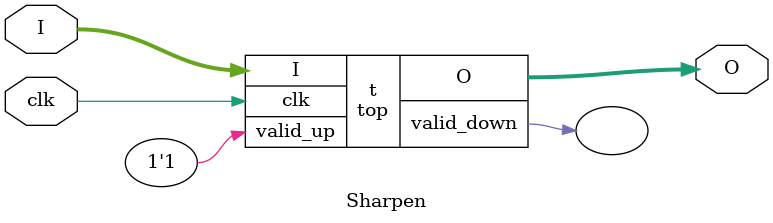
<source format=v>
module sseqTupleCreator_tTSeq_3_0_Int_ (
    input [7:0] I0,
    input [7:0] I1,
    output [7:0] O_0,
    output [7:0] O_1,
    output valid_down,
    input valid_up
);
  assign O_0 = I0;
  assign O_1 = I1;
  assign valid_down = valid_up;
endmodule

module sseqTupleCreator_tInt (
    input [7:0] I0,
    input [7:0] I1,
    output [7:0] O_0,
    output [7:0] O_1,
    output valid_down,
    input valid_up
);
  assign O_0 = I0;
  assign O_1 = I1;
  assign valid_down = valid_up;
endmodule

module sseqTupleAppender_tTSeq_3_0_Int__n2 (
    input [7:0] I0_0,
    input [7:0] I0_1,
    input [7:0] I1,
    output [7:0] O_0,
    output [7:0] O_1,
    output [7:0] O_2,
    output valid_down,
    input valid_up
);
  assign O_0 = I0_0;
  assign O_1 = I0_1;
  assign O_2 = I1;
  assign valid_down = valid_up;
endmodule

module sseqTupleAppender_tInt_n2 (
    input [7:0] I0_0,
    input [7:0] I0_1,
    input [7:0] I1,
    output [7:0] O_0,
    output [7:0] O_1,
    output [7:0] O_2,
    output valid_down,
    input valid_up
);
  assign O_0 = I0_0;
  assign O_1 = I0_1;
  assign O_2 = I1;
  assign valid_down = valid_up;
endmodule

module corebit_xor (
    input  in0,
    input  in1,
    output out
);
  assign out = in0 ^ in1;
endmodule

module corebit_term (
    input in
);

endmodule

module corebit_not (
    input  in,
    output out
);
  assign out = ~in;
endmodule

module corebit_eq (
    input  I0,
    input  I1,
    output O
);
  wire not_inst0_out;
  wire xor_inst0_out;
  corebit_not not_inst0 (
      .in (xor_inst0_out),
      .out(not_inst0_out)
  );
  corebit_xor xor_inst0 (
      .in0(I0),
      .in1(I1),
      .out(xor_inst0_out)
  );
  assign O = not_inst0_out;
endmodule

module corebit_const #(
    parameter value = 1
) (
    output out
);
  assign out = value;
endmodule

module corebit_and (
    input  in0,
    input  in1,
    output out
);
  assign out = in0 & in1;
endmodule

module atomTupleCreator_t0Int_t1Int (
    input [7:0] I0,
    input [7:0] I1,
    output [7:0] O__0,
    output [7:0] O__1,
    output valid_down,
    input valid_up
);
  assign O__0 = I0;
  assign O__1 = I1;
  assign valid_down = valid_up;
endmodule

module atomTupleCreator_t0Bit_t1ATuple_Int_Int_ (
    input [0:0] I0,
    input [7:0] I1__0,
    input [7:0] I1__1,
    output [0:0] O__0,
    output [7:0] O__1__0,
    output [7:0] O__1__1,
    output valid_down,
    input valid_up
);
  assign O__0 = I0;
  assign O__1__0 = I1__0;
  assign O__1__1 = I1__1;
  assign valid_down = valid_up;
endmodule

module coreir_ult #(
    parameter width = 1
) (
    input [width-1:0] in0,
    input [width-1:0] in1,
    output out
);
  assign out = in0 < in1;
endmodule

module coreir_ugt #(
    parameter width = 1
) (
    input [width-1:0] in0,
    input [width-1:0] in1,
    output out
);
  assign out = in0 > in1;
endmodule

module coreir_term #(
    parameter width = 1
) (
    input [width-1:0] in
);

endmodule

module coreir_slice #(
    parameter hi = 1,
    parameter lo = 0,
    parameter width = 1
) (
    input  [width-1:0] in,
    output [hi-lo-1:0] out
);
  assign out = in[hi-1:lo];
endmodule

module coreir_shl #(
    parameter width = 1
) (
    input  [width-1:0] in0,
    input  [width-1:0] in1,
    output [width-1:0] out
);
  assign out = in0 << in1;
endmodule

module coreir_reg #(
    parameter width = 1,
    parameter clk_posedge = 1,
    parameter init = 1
) (
    input clk,
    input [width-1:0] in,
    output [width-1:0] out
);
  reg [width-1:0] outReg = init;
  wire real_clk;
  assign real_clk = clk_posedge ? clk : ~clk;
  always @(posedge real_clk) begin
    outReg <= in;
  end
  assign out = outReg;
endmodule

module coreir_not #(
    parameter width = 1
) (
    input  [width-1:0] in,
    output [width-1:0] out
);
  assign out = ~in;
endmodule

module coreir_neg #(
    parameter width = 1
) (
    input  [width-1:0] in,
    output [width-1:0] out
);
  assign out = -in;
endmodule

module coreir_mux #(
    parameter width = 1
) (
    input [width-1:0] in0,
    input [width-1:0] in1,
    input sel,
    output [width-1:0] out
);
  assign out = sel ? in1 : in0;
endmodule

module coreir_mem #(
    parameter has_init = 0,
    parameter depth = 1,
    parameter width = 1
) (
    input clk,
    input [width-1:0] wdata,
    input [$clog2(depth)-1:0] waddr,
    input wen,
    output [width-1:0] rdata,
    input [$clog2(depth)-1:0] raddr
);
  reg [width-1:0] data[depth-1:0];
  always @(posedge clk) begin
    if (wen) begin
      data[waddr] <= wdata;
    end
  end
  assign rdata = data[raddr];
endmodule

module coreir_lshr #(
    parameter width = 1
) (
    input  [width-1:0] in0,
    input  [width-1:0] in1,
    output [width-1:0] out
);
  assign out = in0 >> in1;
endmodule

module coreir_eq #(
    parameter width = 1
) (
    input [width-1:0] in0,
    input [width-1:0] in1,
    output out
);
  assign out = in0 == in1;
endmodule

module coreir_const #(
    parameter width = 1,
    parameter value = 1
) (
    output [width-1:0] out
);
  assign out = value;
endmodule

module coreir_add #(
    parameter width = 1
) (
    input  [width-1:0] in0,
    input  [width-1:0] in1,
    output [width-1:0] out
);
  assign out = in0 + in1;
endmodule

module \commonlib_muxn__N2__width8 (
    input  [7:0] in_data_0,
    input  [7:0] in_data_1,
    input  [0:0] in_sel,
    output [7:0] out
);
  wire [7:0] _join_out;
  coreir_mux #(
      .width(8)
  ) _join (
      .in0(in_data_0),
      .in1(in_data_1),
      .out(_join_out),
      .sel(in_sel[0])
  );
  assign out = _join_out;
endmodule

module \commonlib_muxn__N4__width8 (
    input  [7:0] in_data_0,
    input  [7:0] in_data_1,
    input  [7:0] in_data_2,
    input  [7:0] in_data_3,
    input  [1:0] in_sel,
    output [7:0] out
);
  wire [7:0] _join_out;
  wire [7:0] muxN_0_out;
  wire [7:0] muxN_1_out;
  wire [0:0] sel_slice0_out;
  wire [0:0] sel_slice1_out;
  coreir_mux #(
      .width(8)
  ) _join (
      .in0(muxN_0_out),
      .in1(muxN_1_out),
      .out(_join_out),
      .sel(in_sel[1])
  );
  \commonlib_muxn__N2__width8 muxN_0 (
      .in_data_0(in_data_0),
      .in_data_1(in_data_1),
      .in_sel(sel_slice0_out),
      .out(muxN_0_out)
  );
  \commonlib_muxn__N2__width8 muxN_1 (
      .in_data_0(in_data_2),
      .in_data_1(in_data_3),
      .in_sel(sel_slice1_out),
      .out(muxN_1_out)
  );
  coreir_slice #(
      .hi(1),
      .lo(0),
      .width(2)
  ) sel_slice0 (
      .in (in_sel),
      .out(sel_slice0_out)
  );
  coreir_slice #(
      .hi(1),
      .lo(0),
      .width(2)
  ) sel_slice1 (
      .in (in_sel),
      .out(sel_slice1_out)
  );
  assign out = _join_out;
endmodule

module \commonlib_muxn__N2__width4 (
    input  [3:0] in_data_0,
    input  [3:0] in_data_1,
    input  [0:0] in_sel,
    output [3:0] out
);
  wire [3:0] _join_out;
  coreir_mux #(
      .width(4)
  ) _join (
      .in0(in_data_0),
      .in1(in_data_1),
      .out(_join_out),
      .sel(in_sel[0])
  );
  assign out = _join_out;
endmodule

module \commonlib_muxn__N2__width3 (
    input  [2:0] in_data_0,
    input  [2:0] in_data_1,
    input  [0:0] in_sel,
    output [2:0] out
);
  wire [2:0] _join_out;
  coreir_mux #(
      .width(3)
  ) _join (
      .in0(in_data_0),
      .in1(in_data_1),
      .out(_join_out),
      .sel(in_sel[0])
  );
  assign out = _join_out;
endmodule

module \commonlib_muxn__N2__width2 (
    input  [1:0] in_data_0,
    input  [1:0] in_data_1,
    input  [0:0] in_sel,
    output [1:0] out
);
  wire [1:0] _join_out;
  coreir_mux #(
      .width(2)
  ) _join (
      .in0(in_data_0),
      .in1(in_data_1),
      .out(_join_out),
      .sel(in_sel[0])
  );
  assign out = _join_out;
endmodule

module \commonlib_muxn__N2__width1 (
    input  [0:0] in_data_0,
    input  [0:0] in_data_1,
    input  [0:0] in_sel,
    output [0:0] out
);
  wire [0:0] _join_out;
  coreir_mux #(
      .width(1)
  ) _join (
      .in0(in_data_0),
      .in1(in_data_1),
      .out(_join_out),
      .sel(in_sel[0])
  );
  assign out = _join_out;
endmodule

module \commonlib_muxn__N1__width8 (
    input  [7:0] in_data_0,
    input  [0:0] in_sel,
    output [7:0] out
);
  corebit_term term_sel (.in(in_sel[0]));
  assign out = in_data_0;
endmodule

module \commonlib_muxn__N3__width8 (
    input  [7:0] in_data_0,
    input  [7:0] in_data_1,
    input  [7:0] in_data_2,
    input  [1:0] in_sel,
    output [7:0] out
);
  wire [7:0] _join_out;
  wire [7:0] muxN_0_out;
  wire [7:0] muxN_1_out;
  wire [0:0] sel_slice0_out;
  wire [0:0] sel_slice1_out;
  coreir_mux #(
      .width(8)
  ) _join (
      .in0(muxN_0_out),
      .in1(muxN_1_out),
      .out(_join_out),
      .sel(in_sel[1])
  );
  \commonlib_muxn__N2__width8 muxN_0 (
      .in_data_0(in_data_0),
      .in_data_1(in_data_1),
      .in_sel(sel_slice0_out),
      .out(muxN_0_out)
  );
  \commonlib_muxn__N1__width8 muxN_1 (
      .in_data_0(in_data_2),
      .in_sel(sel_slice1_out),
      .out(muxN_1_out)
  );
  coreir_slice #(
      .hi(1),
      .lo(0),
      .width(2)
  ) sel_slice0 (
      .in (in_sel),
      .out(sel_slice0_out)
  );
  coreir_slice #(
      .hi(1),
      .lo(0),
      .width(2)
  ) sel_slice1 (
      .in (in_sel),
      .out(sel_slice1_out)
  );
  assign out = _join_out;
endmodule

module lutN #(
    parameter N = 1,
    parameter init = 1
) (
    input [N-1:0] in,
    output out
);
  assign out = init[in];
endmodule

module \aetherlinglib_hydrate__hydratedTypeBit8 (
    input  [7:0] in,
    output [7:0] out
);
  assign out = {in[7], in[6], in[5], in[4], in[3], in[2], in[1], in[0]};
endmodule

module \aetherlinglib_dehydrate__hydratedTypeBit8 (
    input  [7:0] in,
    output [7:0] out
);
  assign out = {in[7], in[6], in[5], in[4], in[3], in[2], in[1], in[0]};
endmodule

module \aetherlinglib_dehydrate__hydratedTypeBit1 (
    input  [0:0] in,
    output [0:0] out
);
  assign out = in[0];
endmodule

module \aetherlinglib_dehydrate__hydratedTypeBit (
    input in,
    output [0:0] out
);
  assign out = in;
endmodule

module Term_Bitt (
    input I
);
  wire [0:0] dehydrate_tBit_inst0_out;
  \aetherlinglib_dehydrate__hydratedTypeBit dehydrate_tBit_inst0 (
      .in (I),
      .out(dehydrate_tBit_inst0_out)
  );
  coreir_term #(.width(1)) term_w1_inst0 (.in(dehydrate_tBit_inst0_out));
endmodule

module Term_Bits_1_t (
    input [0:0] I
);
  wire [0:0] dehydrate_tBits_1__inst0_out;
  \aetherlinglib_dehydrate__hydratedTypeBit1 dehydrate_tBits_1__inst0 (
      .in (I),
      .out(dehydrate_tBits_1__inst0_out)
  );
  coreir_term #(.width(1)) term_w1_inst0 (.in(dehydrate_tBits_1__inst0_out));
endmodule

module SizedCounter_1_cinFalse_coutFalse_incr1_hasCETrue_hasResetFalse (
    input CE,
    input clk,
    output [0:0] O
);
  wire [0:0] const_0_1_out;
  Term_Bitt Term_Bitt_inst0 (.I(CE));
  coreir_const #(
      .value(1'h0),
      .width(1)
  ) const_0_1 (
      .out(const_0_1_out)
  );
  assign O = const_0_1_out;
endmodule

module RShift_Atom (
    input [7:0] I__0,
    input [7:0] I__1,
    output [7:0] O,
    output valid_down,
    input valid_up
);
  wire [7:0] lshr8_inst0_out;
  coreir_lshr #(
      .width(8)
  ) lshr8_inst0 (
      .in0(I__0),
      .in1(I__1),
      .out(lshr8_inst0_out)
  );
  assign O = lshr8_inst0_out;
  assign valid_down = valid_up;
endmodule

module RAM3x8 (
    input clk,
    input [1:0] RADDR,
    output [7:0] RDATA,
    input [1:0] WADDR,
    input [7:0] WDATA,
    input WE
);
  wire [7:0] coreir_mem3x8_inst0_rdata;
  coreir_mem #(
      .depth(3),
      .has_init(0),
      .width(8)
  ) coreir_mem3x8_inst0 (
      .clk  (clk),
      .raddr(RADDR),
      .rdata(coreir_mem3x8_inst0_rdata),
      .waddr(WADDR),
      .wdata(WDATA),
      .wen  (WE)
  );
  assign RDATA = coreir_mem3x8_inst0_rdata;
endmodule

module RAM_Array_8_Bit_t_3n (
    input clk,
    input [1:0] RADDR,
    output [7:0] RDATA,
    input [1:0] WADDR,
    input [7:0] WDATA,
    input WE
);
  wire [7:0] RAM3x8_inst0_RDATA;
  wire [7:0] dehydrate_tArray_8_Bit__inst0_out;
  wire [7:0] hydrate_tArray_8_Bit__inst0_out;
  RAM3x8 RAM3x8_inst0 (
      .clk(clk),
      .RADDR(RADDR),
      .RDATA(RAM3x8_inst0_RDATA),
      .WADDR(WADDR),
      .WDATA(dehydrate_tArray_8_Bit__inst0_out),
      .WE(WE)
  );
  \aetherlinglib_dehydrate__hydratedTypeBit8 dehydrate_tArray_8_Bit__inst0 (
      .in (WDATA),
      .out(dehydrate_tArray_8_Bit__inst0_out)
  );
  \aetherlinglib_hydrate__hydratedTypeBit8 hydrate_tArray_8_Bit__inst0 (
      .in (RAM3x8_inst0_RDATA),
      .out(hydrate_tArray_8_Bit__inst0_out)
  );
  assign RDATA = hydrate_tArray_8_Bit__inst0_out;
endmodule

module RAM1x8 (
    input clk,
    input [0:0] RADDR,
    output [7:0] RDATA,
    input [0:0] WADDR,
    input [7:0] WDATA,
    input WE
);
  wire [7:0] coreir_mem1x8_inst0_rdata;
  coreir_mem #(
      .depth(1),
      .has_init(0),
      .width(8)
  ) coreir_mem1x8_inst0 (
      .clk  (clk),
      .raddr(RADDR),
      .rdata(coreir_mem1x8_inst0_rdata),
      .waddr(WADDR),
      .wdata(WDATA),
      .wen  (WE)
  );
  assign RDATA = coreir_mem1x8_inst0_rdata;
endmodule

module RAM_Array_8_Bit_t_1n (
    input clk,
    input [0:0] RADDR,
    output [7:0] RDATA,
    input [0:0] WADDR,
    input [7:0] WDATA,
    input WE
);
  wire [7:0] RAM1x8_inst0_RDATA;
  wire [7:0] dehydrate_tArray_8_Bit__inst0_out;
  wire [7:0] hydrate_tArray_8_Bit__inst0_out;
  RAM1x8 RAM1x8_inst0 (
      .clk(clk),
      .RADDR(RADDR),
      .RDATA(RAM1x8_inst0_RDATA),
      .WADDR(WADDR),
      .WDATA(dehydrate_tArray_8_Bit__inst0_out),
      .WE(WE)
  );
  \aetherlinglib_dehydrate__hydratedTypeBit8 dehydrate_tArray_8_Bit__inst0 (
      .in (WDATA),
      .out(dehydrate_tArray_8_Bit__inst0_out)
  );
  \aetherlinglib_hydrate__hydratedTypeBit8 hydrate_tArray_8_Bit__inst0 (
      .in (RAM1x8_inst0_RDATA),
      .out(hydrate_tArray_8_Bit__inst0_out)
  );
  assign RDATA = hydrate_tArray_8_Bit__inst0_out;
endmodule

module RAM11x8 (
    input clk,
    input [3:0] RADDR,
    output [7:0] RDATA,
    input [3:0] WADDR,
    input [7:0] WDATA,
    input WE
);
  wire [7:0] coreir_mem11x8_inst0_rdata;
  coreir_mem #(
      .depth(11),
      .has_init(0),
      .width(8)
  ) coreir_mem11x8_inst0 (
      .clk  (clk),
      .raddr(RADDR),
      .rdata(coreir_mem11x8_inst0_rdata),
      .waddr(WADDR),
      .wdata(WDATA),
      .wen  (WE)
  );
  assign RDATA = coreir_mem11x8_inst0_rdata;
endmodule

module RAM_Array_8_Bit_t_11n (
    input clk,
    input [3:0] RADDR,
    output [7:0] RDATA,
    input [3:0] WADDR,
    input [7:0] WDATA,
    input WE
);
  wire [7:0] RAM11x8_inst0_RDATA;
  wire [7:0] dehydrate_tArray_8_Bit__inst0_out;
  wire [7:0] hydrate_tArray_8_Bit__inst0_out;
  RAM11x8 RAM11x8_inst0 (
      .clk(clk),
      .RADDR(RADDR),
      .RDATA(RAM11x8_inst0_RDATA),
      .WADDR(WADDR),
      .WDATA(dehydrate_tArray_8_Bit__inst0_out),
      .WE(WE)
  );
  \aetherlinglib_dehydrate__hydratedTypeBit8 dehydrate_tArray_8_Bit__inst0 (
      .in (WDATA),
      .out(dehydrate_tArray_8_Bit__inst0_out)
  );
  \aetherlinglib_hydrate__hydratedTypeBit8 hydrate_tArray_8_Bit__inst0 (
      .in (RAM11x8_inst0_RDATA),
      .out(hydrate_tArray_8_Bit__inst0_out)
  );
  assign RDATA = hydrate_tArray_8_Bit__inst0_out;
endmodule

module Passthrough_tInTSeq_16_0_TSeq_1_2_TSeq_1_2_Int____tOutTSeq_16_0_TSeq_1_2_TSeq_1_2_Int___ (
    input [7:0] I,
    output [7:0] O,
    output valid_down,
    input valid_up
);
  assign O = I;
  assign valid_down = valid_up;
endmodule

module NestedCounters_Int_hasCETrue_hasResetFalse_unq2 (
    input  CE,
    input  clk,
    output last,
    output valid
);
  wire [0:0] coreir_const11_inst0_out;
  Term_Bitt Term_Bitt_inst0 (.I(CE));
  coreir_const #(
      .value(1'h1),
      .width(1)
  ) coreir_const11_inst0 (
      .out(coreir_const11_inst0_out)
  );
  assign last  = coreir_const11_inst0_out[0];
  assign valid = coreir_const11_inst0_out[0];
endmodule

module NestedCounters_Int_hasCETrue_hasResetFalse_unq1 (
    input  CE,
    input  clk,
    output last,
    output valid
);
  wire [0:0] coreir_const11_inst0_out;
  coreir_const #(
      .value(1'h1),
      .width(1)
  ) coreir_const11_inst0 (
      .out(coreir_const11_inst0_out)
  );
  assign last  = coreir_const11_inst0_out[0];
  assign valid = CE;
endmodule

module NestedCounters_Int_hasCETrue_hasResetFalse (
    input CE,
    input clk,
    output [0:0] cur_valid,
    output last,
    output valid
);
  wire [0:0] coreir_const10_inst0_out;
  wire [0:0] coreir_const11_inst0_out;
  coreir_const #(
      .value(1'h0),
      .width(1)
  ) coreir_const10_inst0 (
      .out(coreir_const10_inst0_out)
  );
  coreir_const #(
      .value(1'h1),
      .width(1)
  ) coreir_const11_inst0 (
      .out(coreir_const11_inst0_out)
  );
  assign cur_valid = coreir_const10_inst0_out;
  assign last = coreir_const11_inst0_out[0];
  assign valid = CE;
endmodule

module Negate8 (
    input  [7:0] I,
    output [7:0] O
);
  wire [7:0] coreir_neg_inst0_out;
  coreir_neg #(
      .width(8)
  ) coreir_neg_inst0 (
      .in (I),
      .out(coreir_neg_inst0_out)
  );
  assign O = coreir_neg_inst0_out;
endmodule

module NativeMapParallel_n4 (
    input  [7:0] I_0,
    input  [7:0] I_1,
    input  [7:0] I_2,
    input  [7:0] I_3,
    output [7:0] out_0,
    output [7:0] out_1,
    output [7:0] out_2,
    output [7:0] out_3
);
  wire [7:0] dehydrate_tArray_8_Bit__inst0_out;
  wire [7:0] dehydrate_tArray_8_Bit__inst1_out;
  wire [7:0] dehydrate_tArray_8_Bit__inst2_out;
  wire [7:0] dehydrate_tArray_8_Bit__inst3_out;
  \aetherlinglib_dehydrate__hydratedTypeBit8 dehydrate_tArray_8_Bit__inst0 (
      .in (I_0),
      .out(dehydrate_tArray_8_Bit__inst0_out)
  );
  \aetherlinglib_dehydrate__hydratedTypeBit8 dehydrate_tArray_8_Bit__inst1 (
      .in (I_1),
      .out(dehydrate_tArray_8_Bit__inst1_out)
  );
  \aetherlinglib_dehydrate__hydratedTypeBit8 dehydrate_tArray_8_Bit__inst2 (
      .in (I_2),
      .out(dehydrate_tArray_8_Bit__inst2_out)
  );
  \aetherlinglib_dehydrate__hydratedTypeBit8 dehydrate_tArray_8_Bit__inst3 (
      .in (I_3),
      .out(dehydrate_tArray_8_Bit__inst3_out)
  );
  assign out_0 = dehydrate_tArray_8_Bit__inst0_out;
  assign out_1 = dehydrate_tArray_8_Bit__inst1_out;
  assign out_2 = dehydrate_tArray_8_Bit__inst2_out;
  assign out_3 = dehydrate_tArray_8_Bit__inst3_out;
endmodule

module NativeMapParallel_n3 (
    input  [7:0] I_0,
    input  [7:0] I_1,
    input  [7:0] I_2,
    output [7:0] out_0,
    output [7:0] out_1,
    output [7:0] out_2
);
  wire [7:0] dehydrate_tArray_8_Bit__inst0_out;
  wire [7:0] dehydrate_tArray_8_Bit__inst1_out;
  wire [7:0] dehydrate_tArray_8_Bit__inst2_out;
  \aetherlinglib_dehydrate__hydratedTypeBit8 dehydrate_tArray_8_Bit__inst0 (
      .in (I_0),
      .out(dehydrate_tArray_8_Bit__inst0_out)
  );
  \aetherlinglib_dehydrate__hydratedTypeBit8 dehydrate_tArray_8_Bit__inst1 (
      .in (I_1),
      .out(dehydrate_tArray_8_Bit__inst1_out)
  );
  \aetherlinglib_dehydrate__hydratedTypeBit8 dehydrate_tArray_8_Bit__inst2 (
      .in (I_2),
      .out(dehydrate_tArray_8_Bit__inst2_out)
  );
  assign out_0 = dehydrate_tArray_8_Bit__inst0_out;
  assign out_1 = dehydrate_tArray_8_Bit__inst1_out;
  assign out_2 = dehydrate_tArray_8_Bit__inst2_out;
endmodule

module NativeMapParallel_n2_unq1 (
    input  [7:0] I_0,
    input  [7:0] I_1,
    output [7:0] out_0,
    output [7:0] out_1
);
  wire [7:0] dehydrate_tArray_8_Out_Bit___inst0_out;
  wire [7:0] dehydrate_tArray_8_Out_Bit___inst1_out;
  \aetherlinglib_dehydrate__hydratedTypeBit8 dehydrate_tArray_8_Out_Bit___inst0 (
      .in (I_0),
      .out(dehydrate_tArray_8_Out_Bit___inst0_out)
  );
  \aetherlinglib_dehydrate__hydratedTypeBit8 dehydrate_tArray_8_Out_Bit___inst1 (
      .in (I_1),
      .out(dehydrate_tArray_8_Out_Bit___inst1_out)
  );
  assign out_0 = dehydrate_tArray_8_Out_Bit___inst0_out;
  assign out_1 = dehydrate_tArray_8_Out_Bit___inst1_out;
endmodule

module NativeMapParallel_n2 (
    input  [7:0] I_0,
    input  [7:0] I_1,
    output [7:0] out_0,
    output [7:0] out_1
);
  wire [7:0] dehydrate_tArray_8_Bit__inst0_out;
  wire [7:0] dehydrate_tArray_8_Bit__inst1_out;
  \aetherlinglib_dehydrate__hydratedTypeBit8 dehydrate_tArray_8_Bit__inst0 (
      .in (I_0),
      .out(dehydrate_tArray_8_Bit__inst0_out)
  );
  \aetherlinglib_dehydrate__hydratedTypeBit8 dehydrate_tArray_8_Bit__inst1 (
      .in (I_1),
      .out(dehydrate_tArray_8_Bit__inst1_out)
  );
  assign out_0 = dehydrate_tArray_8_Bit__inst0_out;
  assign out_1 = dehydrate_tArray_8_Bit__inst1_out;
endmodule

module Mux_Array_8_Out_Bit__t_2n (
    input  [7:0] data_0,
    input  [7:0] data_1,
    output [7:0] out,
    input  [0:0] sel
);
  wire [7:0] CommonlibMuxN_n2_w8_inst0_out;
  wire [7:0] NativeMapParallel_n2_inst0_out_0;
  wire [7:0] NativeMapParallel_n2_inst0_out_1;
  wire [7:0] hydrate_tArray_8_Out_Bit___inst0_out;
  \commonlib_muxn__N2__width8 CommonlibMuxN_n2_w8_inst0 (
      .in_data_0(NativeMapParallel_n2_inst0_out_0),
      .in_data_1(NativeMapParallel_n2_inst0_out_1),
      .in_sel(sel),
      .out(CommonlibMuxN_n2_w8_inst0_out)
  );
  NativeMapParallel_n2_unq1 NativeMapParallel_n2_inst0 (
      .I_0  (data_0),
      .I_1  (data_1),
      .out_0(NativeMapParallel_n2_inst0_out_0),
      .out_1(NativeMapParallel_n2_inst0_out_1)
  );
  \aetherlinglib_hydrate__hydratedTypeBit8 hydrate_tArray_8_Out_Bit___inst0 (
      .in (CommonlibMuxN_n2_w8_inst0_out),
      .out(hydrate_tArray_8_Out_Bit___inst0_out)
  );
  assign out = hydrate_tArray_8_Out_Bit___inst0_out;
endmodule

module Mux_Array_8_Bit_t_4n (
    input  [7:0] data_0,
    input  [7:0] data_1,
    input  [7:0] data_2,
    input  [7:0] data_3,
    output [7:0] out,
    input  [1:0] sel
);
  wire [7:0] CommonlibMuxN_n4_w8_inst0_out;
  wire [7:0] NativeMapParallel_n4_inst0_out_0;
  wire [7:0] NativeMapParallel_n4_inst0_out_1;
  wire [7:0] NativeMapParallel_n4_inst0_out_2;
  wire [7:0] NativeMapParallel_n4_inst0_out_3;
  wire [7:0] hydrate_tArray_8_Bit__inst0_out;
  \commonlib_muxn__N4__width8 CommonlibMuxN_n4_w8_inst0 (
      .in_data_0(NativeMapParallel_n4_inst0_out_0),
      .in_data_1(NativeMapParallel_n4_inst0_out_1),
      .in_data_2(NativeMapParallel_n4_inst0_out_2),
      .in_data_3(NativeMapParallel_n4_inst0_out_3),
      .in_sel(sel),
      .out(CommonlibMuxN_n4_w8_inst0_out)
  );
  NativeMapParallel_n4 NativeMapParallel_n4_inst0 (
      .I_0  (data_0),
      .I_1  (data_1),
      .I_2  (data_2),
      .I_3  (data_3),
      .out_0(NativeMapParallel_n4_inst0_out_0),
      .out_1(NativeMapParallel_n4_inst0_out_1),
      .out_2(NativeMapParallel_n4_inst0_out_2),
      .out_3(NativeMapParallel_n4_inst0_out_3)
  );
  \aetherlinglib_hydrate__hydratedTypeBit8 hydrate_tArray_8_Bit__inst0 (
      .in (CommonlibMuxN_n4_w8_inst0_out),
      .out(hydrate_tArray_8_Bit__inst0_out)
  );
  assign out = hydrate_tArray_8_Bit__inst0_out;
endmodule

module Mux_Array_8_Bit_t_3n (
    input  [7:0] data_0,
    input  [7:0] data_1,
    input  [7:0] data_2,
    output [7:0] out,
    input  [1:0] sel
);
  wire [7:0] CommonlibMuxN_n3_w8_inst0_out;
  wire [7:0] NativeMapParallel_n3_inst0_out_0;
  wire [7:0] NativeMapParallel_n3_inst0_out_1;
  wire [7:0] NativeMapParallel_n3_inst0_out_2;
  wire [7:0] hydrate_tArray_8_Bit__inst0_out;
  \commonlib_muxn__N3__width8 CommonlibMuxN_n3_w8_inst0 (
      .in_data_0(NativeMapParallel_n3_inst0_out_0),
      .in_data_1(NativeMapParallel_n3_inst0_out_1),
      .in_data_2(NativeMapParallel_n3_inst0_out_2),
      .in_sel(sel),
      .out(CommonlibMuxN_n3_w8_inst0_out)
  );
  NativeMapParallel_n3 NativeMapParallel_n3_inst0 (
      .I_0  (data_0),
      .I_1  (data_1),
      .I_2  (data_2),
      .out_0(NativeMapParallel_n3_inst0_out_0),
      .out_1(NativeMapParallel_n3_inst0_out_1),
      .out_2(NativeMapParallel_n3_inst0_out_2)
  );
  \aetherlinglib_hydrate__hydratedTypeBit8 hydrate_tArray_8_Bit__inst0 (
      .in (CommonlibMuxN_n3_w8_inst0_out),
      .out(hydrate_tArray_8_Bit__inst0_out)
  );
  assign out = hydrate_tArray_8_Bit__inst0_out;
endmodule

module Mux_Array_8_Bit_t_2n (
    input  [7:0] data_0,
    input  [7:0] data_1,
    output [7:0] out,
    input  [0:0] sel
);
  wire [7:0] CommonlibMuxN_n2_w8_inst0_out;
  wire [7:0] NativeMapParallel_n2_inst0_out_0;
  wire [7:0] NativeMapParallel_n2_inst0_out_1;
  wire [7:0] hydrate_tArray_8_Bit__inst0_out;
  \commonlib_muxn__N2__width8 CommonlibMuxN_n2_w8_inst0 (
      .in_data_0(NativeMapParallel_n2_inst0_out_0),
      .in_data_1(NativeMapParallel_n2_inst0_out_1),
      .in_sel(sel),
      .out(CommonlibMuxN_n2_w8_inst0_out)
  );
  NativeMapParallel_n2 NativeMapParallel_n2_inst0 (
      .I_0  (data_0),
      .I_1  (data_1),
      .out_0(NativeMapParallel_n2_inst0_out_0),
      .out_1(NativeMapParallel_n2_inst0_out_1)
  );
  \aetherlinglib_hydrate__hydratedTypeBit8 hydrate_tArray_8_Bit__inst0 (
      .in (CommonlibMuxN_n2_w8_inst0_out),
      .out(hydrate_tArray_8_Bit__inst0_out)
  );
  assign out = hydrate_tArray_8_Bit__inst0_out;
endmodule

module Mux_Array_8_Bit_t_1n (
    input  [7:0] data_0,
    output [7:0] out,
    input  [0:0] sel
);
  Term_Bits_1_t Term_Bits_1_t_inst0 (.I(sel));
  assign out = data_0;
endmodule

module Mux2xOutBits4 (
    input [3:0] I0,
    input [3:0] I1,
    output [3:0] O,
    input S
);
  wire [3:0] coreir_commonlib_mux2x4_inst0_out;
  \commonlib_muxn__N2__width4 coreir_commonlib_mux2x4_inst0 (
      .in_data_0(I0),
      .in_data_1(I1),
      .in_sel(S),
      .out(coreir_commonlib_mux2x4_inst0_out)
  );
  assign O = coreir_commonlib_mux2x4_inst0_out;
endmodule

module Register_has_ce_True_has_reset_True_has_async_reset_False_type_Bits_n_4 (
    input CE,
    input clk,
    input [3:0] I,
    output [3:0] O,
    input RESET
);
  wire [3:0] Mux2xOutBits4_inst0_O;
  wire [3:0] const_0_4_out;
  wire [3:0] enable_mux_O;
  wire [3:0] value_out;
  Mux2xOutBits4 Mux2xOutBits4_inst0 (
      .I0(enable_mux_O),
      .I1(const_0_4_out),
      .O (Mux2xOutBits4_inst0_O),
      .S (RESET)
  );
  coreir_const #(
      .value(4'h0),
      .width(4)
  ) const_0_4 (
      .out(const_0_4_out)
  );
  Mux2xOutBits4 enable_mux (
      .I0(value_out),
      .I1(I),
      .O (enable_mux_O),
      .S (CE)
  );
  coreir_reg #(
      .clk_posedge(1),
      .init(4'h0),
      .width(4)
  ) value (
      .clk(clk),
      .in (Mux2xOutBits4_inst0_O),
      .out(value_out)
  );
  assign O = value_out;
endmodule

module Mux2xOutBits3 (
    input [2:0] I0,
    input [2:0] I1,
    output [2:0] O,
    input S
);
  wire [2:0] coreir_commonlib_mux2x3_inst0_out;
  \commonlib_muxn__N2__width3 coreir_commonlib_mux2x3_inst0 (
      .in_data_0(I0),
      .in_data_1(I1),
      .in_sel(S),
      .out(coreir_commonlib_mux2x3_inst0_out)
  );
  assign O = coreir_commonlib_mux2x3_inst0_out;
endmodule

module Register_has_ce_True_has_reset_True_has_async_reset_False_type_Bits_n_3 (
    input CE,
    input clk,
    input [2:0] I,
    output [2:0] O,
    input RESET
);
  wire [2:0] Mux2xOutBits3_inst0_O;
  wire [2:0] const_0_3_out;
  wire [2:0] enable_mux_O;
  wire [2:0] value_out;
  Mux2xOutBits3 Mux2xOutBits3_inst0 (
      .I0(enable_mux_O),
      .I1(const_0_3_out),
      .O (Mux2xOutBits3_inst0_O),
      .S (RESET)
  );
  coreir_const #(
      .value(3'h0),
      .width(3)
  ) const_0_3 (
      .out(const_0_3_out)
  );
  Mux2xOutBits3 enable_mux (
      .I0(value_out),
      .I1(I),
      .O (enable_mux_O),
      .S (CE)
  );
  coreir_reg #(
      .clk_posedge(1),
      .init(3'h0),
      .width(3)
  ) value (
      .clk(clk),
      .in (Mux2xOutBits3_inst0_O),
      .out(value_out)
  );
  assign O = value_out;
endmodule

module Mux2xOutBits2 (
    input [1:0] I0,
    input [1:0] I1,
    output [1:0] O,
    input S
);
  wire [1:0] coreir_commonlib_mux2x2_inst0_out;
  \commonlib_muxn__N2__width2 coreir_commonlib_mux2x2_inst0 (
      .in_data_0(I0),
      .in_data_1(I1),
      .in_sel(S),
      .out(coreir_commonlib_mux2x2_inst0_out)
  );
  assign O = coreir_commonlib_mux2x2_inst0_out;
endmodule

module Register_has_ce_True_has_reset_True_has_async_reset_False_type_Bits_n_2 (
    input CE,
    input clk,
    input [1:0] I,
    output [1:0] O,
    input RESET
);
  wire [1:0] Mux2xOutBits2_inst0_O;
  wire [1:0] const_0_2_out;
  wire [1:0] enable_mux_O;
  wire [1:0] value_out;
  Mux2xOutBits2 Mux2xOutBits2_inst0 (
      .I0(enable_mux_O),
      .I1(const_0_2_out),
      .O (Mux2xOutBits2_inst0_O),
      .S (RESET)
  );
  coreir_const #(
      .value(2'h0),
      .width(2)
  ) const_0_2 (
      .out(const_0_2_out)
  );
  Mux2xOutBits2 enable_mux (
      .I0(value_out),
      .I1(I),
      .O (enable_mux_O),
      .S (CE)
  );
  coreir_reg #(
      .clk_posedge(1),
      .init(2'h0),
      .width(2)
  ) value (
      .clk(clk),
      .in (Mux2xOutBits2_inst0_O),
      .out(value_out)
  );
  assign O = value_out;
endmodule

module Mux2xNone (
    input  I0,
    input  I1,
    output O,
    input  S
);
  wire [0:0] coreir_commonlib_mux2x1_inst0_out;
  \commonlib_muxn__N2__width1 coreir_commonlib_mux2x1_inst0 (
      .in_data_0(I0),
      .in_data_1(I1),
      .in_sel(S),
      .out(coreir_commonlib_mux2x1_inst0_out)
  );
  assign O = coreir_commonlib_mux2x1_inst0_out[0];
endmodule

module Map_T_n3_i0 (
    input clk,
    input [7:0] I0,
    input [7:0] I1,
    output [7:0] O__0,
    output [7:0] O__1,
    output valid_down,
    input valid_up
);
  wire [7:0] atomTupleCreator_t0Int_t1Int_inst0_O__0;
  wire [7:0] atomTupleCreator_t0Int_t1Int_inst0_O__1;
  wire atomTupleCreator_t0Int_t1Int_inst0_valid_down;
  atomTupleCreator_t0Int_t1Int atomTupleCreator_t0Int_t1Int_inst0 (
      .I0(I0),
      .I1(I1),
      .O__0(atomTupleCreator_t0Int_t1Int_inst0_O__0),
      .O__1(atomTupleCreator_t0Int_t1Int_inst0_O__1),
      .valid_down(atomTupleCreator_t0Int_t1Int_inst0_valid_down),
      .valid_up(valid_up)
  );
  assign O__0 = atomTupleCreator_t0Int_t1Int_inst0_O__0;
  assign O__1 = atomTupleCreator_t0Int_t1Int_inst0_O__1;
  assign valid_down = atomTupleCreator_t0Int_t1Int_inst0_valid_down;
endmodule

module Map_T_n3_i0_unq1 (
    input clk,
    input [7:0] I0,
    input [7:0] I1,
    output [7:0] O__0,
    output [7:0] O__1,
    output valid_down,
    input valid_up
);
  wire [7:0] Map_T_n3_i0_inst0_O__0;
  wire [7:0] Map_T_n3_i0_inst0_O__1;
  wire Map_T_n3_i0_inst0_valid_down;
  Map_T_n3_i0 Map_T_n3_i0_inst0 (
      .clk(clk),
      .I0(I0),
      .I1(I1),
      .O__0(Map_T_n3_i0_inst0_O__0),
      .O__1(Map_T_n3_i0_inst0_O__1),
      .valid_down(Map_T_n3_i0_inst0_valid_down),
      .valid_up(valid_up)
  );
  assign O__0 = Map_T_n3_i0_inst0_O__0;
  assign O__1 = Map_T_n3_i0_inst0_O__1;
  assign valid_down = Map_T_n3_i0_inst0_valid_down;
endmodule

module Map_T_n1_i2_unq8 (
    input clk,
    input [7:0] I0,
    input [7:0] I1,
    output [7:0] O__0,
    output [7:0] O__1,
    output valid_down,
    input valid_up
);
  wire [7:0] atomTupleCreator_t0Int_t1Int_inst0_O__0;
  wire [7:0] atomTupleCreator_t0Int_t1Int_inst0_O__1;
  wire atomTupleCreator_t0Int_t1Int_inst0_valid_down;
  atomTupleCreator_t0Int_t1Int atomTupleCreator_t0Int_t1Int_inst0 (
      .I0(I0),
      .I1(I1),
      .O__0(atomTupleCreator_t0Int_t1Int_inst0_O__0),
      .O__1(atomTupleCreator_t0Int_t1Int_inst0_O__1),
      .valid_down(atomTupleCreator_t0Int_t1Int_inst0_valid_down),
      .valid_up(valid_up)
  );
  assign O__0 = atomTupleCreator_t0Int_t1Int_inst0_O__0;
  assign O__1 = atomTupleCreator_t0Int_t1Int_inst0_O__1;
  assign valid_down = atomTupleCreator_t0Int_t1Int_inst0_valid_down;
endmodule

module Map_T_n1_i2_unq9 (
    input clk,
    input [7:0] I0,
    input [7:0] I1,
    output [7:0] O__0,
    output [7:0] O__1,
    output valid_down,
    input valid_up
);
  wire [7:0] Map_T_n1_i2_inst0_O__0;
  wire [7:0] Map_T_n1_i2_inst0_O__1;
  wire Map_T_n1_i2_inst0_valid_down;
  Map_T_n1_i2_unq8 Map_T_n1_i2_inst0 (
      .clk(clk),
      .I0(I0),
      .I1(I1),
      .O__0(Map_T_n1_i2_inst0_O__0),
      .O__1(Map_T_n1_i2_inst0_O__1),
      .valid_down(Map_T_n1_i2_inst0_valid_down),
      .valid_up(valid_up)
  );
  assign O__0 = Map_T_n1_i2_inst0_O__0;
  assign O__1 = Map_T_n1_i2_inst0_O__1;
  assign valid_down = Map_T_n1_i2_inst0_valid_down;
endmodule

module Map_T_n1_i2_unq6 (
    input clk,
    input [7:0] I0_0,
    input [7:0] I0_1,
    input [7:0] I1,
    output [7:0] O_0,
    output [7:0] O_1,
    output [7:0] O_2,
    output valid_down,
    input valid_up
);
  wire [7:0] sseqTupleAppender_tTSeq_3_0_Int__n2_inst0_O_0;
  wire [7:0] sseqTupleAppender_tTSeq_3_0_Int__n2_inst0_O_1;
  wire [7:0] sseqTupleAppender_tTSeq_3_0_Int__n2_inst0_O_2;
  wire sseqTupleAppender_tTSeq_3_0_Int__n2_inst0_valid_down;
  sseqTupleAppender_tTSeq_3_0_Int__n2 sseqTupleAppender_tTSeq_3_0_Int__n2_inst0 (
      .I0_0(I0_0),
      .I0_1(I0_1),
      .I1(I1),
      .O_0(sseqTupleAppender_tTSeq_3_0_Int__n2_inst0_O_0),
      .O_1(sseqTupleAppender_tTSeq_3_0_Int__n2_inst0_O_1),
      .O_2(sseqTupleAppender_tTSeq_3_0_Int__n2_inst0_O_2),
      .valid_down(sseqTupleAppender_tTSeq_3_0_Int__n2_inst0_valid_down),
      .valid_up(valid_up)
  );
  assign O_0 = sseqTupleAppender_tTSeq_3_0_Int__n2_inst0_O_0;
  assign O_1 = sseqTupleAppender_tTSeq_3_0_Int__n2_inst0_O_1;
  assign O_2 = sseqTupleAppender_tTSeq_3_0_Int__n2_inst0_O_2;
  assign valid_down = sseqTupleAppender_tTSeq_3_0_Int__n2_inst0_valid_down;
endmodule

module Map_T_n1_i2_unq5 (
    input clk,
    input [7:0] I0,
    input [7:0] I1,
    output [7:0] O_0,
    output [7:0] O_1,
    output valid_down,
    input valid_up
);
  wire [7:0] sseqTupleCreator_tTSeq_3_0_Int__inst0_O_0;
  wire [7:0] sseqTupleCreator_tTSeq_3_0_Int__inst0_O_1;
  wire sseqTupleCreator_tTSeq_3_0_Int__inst0_valid_down;
  sseqTupleCreator_tTSeq_3_0_Int_ sseqTupleCreator_tTSeq_3_0_Int__inst0 (
      .I0(I0),
      .I1(I1),
      .O_0(sseqTupleCreator_tTSeq_3_0_Int__inst0_O_0),
      .O_1(sseqTupleCreator_tTSeq_3_0_Int__inst0_O_1),
      .valid_down(sseqTupleCreator_tTSeq_3_0_Int__inst0_valid_down),
      .valid_up(valid_up)
  );
  assign O_0 = sseqTupleCreator_tTSeq_3_0_Int__inst0_O_0;
  assign O_1 = sseqTupleCreator_tTSeq_3_0_Int__inst0_O_1;
  assign valid_down = sseqTupleCreator_tTSeq_3_0_Int__inst0_valid_down;
endmodule

module Map_T_n1_i2_unq2 (
    input clk,
    input [7:0] I0_0,
    input [7:0] I0_1,
    input [7:0] I1,
    output [7:0] O_0,
    output [7:0] O_1,
    output [7:0] O_2,
    output valid_down,
    input valid_up
);
  wire [7:0] sseqTupleAppender_tInt_n2_inst0_O_0;
  wire [7:0] sseqTupleAppender_tInt_n2_inst0_O_1;
  wire [7:0] sseqTupleAppender_tInt_n2_inst0_O_2;
  wire sseqTupleAppender_tInt_n2_inst0_valid_down;
  sseqTupleAppender_tInt_n2 sseqTupleAppender_tInt_n2_inst0 (
      .I0_0(I0_0),
      .I0_1(I0_1),
      .I1(I1),
      .O_0(sseqTupleAppender_tInt_n2_inst0_O_0),
      .O_1(sseqTupleAppender_tInt_n2_inst0_O_1),
      .O_2(sseqTupleAppender_tInt_n2_inst0_O_2),
      .valid_down(sseqTupleAppender_tInt_n2_inst0_valid_down),
      .valid_up(valid_up)
  );
  assign O_0 = sseqTupleAppender_tInt_n2_inst0_O_0;
  assign O_1 = sseqTupleAppender_tInt_n2_inst0_O_1;
  assign O_2 = sseqTupleAppender_tInt_n2_inst0_O_2;
  assign valid_down = sseqTupleAppender_tInt_n2_inst0_valid_down;
endmodule

module Map_T_n1_i2_unq3 (
    input clk,
    input [7:0] I0_0,
    input [7:0] I0_1,
    input [7:0] I1,
    output [7:0] O_0,
    output [7:0] O_1,
    output [7:0] O_2,
    output valid_down,
    input valid_up
);
  wire [7:0] Map_T_n1_i2_inst0_O_0;
  wire [7:0] Map_T_n1_i2_inst0_O_1;
  wire [7:0] Map_T_n1_i2_inst0_O_2;
  wire Map_T_n1_i2_inst0_valid_down;
  Map_T_n1_i2_unq2 Map_T_n1_i2_inst0 (
      .clk(clk),
      .I0_0(I0_0),
      .I0_1(I0_1),
      .I1(I1),
      .O_0(Map_T_n1_i2_inst0_O_0),
      .O_1(Map_T_n1_i2_inst0_O_1),
      .O_2(Map_T_n1_i2_inst0_O_2),
      .valid_down(Map_T_n1_i2_inst0_valid_down),
      .valid_up(valid_up)
  );
  assign O_0 = Map_T_n1_i2_inst0_O_0;
  assign O_1 = Map_T_n1_i2_inst0_O_1;
  assign O_2 = Map_T_n1_i2_inst0_O_2;
  assign valid_down = Map_T_n1_i2_inst0_valid_down;
endmodule

module Map_T_n1_i2_unq10 (
    input clk,
    input [7:0] I__0,
    input [7:0] I__1,
    output [7:0] O,
    output valid_down,
    input valid_up
);
  wire [7:0] RShift_Atom_inst0_O;
  wire RShift_Atom_inst0_valid_down;
  RShift_Atom RShift_Atom_inst0 (
      .I__0(I__0),
      .I__1(I__1),
      .O(RShift_Atom_inst0_O),
      .valid_down(RShift_Atom_inst0_valid_down),
      .valid_up(valid_up)
  );
  assign O = RShift_Atom_inst0_O;
  assign valid_down = RShift_Atom_inst0_valid_down;
endmodule

module Map_T_n1_i2_unq11 (
    input clk,
    input [7:0] I__0,
    input [7:0] I__1,
    output [7:0] O,
    output valid_down,
    input valid_up
);
  wire [7:0] Map_T_n1_i2_inst0_O;
  wire Map_T_n1_i2_inst0_valid_down;
  Map_T_n1_i2_unq10 Map_T_n1_i2_inst0 (
      .clk(clk),
      .I__0(I__0),
      .I__1(I__1),
      .O(Map_T_n1_i2_inst0_O),
      .valid_down(Map_T_n1_i2_inst0_valid_down),
      .valid_up(valid_up)
  );
  assign O = Map_T_n1_i2_inst0_O;
  assign valid_down = Map_T_n1_i2_inst0_valid_down;
endmodule

module Map_T_n1_i2 (
    input clk,
    input [7:0] I0,
    input [7:0] I1,
    output [7:0] O_0,
    output [7:0] O_1,
    output valid_down,
    input valid_up
);
  wire [7:0] sseqTupleCreator_tInt_inst0_O_0;
  wire [7:0] sseqTupleCreator_tInt_inst0_O_1;
  wire sseqTupleCreator_tInt_inst0_valid_down;
  sseqTupleCreator_tInt sseqTupleCreator_tInt_inst0 (
      .I0(I0),
      .I1(I1),
      .O_0(sseqTupleCreator_tInt_inst0_O_0),
      .O_1(sseqTupleCreator_tInt_inst0_O_1),
      .valid_down(sseqTupleCreator_tInt_inst0_valid_down),
      .valid_up(valid_up)
  );
  assign O_0 = sseqTupleCreator_tInt_inst0_O_0;
  assign O_1 = sseqTupleCreator_tInt_inst0_O_1;
  assign valid_down = sseqTupleCreator_tInt_inst0_valid_down;
endmodule

module Map_T_n1_i2_unq1 (
    input clk,
    input [7:0] I0,
    input [7:0] I1,
    output [7:0] O_0,
    output [7:0] O_1,
    output valid_down,
    input valid_up
);
  wire [7:0] Map_T_n1_i2_inst0_O_0;
  wire [7:0] Map_T_n1_i2_inst0_O_1;
  wire Map_T_n1_i2_inst0_valid_down;
  Map_T_n1_i2 Map_T_n1_i2_inst0 (
      .clk(clk),
      .I0(I0),
      .I1(I1),
      .O_0(Map_T_n1_i2_inst0_O_0),
      .O_1(Map_T_n1_i2_inst0_O_1),
      .valid_down(Map_T_n1_i2_inst0_valid_down),
      .valid_up(valid_up)
  );
  assign O_0 = Map_T_n1_i2_inst0_O_0;
  assign O_1 = Map_T_n1_i2_inst0_O_1;
  assign valid_down = Map_T_n1_i2_inst0_valid_down;
endmodule

module Map_T_n16_i0_unq4 (
    input clk,
    input [7:0] I0_0,
    input [7:0] I0_1,
    input [7:0] I1,
    output [7:0] O_0,
    output [7:0] O_1,
    output [7:0] O_2,
    output valid_down,
    input valid_up
);
  wire [7:0] Map_T_n1_i2_inst0_O_0;
  wire [7:0] Map_T_n1_i2_inst0_O_1;
  wire [7:0] Map_T_n1_i2_inst0_O_2;
  wire Map_T_n1_i2_inst0_valid_down;
  Map_T_n1_i2_unq6 Map_T_n1_i2_inst0 (
      .clk(clk),
      .I0_0(I0_0),
      .I0_1(I0_1),
      .I1(I1),
      .O_0(Map_T_n1_i2_inst0_O_0),
      .O_1(Map_T_n1_i2_inst0_O_1),
      .O_2(Map_T_n1_i2_inst0_O_2),
      .valid_down(Map_T_n1_i2_inst0_valid_down),
      .valid_up(valid_up)
  );
  assign O_0 = Map_T_n1_i2_inst0_O_0;
  assign O_1 = Map_T_n1_i2_inst0_O_1;
  assign O_2 = Map_T_n1_i2_inst0_O_2;
  assign valid_down = Map_T_n1_i2_inst0_valid_down;
endmodule

module Map_T_n16_i0_unq3 (
    input clk,
    input [7:0] I0,
    input [7:0] I1,
    output [7:0] O_0,
    output [7:0] O_1,
    output valid_down,
    input valid_up
);
  wire [7:0] Map_T_n1_i2_inst0_O_0;
  wire [7:0] Map_T_n1_i2_inst0_O_1;
  wire Map_T_n1_i2_inst0_valid_down;
  Map_T_n1_i2_unq5 Map_T_n1_i2_inst0 (
      .clk(clk),
      .I0(I0),
      .I1(I1),
      .O_0(Map_T_n1_i2_inst0_O_0),
      .O_1(Map_T_n1_i2_inst0_O_1),
      .valid_down(Map_T_n1_i2_inst0_valid_down),
      .valid_up(valid_up)
  );
  assign O_0 = Map_T_n1_i2_inst0_O_0;
  assign O_1 = Map_T_n1_i2_inst0_O_1;
  assign valid_down = Map_T_n1_i2_inst0_valid_down;
endmodule

module Map_T_n16_i0_unq1 (
    input clk,
    input [7:0] I0_0,
    input [7:0] I0_1,
    input [7:0] I1,
    output [7:0] O_0,
    output [7:0] O_1,
    output [7:0] O_2,
    output valid_down,
    input valid_up
);
  wire [7:0] Map_T_n1_i2_inst0_O_0;
  wire [7:0] Map_T_n1_i2_inst0_O_1;
  wire [7:0] Map_T_n1_i2_inst0_O_2;
  wire Map_T_n1_i2_inst0_valid_down;
  Map_T_n1_i2_unq3 Map_T_n1_i2_inst0 (
      .clk(clk),
      .I0_0(I0_0),
      .I0_1(I0_1),
      .I1(I1),
      .O_0(Map_T_n1_i2_inst0_O_0),
      .O_1(Map_T_n1_i2_inst0_O_1),
      .O_2(Map_T_n1_i2_inst0_O_2),
      .valid_down(Map_T_n1_i2_inst0_valid_down),
      .valid_up(valid_up)
  );
  assign O_0 = Map_T_n1_i2_inst0_O_0;
  assign O_1 = Map_T_n1_i2_inst0_O_1;
  assign O_2 = Map_T_n1_i2_inst0_O_2;
  assign valid_down = Map_T_n1_i2_inst0_valid_down;
endmodule

module Map_T_n16_i0 (
    input clk,
    input [7:0] I0,
    input [7:0] I1,
    output [7:0] O_0,
    output [7:0] O_1,
    output valid_down,
    input valid_up
);
  wire [7:0] Map_T_n1_i2_inst0_O_0;
  wire [7:0] Map_T_n1_i2_inst0_O_1;
  wire Map_T_n1_i2_inst0_valid_down;
  Map_T_n1_i2_unq1 Map_T_n1_i2_inst0 (
      .clk(clk),
      .I0(I0),
      .I1(I1),
      .O_0(Map_T_n1_i2_inst0_O_0),
      .O_1(Map_T_n1_i2_inst0_O_1),
      .valid_down(Map_T_n1_i2_inst0_valid_down),
      .valid_up(valid_up)
  );
  assign O_0 = Map_T_n1_i2_inst0_O_0;
  assign O_1 = Map_T_n1_i2_inst0_O_1;
  assign valid_down = Map_T_n1_i2_inst0_valid_down;
endmodule

module Lt_Atom (
    input [7:0] I__0,
    input [7:0] I__1,
    output [0:0] O,
    output valid_down,
    input valid_up
);
  wire coreir_ult8_inst0_out;
  coreir_ult #(
      .width(8)
  ) coreir_ult8_inst0 (
      .in0(I__0),
      .in1(I__1),
      .out(coreir_ult8_inst0_out)
  );
  assign O = coreir_ult8_inst0_out;
  assign valid_down = valid_up;
endmodule

module LUT4_8192 (
    input  I0,
    input  I1,
    input  I2,
    input  I3,
    output O
);
  wire coreir_lut4_inst0_out;
  lutN #(
      .init(16'h2000),
      .N(4)
  ) coreir_lut4_inst0 (
      .in ({I3, I2, I1, I0}),
      .out(coreir_lut4_inst0_out)
  );
  assign O = coreir_lut4_inst0_out;
endmodule

module LUT4_256 (
    input  I0,
    input  I1,
    input  I2,
    input  I3,
    output O
);
  wire coreir_lut4_inst0_out;
  lutN #(
      .init(16'h0100),
      .N(4)
  ) coreir_lut4_inst0 (
      .in ({I3, I2, I1, I0}),
      .out(coreir_lut4_inst0_out)
  );
  assign O = coreir_lut4_inst0_out;
endmodule

module LUT4_2048 (
    input  I0,
    input  I1,
    input  I2,
    input  I3,
    output O
);
  wire coreir_lut4_inst0_out;
  lutN #(
      .init(16'h0800),
      .N(4)
  ) coreir_lut4_inst0 (
      .in ({I3, I2, I1, I0}),
      .out(coreir_lut4_inst0_out)
  );
  assign O = coreir_lut4_inst0_out;
endmodule

module LUT4_170 (
    input  I0,
    input  I1,
    input  I2,
    input  I3,
    output O
);
  wire coreir_lut4_inst0_out;
  lutN #(
      .init(16'h00aa),
      .N(4)
  ) coreir_lut4_inst0 (
      .in ({I3, I2, I1, I0}),
      .out(coreir_lut4_inst0_out)
  );
  assign O = coreir_lut4_inst0_out;
endmodule

module LUT4_16384 (
    input  I0,
    input  I1,
    input  I2,
    input  I3,
    output O
);
  wire coreir_lut4_inst0_out;
  lutN #(
      .init(16'h4000),
      .N(4)
  ) coreir_lut4_inst0 (
      .in ({I3, I2, I1, I0}),
      .out(coreir_lut4_inst0_out)
  );
  assign O = coreir_lut4_inst0_out;
endmodule

module LUT4_16 (
    input  I0,
    input  I1,
    input  I2,
    input  I3,
    output O
);
  wire coreir_lut4_inst0_out;
  lutN #(
      .init(16'h0010),
      .N(4)
  ) coreir_lut4_inst0 (
      .in ({I3, I2, I1, I0}),
      .out(coreir_lut4_inst0_out)
  );
  assign O = coreir_lut4_inst0_out;
endmodule

module LUT4_1024 (
    input  I0,
    input  I1,
    input  I2,
    input  I3,
    output O
);
  wire coreir_lut4_inst0_out;
  lutN #(
      .init(16'h0400),
      .N(4)
  ) coreir_lut4_inst0 (
      .in ({I3, I2, I1, I0}),
      .out(coreir_lut4_inst0_out)
  );
  assign O = coreir_lut4_inst0_out;
endmodule

module LUT4_1 (
    input  I0,
    input  I1,
    input  I2,
    input  I3,
    output O
);
  wire coreir_lut4_inst0_out;
  lutN #(
      .init(16'h0001),
      .N(4)
  ) coreir_lut4_inst0 (
      .in ({I3, I2, I1, I0}),
      .out(coreir_lut4_inst0_out)
  );
  assign O = coreir_lut4_inst0_out;
endmodule

module LUT4_0 (
    input  I0,
    input  I1,
    input  I2,
    input  I3,
    output O
);
  wire coreir_lut4_inst0_out;
  lutN #(
      .init(16'h0000),
      .N(4)
  ) coreir_lut4_inst0 (
      .in ({I3, I2, I1, I0}),
      .out(coreir_lut4_inst0_out)
  );
  assign O = coreir_lut4_inst0_out;
endmodule

module LUT_Array_8_Bit_t_9n_unq1 (
    input clk,
    input [3:0] addr,
    output [7:0] data
);
  wire LUT4_0_inst0_O;
  wire LUT4_0_inst1_O;
  wire LUT4_0_inst2_O;
  wire LUT4_0_inst3_O;
  wire LUT4_0_inst4_O;
  wire LUT4_0_inst5_O;
  wire LUT4_0_inst6_O;
  wire LUT4_1_inst0_O;
  wire [7:0] hydrate_tArray_8_Bit__inst0_out;
  LUT4_0 LUT4_0_inst0 (
      .I0(addr[0]),
      .I1(addr[1]),
      .I2(addr[2]),
      .I3(addr[3]),
      .O (LUT4_0_inst0_O)
  );
  LUT4_0 LUT4_0_inst1 (
      .I0(addr[0]),
      .I1(addr[1]),
      .I2(addr[2]),
      .I3(addr[3]),
      .O (LUT4_0_inst1_O)
  );
  LUT4_0 LUT4_0_inst2 (
      .I0(addr[0]),
      .I1(addr[1]),
      .I2(addr[2]),
      .I3(addr[3]),
      .O (LUT4_0_inst2_O)
  );
  LUT4_0 LUT4_0_inst3 (
      .I0(addr[0]),
      .I1(addr[1]),
      .I2(addr[2]),
      .I3(addr[3]),
      .O (LUT4_0_inst3_O)
  );
  LUT4_0 LUT4_0_inst4 (
      .I0(addr[0]),
      .I1(addr[1]),
      .I2(addr[2]),
      .I3(addr[3]),
      .O (LUT4_0_inst4_O)
  );
  LUT4_0 LUT4_0_inst5 (
      .I0(addr[0]),
      .I1(addr[1]),
      .I2(addr[2]),
      .I3(addr[3]),
      .O (LUT4_0_inst5_O)
  );
  LUT4_0 LUT4_0_inst6 (
      .I0(addr[0]),
      .I1(addr[1]),
      .I2(addr[2]),
      .I3(addr[3]),
      .O (LUT4_0_inst6_O)
  );
  LUT4_1 LUT4_1_inst0 (
      .I0(addr[0]),
      .I1(addr[1]),
      .I2(addr[2]),
      .I3(addr[3]),
      .O (LUT4_1_inst0_O)
  );
  \aetherlinglib_hydrate__hydratedTypeBit8 hydrate_tArray_8_Bit__inst0 (
      .in({
        LUT4_0_inst6_O,
        LUT4_0_inst5_O,
        LUT4_0_inst4_O,
        LUT4_0_inst3_O,
        LUT4_0_inst2_O,
        LUT4_1_inst0_O,
        LUT4_0_inst1_O,
        LUT4_0_inst0_O
      }),
      .out(hydrate_tArray_8_Bit__inst0_out)
  );
  assign data = hydrate_tArray_8_Bit__inst0_out;
endmodule

module LUT_Array_8_Bit_t_9n (
    input clk,
    input [3:0] addr,
    output [7:0] data
);
  wire LUT4_0_inst0_O;
  wire LUT4_0_inst1_O;
  wire LUT4_0_inst2_O;
  wire LUT4_0_inst3_O;
  wire LUT4_0_inst4_O;
  wire LUT4_0_inst5_O;
  wire LUT4_16_inst0_O;
  wire LUT4_170_inst0_O;
  wire [7:0] hydrate_tArray_8_Bit__inst0_out;
  LUT4_0 LUT4_0_inst0 (
      .I0(addr[0]),
      .I1(addr[1]),
      .I2(addr[2]),
      .I3(addr[3]),
      .O (LUT4_0_inst0_O)
  );
  LUT4_0 LUT4_0_inst1 (
      .I0(addr[0]),
      .I1(addr[1]),
      .I2(addr[2]),
      .I3(addr[3]),
      .O (LUT4_0_inst1_O)
  );
  LUT4_0 LUT4_0_inst2 (
      .I0(addr[0]),
      .I1(addr[1]),
      .I2(addr[2]),
      .I3(addr[3]),
      .O (LUT4_0_inst2_O)
  );
  LUT4_0 LUT4_0_inst3 (
      .I0(addr[0]),
      .I1(addr[1]),
      .I2(addr[2]),
      .I3(addr[3]),
      .O (LUT4_0_inst3_O)
  );
  LUT4_0 LUT4_0_inst4 (
      .I0(addr[0]),
      .I1(addr[1]),
      .I2(addr[2]),
      .I3(addr[3]),
      .O (LUT4_0_inst4_O)
  );
  LUT4_0 LUT4_0_inst5 (
      .I0(addr[0]),
      .I1(addr[1]),
      .I2(addr[2]),
      .I3(addr[3]),
      .O (LUT4_0_inst5_O)
  );
  LUT4_16 LUT4_16_inst0 (
      .I0(addr[0]),
      .I1(addr[1]),
      .I2(addr[2]),
      .I3(addr[3]),
      .O (LUT4_16_inst0_O)
  );
  LUT4_170 LUT4_170_inst0 (
      .I0(addr[0]),
      .I1(addr[1]),
      .I2(addr[2]),
      .I3(addr[3]),
      .O (LUT4_170_inst0_O)
  );
  \aetherlinglib_hydrate__hydratedTypeBit8 hydrate_tArray_8_Bit__inst0 (
      .in({
        LUT4_0_inst5_O,
        LUT4_0_inst4_O,
        LUT4_0_inst3_O,
        LUT4_0_inst2_O,
        LUT4_0_inst1_O,
        LUT4_0_inst0_O,
        LUT4_16_inst0_O,
        LUT4_170_inst0_O
      }),
      .out(hydrate_tArray_8_Bit__inst0_out)
  );
  assign data = hydrate_tArray_8_Bit__inst0_out;
endmodule

module LUT3_128 (
    input  I0,
    input  I1,
    input  I2,
    output O
);
  wire coreir_lut3_inst0_out;
  lutN #(
      .init(8'h80),
      .N(3)
  ) coreir_lut3_inst0 (
      .in ({I2, I1, I0}),
      .out(coreir_lut3_inst0_out)
  );
  assign O = coreir_lut3_inst0_out;
endmodule

module LUT2_8 (
    input  I0,
    input  I1,
    output O
);
  wire coreir_lut2_inst0_out;
  lutN #(
      .init(4'h8),
      .N(2)
  ) coreir_lut2_inst0 (
      .in ({I1, I0}),
      .out(coreir_lut2_inst0_out)
  );
  assign O = coreir_lut2_inst0_out;
endmodule

module LUT2_4 (
    input  I0,
    input  I1,
    output O
);
  wire coreir_lut2_inst0_out;
  lutN #(
      .init(4'h4),
      .N(2)
  ) coreir_lut2_inst0 (
      .in ({I1, I0}),
      .out(coreir_lut2_inst0_out)
  );
  assign O = coreir_lut2_inst0_out;
endmodule

module LUT2_2 (
    input  I0,
    input  I1,
    output O
);
  wire coreir_lut2_inst0_out;
  lutN #(
      .init(4'h2),
      .N(2)
  ) coreir_lut2_inst0 (
      .in ({I1, I0}),
      .out(coreir_lut2_inst0_out)
  );
  assign O = coreir_lut2_inst0_out;
endmodule

module LUT2_1 (
    input  I0,
    input  I1,
    output O
);
  wire coreir_lut2_inst0_out;
  lutN #(
      .init(4'h1),
      .N(2)
  ) coreir_lut2_inst0 (
      .in ({I1, I0}),
      .out(coreir_lut2_inst0_out)
  );
  assign O = coreir_lut2_inst0_out;
endmodule

module RAM_ST_Int_hasResetFalse (
    input clk,
    input [1:0] RADDR,
    output [7:0] RDATA,
    input RE,
    input [1:0] WADDR,
    input [7:0] WDATA,
    input WE
);
  wire LUT2_1_inst0_O;
  wire LUT2_2_inst0_O;
  wire LUT2_4_inst0_O;
  wire LUT2_8_inst0_O;
  wire [7:0] Mux_Array_8_Bit_t_4n_inst0_out;
  wire [0:0] NestedCounters_Int_hasCETrue_hasResetFalse_inst0_cur_valid;
  wire NestedCounters_Int_hasCETrue_hasResetFalse_inst0_last;
  wire NestedCounters_Int_hasCETrue_hasResetFalse_inst0_valid;
  wire [0:0] NestedCounters_Int_hasCETrue_hasResetFalse_inst1_cur_valid;
  wire NestedCounters_Int_hasCETrue_hasResetFalse_inst1_last;
  wire NestedCounters_Int_hasCETrue_hasResetFalse_inst1_valid;
  wire [7:0] RAM_Array_8_Bit_t_1n_inst0_RDATA;
  wire [7:0] RAM_Array_8_Bit_t_1n_inst1_RDATA;
  wire [7:0] RAM_Array_8_Bit_t_1n_inst2_RDATA;
  wire [7:0] RAM_Array_8_Bit_t_1n_inst3_RDATA;
  wire and_inst0_out;
  wire and_inst1_out;
  wire and_inst2_out;
  wire and_inst3_out;
  LUT2_1 LUT2_1_inst0 (
      .I0(WADDR[0]),
      .I1(WADDR[1]),
      .O (LUT2_1_inst0_O)
  );
  LUT2_2 LUT2_2_inst0 (
      .I0(WADDR[0]),
      .I1(WADDR[1]),
      .O (LUT2_2_inst0_O)
  );
  LUT2_4 LUT2_4_inst0 (
      .I0(WADDR[0]),
      .I1(WADDR[1]),
      .O (LUT2_4_inst0_O)
  );
  LUT2_8 LUT2_8_inst0 (
      .I0(WADDR[0]),
      .I1(WADDR[1]),
      .O (LUT2_8_inst0_O)
  );
  Mux_Array_8_Bit_t_4n Mux_Array_8_Bit_t_4n_inst0 (
      .data_0(RAM_Array_8_Bit_t_1n_inst0_RDATA),
      .data_1(RAM_Array_8_Bit_t_1n_inst1_RDATA),
      .data_2(RAM_Array_8_Bit_t_1n_inst2_RDATA),
      .data_3(RAM_Array_8_Bit_t_1n_inst3_RDATA),
      .out(Mux_Array_8_Bit_t_4n_inst0_out),
      .sel(RADDR)
  );
  NestedCounters_Int_hasCETrue_hasResetFalse NestedCounters_Int_hasCETrue_hasResetFalse_inst0 (
      .CE(RE),
      .clk(clk),
      .cur_valid(NestedCounters_Int_hasCETrue_hasResetFalse_inst0_cur_valid),
      .last(NestedCounters_Int_hasCETrue_hasResetFalse_inst0_last),
      .valid(NestedCounters_Int_hasCETrue_hasResetFalse_inst0_valid)
  );
  NestedCounters_Int_hasCETrue_hasResetFalse NestedCounters_Int_hasCETrue_hasResetFalse_inst1 (
      .CE(WE),
      .clk(clk),
      .cur_valid(NestedCounters_Int_hasCETrue_hasResetFalse_inst1_cur_valid),
      .last(NestedCounters_Int_hasCETrue_hasResetFalse_inst1_last),
      .valid(NestedCounters_Int_hasCETrue_hasResetFalse_inst1_valid)
  );
  RAM_Array_8_Bit_t_1n RAM_Array_8_Bit_t_1n_inst0 (
      .clk(clk),
      .RADDR(NestedCounters_Int_hasCETrue_hasResetFalse_inst0_cur_valid),
      .RDATA(RAM_Array_8_Bit_t_1n_inst0_RDATA),
      .WADDR(NestedCounters_Int_hasCETrue_hasResetFalse_inst1_cur_valid),
      .WDATA(WDATA),
      .WE(and_inst0_out)
  );
  RAM_Array_8_Bit_t_1n RAM_Array_8_Bit_t_1n_inst1 (
      .clk(clk),
      .RADDR(NestedCounters_Int_hasCETrue_hasResetFalse_inst0_cur_valid),
      .RDATA(RAM_Array_8_Bit_t_1n_inst1_RDATA),
      .WADDR(NestedCounters_Int_hasCETrue_hasResetFalse_inst1_cur_valid),
      .WDATA(WDATA),
      .WE(and_inst1_out)
  );
  RAM_Array_8_Bit_t_1n RAM_Array_8_Bit_t_1n_inst2 (
      .clk(clk),
      .RADDR(NestedCounters_Int_hasCETrue_hasResetFalse_inst0_cur_valid),
      .RDATA(RAM_Array_8_Bit_t_1n_inst2_RDATA),
      .WADDR(NestedCounters_Int_hasCETrue_hasResetFalse_inst1_cur_valid),
      .WDATA(WDATA),
      .WE(and_inst2_out)
  );
  RAM_Array_8_Bit_t_1n RAM_Array_8_Bit_t_1n_inst3 (
      .clk(clk),
      .RADDR(NestedCounters_Int_hasCETrue_hasResetFalse_inst0_cur_valid),
      .RDATA(RAM_Array_8_Bit_t_1n_inst3_RDATA),
      .WADDR(NestedCounters_Int_hasCETrue_hasResetFalse_inst1_cur_valid),
      .WDATA(WDATA),
      .WE(and_inst3_out)
  );
  Term_Bitt Term_Bitt_inst0 (.I(NestedCounters_Int_hasCETrue_hasResetFalse_inst0_valid));
  Term_Bitt Term_Bitt_inst1 (.I(NestedCounters_Int_hasCETrue_hasResetFalse_inst0_last));
  Term_Bitt Term_Bitt_inst2 (.I(NestedCounters_Int_hasCETrue_hasResetFalse_inst1_valid));
  Term_Bitt Term_Bitt_inst3 (.I(NestedCounters_Int_hasCETrue_hasResetFalse_inst1_last));
  corebit_and and_inst0 (
      .in0(LUT2_1_inst0_O),
      .in1(NestedCounters_Int_hasCETrue_hasResetFalse_inst1_valid),
      .out(and_inst0_out)
  );
  corebit_and and_inst1 (
      .in0(LUT2_2_inst0_O),
      .in1(NestedCounters_Int_hasCETrue_hasResetFalse_inst1_valid),
      .out(and_inst1_out)
  );
  corebit_and and_inst2 (
      .in0(LUT2_4_inst0_O),
      .in1(NestedCounters_Int_hasCETrue_hasResetFalse_inst1_valid),
      .out(and_inst2_out)
  );
  corebit_and and_inst3 (
      .in0(LUT2_8_inst0_O),
      .in1(NestedCounters_Int_hasCETrue_hasResetFalse_inst1_valid),
      .out(and_inst3_out)
  );
  assign RDATA = Mux_Array_8_Bit_t_4n_inst0_out;
endmodule

module LUT1_1 (
    input  I0,
    output O
);
  wire coreir_lut1_inst0_out;
  lutN #(
      .init(2'h1),
      .N(1)
  ) coreir_lut1_inst0 (
      .in (I0),
      .out(coreir_lut1_inst0_out)
  );
  assign O = coreir_lut1_inst0_out;
endmodule

module RAM_ST_Int_hasResetFalse_unq1 (
    input clk,
    input [0:0] RADDR,
    output [7:0] RDATA,
    input RE,
    input [0:0] WADDR,
    input [7:0] WDATA,
    input WE
);
  wire LUT1_1_inst0_O;
  wire [7:0] Mux_Array_8_Bit_t_1n_inst0_out;
  wire [0:0] NestedCounters_Int_hasCETrue_hasResetFalse_inst0_cur_valid;
  wire NestedCounters_Int_hasCETrue_hasResetFalse_inst0_last;
  wire NestedCounters_Int_hasCETrue_hasResetFalse_inst0_valid;
  wire [0:0] NestedCounters_Int_hasCETrue_hasResetFalse_inst1_cur_valid;
  wire NestedCounters_Int_hasCETrue_hasResetFalse_inst1_last;
  wire NestedCounters_Int_hasCETrue_hasResetFalse_inst1_valid;
  wire [7:0] RAM_Array_8_Bit_t_1n_inst0_RDATA;
  wire and_inst0_out;
  LUT1_1 LUT1_1_inst0 (
      .I0(WADDR[0]),
      .O (LUT1_1_inst0_O)
  );
  Mux_Array_8_Bit_t_1n Mux_Array_8_Bit_t_1n_inst0 (
      .data_0(RAM_Array_8_Bit_t_1n_inst0_RDATA),
      .out(Mux_Array_8_Bit_t_1n_inst0_out),
      .sel(RADDR)
  );
  NestedCounters_Int_hasCETrue_hasResetFalse NestedCounters_Int_hasCETrue_hasResetFalse_inst0 (
      .CE(RE),
      .clk(clk),
      .cur_valid(NestedCounters_Int_hasCETrue_hasResetFalse_inst0_cur_valid),
      .last(NestedCounters_Int_hasCETrue_hasResetFalse_inst0_last),
      .valid(NestedCounters_Int_hasCETrue_hasResetFalse_inst0_valid)
  );
  NestedCounters_Int_hasCETrue_hasResetFalse NestedCounters_Int_hasCETrue_hasResetFalse_inst1 (
      .CE(WE),
      .clk(clk),
      .cur_valid(NestedCounters_Int_hasCETrue_hasResetFalse_inst1_cur_valid),
      .last(NestedCounters_Int_hasCETrue_hasResetFalse_inst1_last),
      .valid(NestedCounters_Int_hasCETrue_hasResetFalse_inst1_valid)
  );
  RAM_Array_8_Bit_t_1n RAM_Array_8_Bit_t_1n_inst0 (
      .clk(clk),
      .RADDR(NestedCounters_Int_hasCETrue_hasResetFalse_inst0_cur_valid),
      .RDATA(RAM_Array_8_Bit_t_1n_inst0_RDATA),
      .WADDR(NestedCounters_Int_hasCETrue_hasResetFalse_inst1_cur_valid),
      .WDATA(WDATA),
      .WE(and_inst0_out)
  );
  Term_Bitt Term_Bitt_inst0 (.I(NestedCounters_Int_hasCETrue_hasResetFalse_inst0_valid));
  Term_Bitt Term_Bitt_inst1 (.I(NestedCounters_Int_hasCETrue_hasResetFalse_inst0_last));
  Term_Bitt Term_Bitt_inst2 (.I(NestedCounters_Int_hasCETrue_hasResetFalse_inst1_valid));
  Term_Bitt Term_Bitt_inst3 (.I(NestedCounters_Int_hasCETrue_hasResetFalse_inst1_last));
  corebit_and and_inst0 (
      .in0(LUT1_1_inst0_O),
      .in1(NestedCounters_Int_hasCETrue_hasResetFalse_inst1_valid),
      .out(and_inst0_out)
  );
  assign RDATA = Mux_Array_8_Bit_t_1n_inst0_out;
endmodule

module LUT1_0 (
    input  I0,
    output O
);
  wire coreir_lut1_inst0_out;
  lutN #(
      .init(2'h0),
      .N(1)
  ) coreir_lut1_inst0 (
      .in (I0),
      .out(coreir_lut1_inst0_out)
  );
  assign O = coreir_lut1_inst0_out;
endmodule

module LUT_Array_8_Bit_t_1n_unq2 (
    input clk,
    input [0:0] addr,
    output [7:0] data
);
  wire LUT1_0_inst0_O;
  wire LUT1_0_inst1_O;
  wire LUT1_0_inst2_O;
  wire LUT1_0_inst3_O;
  wire LUT1_0_inst4_O;
  wire LUT1_0_inst5_O;
  wire LUT1_0_inst6_O;
  wire LUT1_1_inst0_O;
  wire [7:0] hydrate_tArray_8_Bit__inst0_out;
  LUT1_0 LUT1_0_inst0 (
      .I0(addr[0]),
      .O (LUT1_0_inst0_O)
  );
  LUT1_0 LUT1_0_inst1 (
      .I0(addr[0]),
      .O (LUT1_0_inst1_O)
  );
  LUT1_0 LUT1_0_inst2 (
      .I0(addr[0]),
      .O (LUT1_0_inst2_O)
  );
  LUT1_0 LUT1_0_inst3 (
      .I0(addr[0]),
      .O (LUT1_0_inst3_O)
  );
  LUT1_0 LUT1_0_inst4 (
      .I0(addr[0]),
      .O (LUT1_0_inst4_O)
  );
  LUT1_0 LUT1_0_inst5 (
      .I0(addr[0]),
      .O (LUT1_0_inst5_O)
  );
  LUT1_0 LUT1_0_inst6 (
      .I0(addr[0]),
      .O (LUT1_0_inst6_O)
  );
  LUT1_1 LUT1_1_inst0 (
      .I0(addr[0]),
      .O (LUT1_1_inst0_O)
  );
  \aetherlinglib_hydrate__hydratedTypeBit8 hydrate_tArray_8_Bit__inst0 (
      .in({
        LUT1_0_inst6_O,
        LUT1_0_inst5_O,
        LUT1_0_inst4_O,
        LUT1_0_inst3_O,
        LUT1_0_inst2_O,
        LUT1_0_inst1_O,
        LUT1_1_inst0_O,
        LUT1_0_inst0_O
      }),
      .out(hydrate_tArray_8_Bit__inst0_out)
  );
  assign data = hydrate_tArray_8_Bit__inst0_out;
endmodule

module LUT_Array_8_Bit_t_1n_unq1 (
    input clk,
    input [0:0] addr,
    output [7:0] data
);
  wire LUT1_0_inst0_O;
  wire LUT1_0_inst1_O;
  wire LUT1_0_inst2_O;
  wire LUT1_0_inst3_O;
  wire LUT1_0_inst4_O;
  wire LUT1_0_inst5_O;
  wire LUT1_0_inst6_O;
  wire LUT1_0_inst7_O;
  wire [7:0] hydrate_tArray_8_Bit__inst0_out;
  LUT1_0 LUT1_0_inst0 (
      .I0(addr[0]),
      .O (LUT1_0_inst0_O)
  );
  LUT1_0 LUT1_0_inst1 (
      .I0(addr[0]),
      .O (LUT1_0_inst1_O)
  );
  LUT1_0 LUT1_0_inst2 (
      .I0(addr[0]),
      .O (LUT1_0_inst2_O)
  );
  LUT1_0 LUT1_0_inst3 (
      .I0(addr[0]),
      .O (LUT1_0_inst3_O)
  );
  LUT1_0 LUT1_0_inst4 (
      .I0(addr[0]),
      .O (LUT1_0_inst4_O)
  );
  LUT1_0 LUT1_0_inst5 (
      .I0(addr[0]),
      .O (LUT1_0_inst5_O)
  );
  LUT1_0 LUT1_0_inst6 (
      .I0(addr[0]),
      .O (LUT1_0_inst6_O)
  );
  LUT1_0 LUT1_0_inst7 (
      .I0(addr[0]),
      .O (LUT1_0_inst7_O)
  );
  \aetherlinglib_hydrate__hydratedTypeBit8 hydrate_tArray_8_Bit__inst0 (
      .in({
        LUT1_0_inst7_O,
        LUT1_0_inst6_O,
        LUT1_0_inst5_O,
        LUT1_0_inst4_O,
        LUT1_0_inst3_O,
        LUT1_0_inst2_O,
        LUT1_0_inst1_O,
        LUT1_0_inst0_O
      }),
      .out(hydrate_tArray_8_Bit__inst0_out)
  );
  assign data = hydrate_tArray_8_Bit__inst0_out;
endmodule

module LUT_Array_8_Bit_t_1n (
    input clk,
    input [0:0] addr,
    output [7:0] data
);
  wire LUT1_0_inst0_O;
  wire LUT1_0_inst1_O;
  wire LUT1_0_inst2_O;
  wire LUT1_0_inst3_O;
  wire LUT1_1_inst0_O;
  wire LUT1_1_inst1_O;
  wire LUT1_1_inst2_O;
  wire LUT1_1_inst3_O;
  wire [7:0] hydrate_tArray_8_Bit__inst0_out;
  LUT1_0 LUT1_0_inst0 (
      .I0(addr[0]),
      .O (LUT1_0_inst0_O)
  );
  LUT1_0 LUT1_0_inst1 (
      .I0(addr[0]),
      .O (LUT1_0_inst1_O)
  );
  LUT1_0 LUT1_0_inst2 (
      .I0(addr[0]),
      .O (LUT1_0_inst2_O)
  );
  LUT1_0 LUT1_0_inst3 (
      .I0(addr[0]),
      .O (LUT1_0_inst3_O)
  );
  LUT1_1 LUT1_1_inst0 (
      .I0(addr[0]),
      .O (LUT1_1_inst0_O)
  );
  LUT1_1 LUT1_1_inst1 (
      .I0(addr[0]),
      .O (LUT1_1_inst1_O)
  );
  LUT1_1 LUT1_1_inst2 (
      .I0(addr[0]),
      .O (LUT1_1_inst2_O)
  );
  LUT1_1 LUT1_1_inst3 (
      .I0(addr[0]),
      .O (LUT1_1_inst3_O)
  );
  \aetherlinglib_hydrate__hydratedTypeBit8 hydrate_tArray_8_Bit__inst0 (
      .in({
        LUT1_0_inst3_O,
        LUT1_0_inst2_O,
        LUT1_0_inst1_O,
        LUT1_0_inst0_O,
        LUT1_1_inst3_O,
        LUT1_1_inst2_O,
        LUT1_1_inst1_O,
        LUT1_1_inst0_O
      }),
      .out(hydrate_tArray_8_Bit__inst0_out)
  );
  assign data = hydrate_tArray_8_Bit__inst0_out;
endmodule

module LShift_Atom (
    input [7:0] I__0,
    input [7:0] I__1,
    output [7:0] O,
    output valid_down,
    input valid_up
);
  wire [7:0] shl8_inst0_out;
  coreir_shl #(
      .width(8)
  ) shl8_inst0 (
      .in0(I__0),
      .in1(I__1),
      .out(shl8_inst0_out)
  );
  assign O = shl8_inst0_out;
  assign valid_down = valid_up;
endmodule

module Map_T_n3_i0_unq2 (
    input clk,
    input [7:0] I__0,
    input [7:0] I__1,
    output [7:0] O,
    output valid_down,
    input valid_up
);
  wire [7:0] LShift_Atom_inst0_O;
  wire LShift_Atom_inst0_valid_down;
  LShift_Atom LShift_Atom_inst0 (
      .I__0(I__0),
      .I__1(I__1),
      .O(LShift_Atom_inst0_O),
      .valid_down(LShift_Atom_inst0_valid_down),
      .valid_up(valid_up)
  );
  assign O = LShift_Atom_inst0_O;
  assign valid_down = LShift_Atom_inst0_valid_down;
endmodule

module Map_T_n3_i0_unq3 (
    input clk,
    input [7:0] I__0,
    input [7:0] I__1,
    output [7:0] O,
    output valid_down,
    input valid_up
);
  wire [7:0] Map_T_n3_i0_inst0_O;
  wire Map_T_n3_i0_inst0_valid_down;
  Map_T_n3_i0_unq2 Map_T_n3_i0_inst0 (
      .clk(clk),
      .I__0(I__0),
      .I__1(I__1),
      .O(Map_T_n3_i0_inst0_O),
      .valid_down(Map_T_n3_i0_inst0_valid_down),
      .valid_up(valid_up)
  );
  assign O = Map_T_n3_i0_inst0_O;
  assign valid_down = Map_T_n3_i0_inst0_valid_down;
endmodule

module If_Atom_Intt (
    input [0:0] I__0,
    input [7:0] I__1__0,
    input [7:0] I__1__1,
    output [7:0] O,
    output valid_down,
    input valid_up
);
  wire [7:0] Mux_Array_8_Bit_t_2n_inst0_out;
  Mux_Array_8_Bit_t_2n Mux_Array_8_Bit_t_2n_inst0 (
      .data_0(I__1__1),
      .data_1(I__1__0),
      .out(Mux_Array_8_Bit_t_2n_inst0_out),
      .sel(I__0)
  );
  assign O = Mux_Array_8_Bit_t_2n_inst0_out;
  assign valid_down = valid_up;
endmodule

module DFF_init0_has_ceTrue_has_resetFalse_has_async_resetFalse (
    input  CE,
    input  clk,
    input  I,
    output O
);
  wire Mux2xNone_inst0_O;
  wire [0:0] reg_P_inst0_out;
  Mux2xNone Mux2xNone_inst0 (
      .I0(reg_P_inst0_out[0]),
      .I1(I),
      .O (Mux2xNone_inst0_O),
      .S (CE)
  );
  coreir_reg #(
      .clk_posedge(1),
      .init(1'h0),
      .width(1)
  ) reg_P_inst0 (
      .clk(clk),
      .in (Mux2xNone_inst0_O),
      .out(reg_P_inst0_out)
  );
  assign O = reg_P_inst0_out[0];
endmodule

module Register8CE (
    input CE,
    input clk,
    input [7:0] I,
    output [7:0] O
);
  wire DFF_init0_has_ceTrue_has_resetFalse_has_async_resetFalse_inst0_O;
  wire DFF_init0_has_ceTrue_has_resetFalse_has_async_resetFalse_inst1_O;
  wire DFF_init0_has_ceTrue_has_resetFalse_has_async_resetFalse_inst2_O;
  wire DFF_init0_has_ceTrue_has_resetFalse_has_async_resetFalse_inst3_O;
  wire DFF_init0_has_ceTrue_has_resetFalse_has_async_resetFalse_inst4_O;
  wire DFF_init0_has_ceTrue_has_resetFalse_has_async_resetFalse_inst5_O;
  wire DFF_init0_has_ceTrue_has_resetFalse_has_async_resetFalse_inst6_O;
  wire DFF_init0_has_ceTrue_has_resetFalse_has_async_resetFalse_inst7_O;
  DFF_init0_has_ceTrue_has_resetFalse_has_async_resetFalse DFF_init0_has_ceTrue_has_resetFalse_has_async_resetFalse_inst0(
      .CE (CE),
      .clk(clk),
      .I  (I[0]),
      .O  (DFF_init0_has_ceTrue_has_resetFalse_has_async_resetFalse_inst0_O)
  );
  DFF_init0_has_ceTrue_has_resetFalse_has_async_resetFalse DFF_init0_has_ceTrue_has_resetFalse_has_async_resetFalse_inst1(
      .CE (CE),
      .clk(clk),
      .I  (I[1]),
      .O  (DFF_init0_has_ceTrue_has_resetFalse_has_async_resetFalse_inst1_O)
  );
  DFF_init0_has_ceTrue_has_resetFalse_has_async_resetFalse DFF_init0_has_ceTrue_has_resetFalse_has_async_resetFalse_inst2(
      .CE (CE),
      .clk(clk),
      .I  (I[2]),
      .O  (DFF_init0_has_ceTrue_has_resetFalse_has_async_resetFalse_inst2_O)
  );
  DFF_init0_has_ceTrue_has_resetFalse_has_async_resetFalse DFF_init0_has_ceTrue_has_resetFalse_has_async_resetFalse_inst3(
      .CE (CE),
      .clk(clk),
      .I  (I[3]),
      .O  (DFF_init0_has_ceTrue_has_resetFalse_has_async_resetFalse_inst3_O)
  );
  DFF_init0_has_ceTrue_has_resetFalse_has_async_resetFalse DFF_init0_has_ceTrue_has_resetFalse_has_async_resetFalse_inst4(
      .CE (CE),
      .clk(clk),
      .I  (I[4]),
      .O  (DFF_init0_has_ceTrue_has_resetFalse_has_async_resetFalse_inst4_O)
  );
  DFF_init0_has_ceTrue_has_resetFalse_has_async_resetFalse DFF_init0_has_ceTrue_has_resetFalse_has_async_resetFalse_inst5(
      .CE (CE),
      .clk(clk),
      .I  (I[5]),
      .O  (DFF_init0_has_ceTrue_has_resetFalse_has_async_resetFalse_inst5_O)
  );
  DFF_init0_has_ceTrue_has_resetFalse_has_async_resetFalse DFF_init0_has_ceTrue_has_resetFalse_has_async_resetFalse_inst6(
      .CE (CE),
      .clk(clk),
      .I  (I[6]),
      .O  (DFF_init0_has_ceTrue_has_resetFalse_has_async_resetFalse_inst6_O)
  );
  DFF_init0_has_ceTrue_has_resetFalse_has_async_resetFalse DFF_init0_has_ceTrue_has_resetFalse_has_async_resetFalse_inst7(
      .CE (CE),
      .clk(clk),
      .I  (I[7]),
      .O  (DFF_init0_has_ceTrue_has_resetFalse_has_async_resetFalse_inst7_O)
  );
  assign O = {
    DFF_init0_has_ceTrue_has_resetFalse_has_async_resetFalse_inst7_O,
    DFF_init0_has_ceTrue_has_resetFalse_has_async_resetFalse_inst6_O,
    DFF_init0_has_ceTrue_has_resetFalse_has_async_resetFalse_inst5_O,
    DFF_init0_has_ceTrue_has_resetFalse_has_async_resetFalse_inst4_O,
    DFF_init0_has_ceTrue_has_resetFalse_has_async_resetFalse_inst3_O,
    DFF_init0_has_ceTrue_has_resetFalse_has_async_resetFalse_inst2_O,
    DFF_init0_has_ceTrue_has_resetFalse_has_async_resetFalse_inst1_O,
    DFF_init0_has_ceTrue_has_resetFalse_has_async_resetFalse_inst0_O
  };
endmodule

module Register_Array_8_Out_Bit__t_0init_TrueCE_FalseRESET (
    input CE,
    input clk,
    input [7:0] I,
    output [7:0] O
);
  wire [7:0] Register8CE_inst0_O;
  Register8CE Register8CE_inst0 (
      .CE (CE),
      .clk(clk),
      .I  (I),
      .O  (Register8CE_inst0_O)
  );
  assign O = Register8CE_inst0_O;
endmodule

module Register_Array_8_Bit_t_0init_TrueCE_FalseRESET (
    input CE,
    input clk,
    input [7:0] I,
    output [7:0] O
);
  wire [7:0] Register8CE_inst0_O;
  Register8CE Register8CE_inst0 (
      .CE (CE),
      .clk(clk),
      .I  (I),
      .O  (Register8CE_inst0_O)
  );
  assign O = Register8CE_inst0_O;
endmodule

module DFF_init0_has_ceFalse_has_resetFalse_has_async_resetFalse (
    input  clk,
    input  I,
    output O
);
  wire [0:0] reg_P_inst0_out;
  coreir_reg #(
      .clk_posedge(1),
      .init(1'h0),
      .width(1)
  ) reg_P_inst0 (
      .clk(clk),
      .in (I),
      .out(reg_P_inst0_out)
  );
  assign O = reg_P_inst0_out[0];
endmodule

module Register8 (
    input clk,
    input [7:0] I,
    output [7:0] O
);
  wire DFF_init0_has_ceFalse_has_resetFalse_has_async_resetFalse_inst0_O;
  wire DFF_init0_has_ceFalse_has_resetFalse_has_async_resetFalse_inst1_O;
  wire DFF_init0_has_ceFalse_has_resetFalse_has_async_resetFalse_inst2_O;
  wire DFF_init0_has_ceFalse_has_resetFalse_has_async_resetFalse_inst3_O;
  wire DFF_init0_has_ceFalse_has_resetFalse_has_async_resetFalse_inst4_O;
  wire DFF_init0_has_ceFalse_has_resetFalse_has_async_resetFalse_inst5_O;
  wire DFF_init0_has_ceFalse_has_resetFalse_has_async_resetFalse_inst6_O;
  wire DFF_init0_has_ceFalse_has_resetFalse_has_async_resetFalse_inst7_O;
  DFF_init0_has_ceFalse_has_resetFalse_has_async_resetFalse DFF_init0_has_ceFalse_has_resetFalse_has_async_resetFalse_inst0(
      .clk(clk),
      .I  (I[0]),
      .O  (DFF_init0_has_ceFalse_has_resetFalse_has_async_resetFalse_inst0_O)
  );
  DFF_init0_has_ceFalse_has_resetFalse_has_async_resetFalse DFF_init0_has_ceFalse_has_resetFalse_has_async_resetFalse_inst1(
      .clk(clk),
      .I  (I[1]),
      .O  (DFF_init0_has_ceFalse_has_resetFalse_has_async_resetFalse_inst1_O)
  );
  DFF_init0_has_ceFalse_has_resetFalse_has_async_resetFalse DFF_init0_has_ceFalse_has_resetFalse_has_async_resetFalse_inst2(
      .clk(clk),
      .I  (I[2]),
      .O  (DFF_init0_has_ceFalse_has_resetFalse_has_async_resetFalse_inst2_O)
  );
  DFF_init0_has_ceFalse_has_resetFalse_has_async_resetFalse DFF_init0_has_ceFalse_has_resetFalse_has_async_resetFalse_inst3(
      .clk(clk),
      .I  (I[3]),
      .O  (DFF_init0_has_ceFalse_has_resetFalse_has_async_resetFalse_inst3_O)
  );
  DFF_init0_has_ceFalse_has_resetFalse_has_async_resetFalse DFF_init0_has_ceFalse_has_resetFalse_has_async_resetFalse_inst4(
      .clk(clk),
      .I  (I[4]),
      .O  (DFF_init0_has_ceFalse_has_resetFalse_has_async_resetFalse_inst4_O)
  );
  DFF_init0_has_ceFalse_has_resetFalse_has_async_resetFalse DFF_init0_has_ceFalse_has_resetFalse_has_async_resetFalse_inst5(
      .clk(clk),
      .I  (I[5]),
      .O  (DFF_init0_has_ceFalse_has_resetFalse_has_async_resetFalse_inst5_O)
  );
  DFF_init0_has_ceFalse_has_resetFalse_has_async_resetFalse DFF_init0_has_ceFalse_has_resetFalse_has_async_resetFalse_inst6(
      .clk(clk),
      .I  (I[6]),
      .O  (DFF_init0_has_ceFalse_has_resetFalse_has_async_resetFalse_inst6_O)
  );
  DFF_init0_has_ceFalse_has_resetFalse_has_async_resetFalse DFF_init0_has_ceFalse_has_resetFalse_has_async_resetFalse_inst7(
      .clk(clk),
      .I  (I[7]),
      .O  (DFF_init0_has_ceFalse_has_resetFalse_has_async_resetFalse_inst7_O)
  );
  assign O = {
    DFF_init0_has_ceFalse_has_resetFalse_has_async_resetFalse_inst7_O,
    DFF_init0_has_ceFalse_has_resetFalse_has_async_resetFalse_inst6_O,
    DFF_init0_has_ceFalse_has_resetFalse_has_async_resetFalse_inst5_O,
    DFF_init0_has_ceFalse_has_resetFalse_has_async_resetFalse_inst4_O,
    DFF_init0_has_ceFalse_has_resetFalse_has_async_resetFalse_inst3_O,
    DFF_init0_has_ceFalse_has_resetFalse_has_async_resetFalse_inst2_O,
    DFF_init0_has_ceFalse_has_resetFalse_has_async_resetFalse_inst1_O,
    DFF_init0_has_ceFalse_has_resetFalse_has_async_resetFalse_inst0_O
  };
endmodule

module Register_Array_8_Bit_t_0init_FalseCE_FalseRESET (
    input clk,
    input [7:0] I,
    output [7:0] O
);
  wire [7:0] Register8_inst0_O;
  Register8 Register8_inst0 (
      .clk(clk),
      .I  (I),
      .O  (Register8_inst0_O)
  );
  assign O = Register8_inst0_O;
endmodule

module Register_Tuple_0_Array_8_Bit__1_Array_8_Bit__t_0init_FalseCE_FalseRESET (
    input clk,
    input [7:0] I__0,
    input [7:0] I__1,
    output [7:0] O__0,
    output [7:0] O__1
);
  wire [7:0] Register_Array_8_Bit_t_0init_FalseCE_FalseRESET_inst0_O;
  wire [7:0] Register_Array_8_Bit_t_0init_FalseCE_FalseRESET_inst1_O;
  Register_Array_8_Bit_t_0init_FalseCE_FalseRESET Register_Array_8_Bit_t_0init_FalseCE_FalseRESET_inst0(
      .clk(clk),
      .I  (I__0),
      .O  (Register_Array_8_Bit_t_0init_FalseCE_FalseRESET_inst0_O)
  );
  Register_Array_8_Bit_t_0init_FalseCE_FalseRESET Register_Array_8_Bit_t_0init_FalseCE_FalseRESET_inst1(
      .clk(clk),
      .I  (I__1),
      .O  (Register_Array_8_Bit_t_0init_FalseCE_FalseRESET_inst1_O)
  );
  assign O__0 = Register_Array_8_Bit_t_0init_FalseCE_FalseRESET_inst0_O;
  assign O__1 = Register_Array_8_Bit_t_0init_FalseCE_FalseRESET_inst1_O;
endmodule

module Register1 (
    input clk,
    input [0:0] I,
    output [0:0] O
);
  wire DFF_init0_has_ceFalse_has_resetFalse_has_async_resetFalse_inst0_O;
  DFF_init0_has_ceFalse_has_resetFalse_has_async_resetFalse DFF_init0_has_ceFalse_has_resetFalse_has_async_resetFalse_inst0(
      .clk(clk),
      .I  (I[0]),
      .O  (DFF_init0_has_ceFalse_has_resetFalse_has_async_resetFalse_inst0_O)
  );
  assign O = DFF_init0_has_ceFalse_has_resetFalse_has_async_resetFalse_inst0_O;
endmodule

module Register_Bitt_0init_FalseCE_FalseRESET (
    input  clk,
    input  I,
    output O
);
  wire [0:0] Register1_inst0_O;
  Register1 Register1_inst0 (
      .clk(clk),
      .I  (I),
      .O  (Register1_inst0_O)
  );
  assign O = Register1_inst0_O[0];
endmodule

module FIFO_tTSeq_16_0_TSeq_1_2_TSeq_1_2_Int____delay1_hasCEFalse_hasResetFalse_hasValidTrue (
    input clk,
    input [7:0] I,
    output [7:0] O,
    output valid_down,
    input valid_up
);
  wire [7:0] Register_Array_8_Bit_t_0init_FalseCE_FalseRESET_inst0_O;
  wire Register_Bitt_0init_FalseCE_FalseRESET_inst0_O;
  Register_Array_8_Bit_t_0init_FalseCE_FalseRESET Register_Array_8_Bit_t_0init_FalseCE_FalseRESET_inst0(
      .clk(clk),
      .I  (I),
      .O  (Register_Array_8_Bit_t_0init_FalseCE_FalseRESET_inst0_O)
  );
  Register_Bitt_0init_FalseCE_FalseRESET Register_Bitt_0init_FalseCE_FalseRESET_inst0 (
      .clk(clk),
      .I  (valid_up),
      .O  (Register_Bitt_0init_FalseCE_FalseRESET_inst0_O)
  );
  assign O = Register_Array_8_Bit_t_0init_FalseCE_FalseRESET_inst0_O;
  assign valid_down = Register_Bitt_0init_FalseCE_FalseRESET_inst0_O;
endmodule

module FIFO_tInt_delay1_hasCEFalse_hasResetFalse_hasValidTrue (
    input clk,
    input [7:0] I,
    output [7:0] O,
    output valid_down,
    input valid_up
);
  wire [7:0] Register_Array_8_Bit_t_0init_FalseCE_FalseRESET_inst0_O;
  wire Register_Bitt_0init_FalseCE_FalseRESET_inst0_O;
  Register_Array_8_Bit_t_0init_FalseCE_FalseRESET Register_Array_8_Bit_t_0init_FalseCE_FalseRESET_inst0(
      .clk(clk),
      .I  (I),
      .O  (Register_Array_8_Bit_t_0init_FalseCE_FalseRESET_inst0_O)
  );
  Register_Bitt_0init_FalseCE_FalseRESET Register_Bitt_0init_FalseCE_FalseRESET_inst0 (
      .clk(clk),
      .I  (valid_up),
      .O  (Register_Bitt_0init_FalseCE_FalseRESET_inst0_O)
  );
  assign O = Register_Array_8_Bit_t_0init_FalseCE_FalseRESET_inst0_O;
  assign valid_down = Register_Bitt_0init_FalseCE_FalseRESET_inst0_O;
endmodule

module FIFO_tATuple_Int_Int__delay1_hasCEFalse_hasResetFalse_hasValidTrue (
    input clk,
    input [7:0] I__0,
    input [7:0] I__1,
    output [7:0] O__0,
    output [7:0] O__1,
    output valid_down,
    input valid_up
);
  wire Register_Bitt_0init_FalseCE_FalseRESET_inst0_O;
  wire [7:0] Register_Tuple_0_Array_8_Bit__1_Array_8_Bit__t_0init_FalseCE_FalseRESET_inst0_O__0;
  wire [7:0] Register_Tuple_0_Array_8_Bit__1_Array_8_Bit__t_0init_FalseCE_FalseRESET_inst0_O__1;
  Register_Bitt_0init_FalseCE_FalseRESET Register_Bitt_0init_FalseCE_FalseRESET_inst0 (
      .clk(clk),
      .I  (valid_up),
      .O  (Register_Bitt_0init_FalseCE_FalseRESET_inst0_O)
  );
  Register_Tuple_0_Array_8_Bit__1_Array_8_Bit__t_0init_FalseCE_FalseRESET Register_Tuple_0_Array_8_Bit__1_Array_8_Bit__t_0init_FalseCE_FalseRESET_inst0(
      .clk (clk),
      .I__0(I__0),
      .I__1(I__1),
      .O__0(Register_Tuple_0_Array_8_Bit__1_Array_8_Bit__t_0init_FalseCE_FalseRESET_inst0_O__0),
      .O__1(Register_Tuple_0_Array_8_Bit__1_Array_8_Bit__t_0init_FalseCE_FalseRESET_inst0_O__1)
  );
  assign O__0 = Register_Tuple_0_Array_8_Bit__1_Array_8_Bit__t_0init_FalseCE_FalseRESET_inst0_O__0;
  assign O__1 = Register_Tuple_0_Array_8_Bit__1_Array_8_Bit__t_0init_FalseCE_FalseRESET_inst0_O__1;
  assign valid_down = Register_Bitt_0init_FalseCE_FalseRESET_inst0_O;
endmodule

module Counter4CER (
    input CE,
    input clk,
    output [3:0] O,
    input RESET
);
  wire [3:0] Register_has_ce_True_has_reset_True_has_async_reset_False_type_Bits_n_4_inst0_O;
  wire [3:0] const_1_4_out;
  wire [3:0] coreir_add4_inst0_out;
  Register_has_ce_True_has_reset_True_has_async_reset_False_type_Bits_n_4 Register_has_ce_True_has_reset_True_has_async_reset_False_type_Bits_n_4_inst0(
      .CE(CE),
      .clk(clk),
      .I(coreir_add4_inst0_out),
      .O(Register_has_ce_True_has_reset_True_has_async_reset_False_type_Bits_n_4_inst0_O),
      .RESET(RESET)
  );
  coreir_const #(
      .value(4'h1),
      .width(4)
  ) const_1_4 (
      .out(const_1_4_out)
  );
  coreir_add #(
      .width(4)
  ) coreir_add4_inst0 (
      .in0(Register_has_ce_True_has_reset_True_has_async_reset_False_type_Bits_n_4_inst0_O),
      .in1(const_1_4_out),
      .out(coreir_add4_inst0_out)
  );
  assign O = Register_has_ce_True_has_reset_True_has_async_reset_False_type_Bits_n_4_inst0_O;
endmodule

module Counter4_Mod9CE (
    input CE,
    input clk,
    output [3:0] O
);
  wire [3:0] Counter4CER_inst0_O;
  wire LUT4_256_inst0_O;
  wire and_inst0_out;
  Counter4CER Counter4CER_inst0 (
      .CE(CE),
      .clk(clk),
      .O(Counter4CER_inst0_O),
      .RESET(and_inst0_out)
  );
  LUT4_256 LUT4_256_inst0 (
      .I0(Counter4CER_inst0_O[0]),
      .I1(Counter4CER_inst0_O[1]),
      .I2(Counter4CER_inst0_O[2]),
      .I3(Counter4CER_inst0_O[3]),
      .O (LUT4_256_inst0_O)
  );
  corebit_and and_inst0 (
      .in0(LUT4_256_inst0_O),
      .in1(CE),
      .out(and_inst0_out)
  );
  assign O = Counter4CER_inst0_O;
endmodule

module Counter4_Mod15CE (
    input CE,
    input clk,
    output [3:0] O
);
  wire [3:0] Counter4CER_inst0_O;
  wire LUT4_16384_inst0_O;
  wire and_inst0_out;
  Counter4CER Counter4CER_inst0 (
      .CE(CE),
      .clk(clk),
      .O(Counter4CER_inst0_O),
      .RESET(and_inst0_out)
  );
  LUT4_16384 LUT4_16384_inst0 (
      .I0(Counter4CER_inst0_O[0]),
      .I1(Counter4CER_inst0_O[1]),
      .I2(Counter4CER_inst0_O[2]),
      .I3(Counter4CER_inst0_O[3]),
      .O (LUT4_16384_inst0_O)
  );
  corebit_and and_inst0 (
      .in0(LUT4_16384_inst0_O),
      .in1(CE),
      .out(and_inst0_out)
  );
  assign O = Counter4CER_inst0_O;
endmodule

module InitialDelayCounter_14 (
    input  CE,
    input  clk,
    output valid
);
  wire [3:0] Counter4_Mod15CE_inst0_O;
  wire and_inst0_out;
  wire [3:0] coreir_const414_inst0_out;
  wire coreir_eq_4_inst0_out;
  wire coreir_ult4_inst0_out;
  Counter4_Mod15CE Counter4_Mod15CE_inst0 (
      .CE (and_inst0_out),
      .clk(clk),
      .O  (Counter4_Mod15CE_inst0_O)
  );
  corebit_and and_inst0 (
      .in0(CE),
      .in1(coreir_ult4_inst0_out),
      .out(and_inst0_out)
  );
  coreir_const #(
      .value(4'he),
      .width(4)
  ) coreir_const414_inst0 (
      .out(coreir_const414_inst0_out)
  );
  coreir_eq #(
      .width(4)
  ) coreir_eq_4_inst0 (
      .in0(Counter4_Mod15CE_inst0_O),
      .in1(coreir_const414_inst0_out),
      .out(coreir_eq_4_inst0_out)
  );
  coreir_ult #(
      .width(4)
  ) coreir_ult4_inst0 (
      .in0(Counter4_Mod15CE_inst0_O),
      .in1(coreir_const414_inst0_out),
      .out(coreir_ult4_inst0_out)
  );
  assign valid = coreir_eq_4_inst0_out;
endmodule

module Counter4_Mod14CE (
    input CE,
    input clk,
    output [3:0] O
);
  wire [3:0] Counter4CER_inst0_O;
  wire LUT4_8192_inst0_O;
  wire and_inst0_out;
  Counter4CER Counter4CER_inst0 (
      .CE(CE),
      .clk(clk),
      .O(Counter4CER_inst0_O),
      .RESET(and_inst0_out)
  );
  LUT4_8192 LUT4_8192_inst0 (
      .I0(Counter4CER_inst0_O[0]),
      .I1(Counter4CER_inst0_O[1]),
      .I2(Counter4CER_inst0_O[2]),
      .I3(Counter4CER_inst0_O[3]),
      .O (LUT4_8192_inst0_O)
  );
  corebit_and and_inst0 (
      .in0(LUT4_8192_inst0_O),
      .in1(CE),
      .out(and_inst0_out)
  );
  assign O = Counter4CER_inst0_O;
endmodule

module InitialDelayCounter_13 (
    input  CE,
    input  clk,
    output valid
);
  wire [3:0] Counter4_Mod14CE_inst0_O;
  wire and_inst0_out;
  wire [3:0] coreir_const413_inst0_out;
  wire coreir_eq_4_inst0_out;
  wire coreir_ult4_inst0_out;
  Counter4_Mod14CE Counter4_Mod14CE_inst0 (
      .CE (and_inst0_out),
      .clk(clk),
      .O  (Counter4_Mod14CE_inst0_O)
  );
  corebit_and and_inst0 (
      .in0(CE),
      .in1(coreir_ult4_inst0_out),
      .out(and_inst0_out)
  );
  coreir_const #(
      .value(4'hd),
      .width(4)
  ) coreir_const413_inst0 (
      .out(coreir_const413_inst0_out)
  );
  coreir_eq #(
      .width(4)
  ) coreir_eq_4_inst0 (
      .in0(Counter4_Mod14CE_inst0_O),
      .in1(coreir_const413_inst0_out),
      .out(coreir_eq_4_inst0_out)
  );
  coreir_ult #(
      .width(4)
  ) coreir_ult4_inst0 (
      .in0(Counter4_Mod14CE_inst0_O),
      .in1(coreir_const413_inst0_out),
      .out(coreir_ult4_inst0_out)
  );
  assign valid = coreir_eq_4_inst0_out;
endmodule

module Counter4_Mod12CE (
    input CE,
    input clk,
    output [3:0] O
);
  wire [3:0] Counter4CER_inst0_O;
  wire LUT4_2048_inst0_O;
  wire and_inst0_out;
  Counter4CER Counter4CER_inst0 (
      .CE(CE),
      .clk(clk),
      .O(Counter4CER_inst0_O),
      .RESET(and_inst0_out)
  );
  LUT4_2048 LUT4_2048_inst0 (
      .I0(Counter4CER_inst0_O[0]),
      .I1(Counter4CER_inst0_O[1]),
      .I2(Counter4CER_inst0_O[2]),
      .I3(Counter4CER_inst0_O[3]),
      .O (LUT4_2048_inst0_O)
  );
  corebit_and and_inst0 (
      .in0(LUT4_2048_inst0_O),
      .in1(CE),
      .out(and_inst0_out)
  );
  assign O = Counter4CER_inst0_O;
endmodule

module InitialDelayCounter_11 (
    input  CE,
    input  clk,
    output valid
);
  wire [3:0] Counter4_Mod12CE_inst0_O;
  wire and_inst0_out;
  wire [3:0] coreir_const411_inst0_out;
  wire coreir_eq_4_inst0_out;
  wire coreir_ult4_inst0_out;
  Counter4_Mod12CE Counter4_Mod12CE_inst0 (
      .CE (and_inst0_out),
      .clk(clk),
      .O  (Counter4_Mod12CE_inst0_O)
  );
  corebit_and and_inst0 (
      .in0(CE),
      .in1(coreir_ult4_inst0_out),
      .out(and_inst0_out)
  );
  coreir_const #(
      .value(4'hb),
      .width(4)
  ) coreir_const411_inst0 (
      .out(coreir_const411_inst0_out)
  );
  coreir_eq #(
      .width(4)
  ) coreir_eq_4_inst0 (
      .in0(Counter4_Mod12CE_inst0_O),
      .in1(coreir_const411_inst0_out),
      .out(coreir_eq_4_inst0_out)
  );
  coreir_ult #(
      .width(4)
  ) coreir_ult4_inst0 (
      .in0(Counter4_Mod12CE_inst0_O),
      .in1(coreir_const411_inst0_out),
      .out(coreir_ult4_inst0_out)
  );
  assign valid = coreir_eq_4_inst0_out;
endmodule

module Counter4_Mod11CE (
    input CE,
    input clk,
    output [3:0] O
);
  wire [3:0] Counter4CER_inst0_O;
  wire LUT4_1024_inst0_O;
  wire and_inst0_out;
  Counter4CER Counter4CER_inst0 (
      .CE(CE),
      .clk(clk),
      .O(Counter4CER_inst0_O),
      .RESET(and_inst0_out)
  );
  LUT4_1024 LUT4_1024_inst0 (
      .I0(Counter4CER_inst0_O[0]),
      .I1(Counter4CER_inst0_O[1]),
      .I2(Counter4CER_inst0_O[2]),
      .I3(Counter4CER_inst0_O[3]),
      .O (LUT4_1024_inst0_O)
  );
  corebit_and and_inst0 (
      .in0(LUT4_1024_inst0_O),
      .in1(CE),
      .out(and_inst0_out)
  );
  assign O = Counter4CER_inst0_O;
endmodule

module FIFO_tTSeq_16_0_TSeq_1_2_TSeq_1_2_Int____delay12_hasCEFalse_hasResetFalse_hasValidTrue (
    input clk,
    input [7:0] I,
    output [7:0] O,
    output valid_down,
    input valid_up
);
  wire [3:0] Counter4_Mod11CE_inst0_O;
  wire [3:0] Counter4_Mod11CE_inst1_O;
  wire InitialDelayCounter_11_inst0_valid;
  wire [7:0] RAM_Array_8_Bit_t_11n_inst0_RDATA;
  wire [0:0] Register1_inst0_O;
  wire [7:0] Register_Array_8_Bit_t_0init_FalseCE_FalseRESET_inst0_O;
  wire and_inst0_out;
  wire and_inst1_out;
  wire [0:0] coreir_const11_inst0_out;
  Counter4_Mod11CE Counter4_Mod11CE_inst0 (
      .CE (and_inst1_out),
      .clk(clk),
      .O  (Counter4_Mod11CE_inst0_O)
  );
  Counter4_Mod11CE Counter4_Mod11CE_inst1 (
      .CE (and_inst0_out),
      .clk(clk),
      .O  (Counter4_Mod11CE_inst1_O)
  );
  InitialDelayCounter_11 InitialDelayCounter_11_inst0 (
      .CE(and_inst0_out),
      .clk(clk),
      .valid(InitialDelayCounter_11_inst0_valid)
  );
  RAM_Array_8_Bit_t_11n RAM_Array_8_Bit_t_11n_inst0 (
      .clk(clk),
      .RADDR(Counter4_Mod11CE_inst0_O),
      .RDATA(RAM_Array_8_Bit_t_11n_inst0_RDATA),
      .WADDR(Counter4_Mod11CE_inst1_O),
      .WDATA(I),
      .WE(and_inst0_out)
  );
  Register1 Register1_inst0 (
      .clk(clk),
      .I  (InitialDelayCounter_11_inst0_valid),
      .O  (Register1_inst0_O)
  );
  Register_Array_8_Bit_t_0init_FalseCE_FalseRESET Register_Array_8_Bit_t_0init_FalseCE_FalseRESET_inst0(
      .clk(clk),
      .I  (RAM_Array_8_Bit_t_11n_inst0_RDATA),
      .O  (Register_Array_8_Bit_t_0init_FalseCE_FalseRESET_inst0_O)
  );
  corebit_and and_inst0 (
      .in0(valid_up),
      .in1(coreir_const11_inst0_out[0]),
      .out(and_inst0_out)
  );
  corebit_and and_inst1 (
      .in0(InitialDelayCounter_11_inst0_valid),
      .in1(and_inst0_out),
      .out(and_inst1_out)
  );
  coreir_const #(
      .value(1'h1),
      .width(1)
  ) coreir_const11_inst0 (
      .out(coreir_const11_inst0_out)
  );
  assign O = Register_Array_8_Bit_t_0init_FalseCE_FalseRESET_inst0_O;
  assign valid_down = Register1_inst0_O[0];
endmodule

module Counter3CER (
    input CE,
    input clk,
    output [2:0] O,
    input RESET
);
  wire [2:0] Register_has_ce_True_has_reset_True_has_async_reset_False_type_Bits_n_3_inst0_O;
  wire [2:0] const_1_3_out;
  wire [2:0] coreir_add3_inst0_out;
  Register_has_ce_True_has_reset_True_has_async_reset_False_type_Bits_n_3 Register_has_ce_True_has_reset_True_has_async_reset_False_type_Bits_n_3_inst0(
      .CE(CE),
      .clk(clk),
      .I(coreir_add3_inst0_out),
      .O(Register_has_ce_True_has_reset_True_has_async_reset_False_type_Bits_n_3_inst0_O),
      .RESET(RESET)
  );
  coreir_const #(
      .value(3'h1),
      .width(3)
  ) const_1_3 (
      .out(const_1_3_out)
  );
  coreir_add #(
      .width(3)
  ) coreir_add3_inst0 (
      .in0(Register_has_ce_True_has_reset_True_has_async_reset_False_type_Bits_n_3_inst0_O),
      .in1(const_1_3_out),
      .out(coreir_add3_inst0_out)
  );
  assign O = Register_has_ce_True_has_reset_True_has_async_reset_False_type_Bits_n_3_inst0_O;
endmodule

module Counter3_Mod8CE (
    input CE,
    input clk,
    output [2:0] O
);
  wire [2:0] Counter3CER_inst0_O;
  wire LUT3_128_inst0_O;
  wire and_inst0_out;
  Counter3CER Counter3CER_inst0 (
      .CE(CE),
      .clk(clk),
      .O(Counter3CER_inst0_O),
      .RESET(and_inst0_out)
  );
  LUT3_128 LUT3_128_inst0 (
      .I0(Counter3CER_inst0_O[0]),
      .I1(Counter3CER_inst0_O[1]),
      .I2(Counter3CER_inst0_O[2]),
      .O (LUT3_128_inst0_O)
  );
  corebit_and and_inst0 (
      .in0(LUT3_128_inst0_O),
      .in1(CE),
      .out(and_inst0_out)
  );
  assign O = Counter3CER_inst0_O;
endmodule

module InitialDelayCounter_7 (
    input  CE,
    input  clk,
    output valid
);
  wire [2:0] Counter3_Mod8CE_inst0_O;
  wire and_inst0_out;
  wire [2:0] coreir_const37_inst0_out;
  wire coreir_eq_3_inst0_out;
  wire coreir_ult3_inst0_out;
  Counter3_Mod8CE Counter3_Mod8CE_inst0 (
      .CE (and_inst0_out),
      .clk(clk),
      .O  (Counter3_Mod8CE_inst0_O)
  );
  corebit_and and_inst0 (
      .in0(CE),
      .in1(coreir_ult3_inst0_out),
      .out(and_inst0_out)
  );
  coreir_const #(
      .value(3'h7),
      .width(3)
  ) coreir_const37_inst0 (
      .out(coreir_const37_inst0_out)
  );
  coreir_eq #(
      .width(3)
  ) coreir_eq_3_inst0 (
      .in0(Counter3_Mod8CE_inst0_O),
      .in1(coreir_const37_inst0_out),
      .out(coreir_eq_3_inst0_out)
  );
  coreir_ult #(
      .width(3)
  ) coreir_ult3_inst0 (
      .in0(Counter3_Mod8CE_inst0_O),
      .in1(coreir_const37_inst0_out),
      .out(coreir_ult3_inst0_out)
  );
  assign valid = coreir_eq_3_inst0_out;
endmodule

module Counter2CER (
    input CE,
    input clk,
    output [1:0] O,
    input RESET
);
  wire [1:0] Register_has_ce_True_has_reset_True_has_async_reset_False_type_Bits_n_2_inst0_O;
  wire [1:0] const_1_2_out;
  wire [1:0] coreir_add2_inst0_out;
  Register_has_ce_True_has_reset_True_has_async_reset_False_type_Bits_n_2 Register_has_ce_True_has_reset_True_has_async_reset_False_type_Bits_n_2_inst0(
      .CE(CE),
      .clk(clk),
      .I(coreir_add2_inst0_out),
      .O(Register_has_ce_True_has_reset_True_has_async_reset_False_type_Bits_n_2_inst0_O),
      .RESET(RESET)
  );
  coreir_const #(
      .value(2'h1),
      .width(2)
  ) const_1_2 (
      .out(const_1_2_out)
  );
  coreir_add #(
      .width(2)
  ) coreir_add2_inst0 (
      .in0(Register_has_ce_True_has_reset_True_has_async_reset_False_type_Bits_n_2_inst0_O),
      .in1(const_1_2_out),
      .out(coreir_add2_inst0_out)
  );
  assign O = Register_has_ce_True_has_reset_True_has_async_reset_False_type_Bits_n_2_inst0_O;
endmodule

module Counter2_Mod4CE (
    input CE,
    input clk,
    output [1:0] O
);
  wire [1:0] Counter2CER_inst0_O;
  wire LUT2_8_inst0_O;
  wire and_inst0_out;
  Counter2CER Counter2CER_inst0 (
      .CE(CE),
      .clk(clk),
      .O(Counter2CER_inst0_O),
      .RESET(and_inst0_out)
  );
  LUT2_8 LUT2_8_inst0 (
      .I0(Counter2CER_inst0_O[0]),
      .I1(Counter2CER_inst0_O[1]),
      .O (LUT2_8_inst0_O)
  );
  corebit_and and_inst0 (
      .in0(LUT2_8_inst0_O),
      .in1(CE),
      .out(and_inst0_out)
  );
  assign O = Counter2CER_inst0_O;
endmodule

module InitialDelayCounter_3 (
    input  CE,
    input  clk,
    output valid
);
  wire [1:0] Counter2_Mod4CE_inst0_O;
  wire and_inst0_out;
  wire [1:0] coreir_const23_inst0_out;
  wire coreir_eq_2_inst0_out;
  wire coreir_ult2_inst0_out;
  Counter2_Mod4CE Counter2_Mod4CE_inst0 (
      .CE (and_inst0_out),
      .clk(clk),
      .O  (Counter2_Mod4CE_inst0_O)
  );
  corebit_and and_inst0 (
      .in0(CE),
      .in1(coreir_ult2_inst0_out),
      .out(and_inst0_out)
  );
  coreir_const #(
      .value(2'h3),
      .width(2)
  ) coreir_const23_inst0 (
      .out(coreir_const23_inst0_out)
  );
  coreir_eq #(
      .width(2)
  ) coreir_eq_2_inst0 (
      .in0(Counter2_Mod4CE_inst0_O),
      .in1(coreir_const23_inst0_out),
      .out(coreir_eq_2_inst0_out)
  );
  coreir_ult #(
      .width(2)
  ) coreir_ult2_inst0 (
      .in0(Counter2_Mod4CE_inst0_O),
      .in1(coreir_const23_inst0_out),
      .out(coreir_ult2_inst0_out)
  );
  assign valid = coreir_eq_2_inst0_out;
endmodule

module Counter2_Mod3CE_COUT (
    input CE,
    input clk,
    output COUT,
    output [1:0] O
);
  wire [1:0] Counter2CER_inst0_O;
  wire LUT2_4_inst0_O;
  wire and_inst0_out;
  Counter2CER Counter2CER_inst0 (
      .CE(CE),
      .clk(clk),
      .O(Counter2CER_inst0_O),
      .RESET(and_inst0_out)
  );
  LUT2_4 LUT2_4_inst0 (
      .I0(Counter2CER_inst0_O[0]),
      .I1(Counter2CER_inst0_O[1]),
      .O (LUT2_4_inst0_O)
  );
  corebit_and and_inst0 (
      .in0(LUT2_4_inst0_O),
      .in1(CE),
      .out(and_inst0_out)
  );
  assign COUT = and_inst0_out;
  assign O = Counter2CER_inst0_O;
endmodule

module Counter2_Mod3CE (
    input CE,
    input clk,
    output [1:0] O
);
  wire [1:0] Counter2CER_inst0_O;
  wire LUT2_4_inst0_O;
  wire and_inst0_out;
  Counter2CER Counter2CER_inst0 (
      .CE(CE),
      .clk(clk),
      .O(Counter2CER_inst0_O),
      .RESET(and_inst0_out)
  );
  LUT2_4 LUT2_4_inst0 (
      .I0(Counter2CER_inst0_O[0]),
      .I1(Counter2CER_inst0_O[1]),
      .O (LUT2_4_inst0_O)
  );
  corebit_and and_inst0 (
      .in0(LUT2_4_inst0_O),
      .in1(CE),
      .out(and_inst0_out)
  );
  assign O = Counter2CER_inst0_O;
endmodule

module serialize_tTSeq_3_0_Int__n3_i0_hasRESETFalse (
    input clk,
    input [7:0] I_0,
    input [7:0] I_1,
    input [7:0] I_2,
    output [7:0] O,
    output valid_down,
    input valid_up
);
  wire [1:0] Counter2_Mod3CE_inst0_O;
  wire [1:0] Counter2_Mod3CE_inst1_O;
  wire LUT2_1_inst0_O;
  wire LUT2_4_inst0_O;
  wire [7:0] Mux_Array_8_Bit_t_2n_inst0_out;
  wire [7:0] Mux_Array_8_Bit_t_3n_inst0_out;
  wire [7:0] RAM_Array_8_Bit_t_3n_inst0_RDATA;
  wire [7:0] RAM_Array_8_Bit_t_3n_inst1_RDATA;
  wire [0:0] Register1_inst0_O;
  wire [7:0] Register_Array_8_Bit_t_0init_FalseCE_FalseRESET_inst0_O;
  wire and_inst0_out;
  wire and_inst1_out;
  wire and_inst2_out;
  Counter2_Mod3CE Counter2_Mod3CE_inst0 (
      .CE (and_inst0_out),
      .clk(clk),
      .O  (Counter2_Mod3CE_inst0_O)
  );
  Counter2_Mod3CE Counter2_Mod3CE_inst1 (
      .CE (valid_up),
      .clk(clk),
      .O  (Counter2_Mod3CE_inst1_O)
  );
  LUT2_1 LUT2_1_inst0 (
      .I0(Counter2_Mod3CE_inst0_O[0]),
      .I1(Counter2_Mod3CE_inst0_O[1]),
      .O (LUT2_1_inst0_O)
  );
  LUT2_4 LUT2_4_inst0 (
      .I0(Counter2_Mod3CE_inst1_O[0]),
      .I1(Counter2_Mod3CE_inst1_O[1]),
      .O (LUT2_4_inst0_O)
  );
  Mux_Array_8_Bit_t_2n Mux_Array_8_Bit_t_2n_inst0 (
      .data_0(Mux_Array_8_Bit_t_3n_inst0_out),
      .data_1(I_0),
      .out(Mux_Array_8_Bit_t_2n_inst0_out),
      .sel(LUT2_1_inst0_O)
  );
  Mux_Array_8_Bit_t_3n Mux_Array_8_Bit_t_3n_inst0 (
      .data_0(RAM_Array_8_Bit_t_3n_inst0_RDATA),
      .data_1(RAM_Array_8_Bit_t_3n_inst0_RDATA),
      .data_2(RAM_Array_8_Bit_t_3n_inst1_RDATA),
      .out(Mux_Array_8_Bit_t_3n_inst0_out),
      .sel(Counter2_Mod3CE_inst0_O)
  );
  RAM_Array_8_Bit_t_3n RAM_Array_8_Bit_t_3n_inst0 (
      .clk(clk),
      .RADDR(Counter2_Mod3CE_inst1_O),
      .RDATA(RAM_Array_8_Bit_t_3n_inst0_RDATA),
      .WADDR(Counter2_Mod3CE_inst1_O),
      .WDATA(I_1),
      .WE(and_inst1_out)
  );
  RAM_Array_8_Bit_t_3n RAM_Array_8_Bit_t_3n_inst1 (
      .clk(clk),
      .RADDR(Counter2_Mod3CE_inst1_O),
      .RDATA(RAM_Array_8_Bit_t_3n_inst1_RDATA),
      .WADDR(Counter2_Mod3CE_inst1_O),
      .WDATA(I_2),
      .WE(and_inst2_out)
  );
  Register1 Register1_inst0 (
      .clk(clk),
      .I  (valid_up),
      .O  (Register1_inst0_O)
  );
  Register_Array_8_Bit_t_0init_FalseCE_FalseRESET Register_Array_8_Bit_t_0init_FalseCE_FalseRESET_inst0(
      .clk(clk),
      .I  (Mux_Array_8_Bit_t_2n_inst0_out),
      .O  (Register_Array_8_Bit_t_0init_FalseCE_FalseRESET_inst0_O)
  );
  corebit_and and_inst0 (
      .in0(valid_up),
      .in1(LUT2_4_inst0_O),
      .out(and_inst0_out)
  );
  corebit_and and_inst1 (
      .in0(LUT2_1_inst0_O),
      .in1(valid_up),
      .out(and_inst1_out)
  );
  corebit_and and_inst2 (
      .in0(LUT2_1_inst0_O),
      .in1(valid_up),
      .out(and_inst2_out)
  );
  assign O = Register_Array_8_Bit_t_0init_FalseCE_FalseRESET_inst0_O;
  assign valid_down = Register1_inst0_O[0];
endmodule

module Map_T_n16_i0_unq5 (
    input clk,
    input [7:0] I_0,
    input [7:0] I_1,
    input [7:0] I_2,
    output [7:0] O,
    output valid_down,
    input valid_up
);
  wire [7:0] serialize_tTSeq_3_0_Int__n3_i0_hasRESETFalse_inst0_O;
  wire serialize_tTSeq_3_0_Int__n3_i0_hasRESETFalse_inst0_valid_down;
  serialize_tTSeq_3_0_Int__n3_i0_hasRESETFalse serialize_tTSeq_3_0_Int__n3_i0_hasRESETFalse_inst0 (
      .clk(clk),
      .I_0(I_0),
      .I_1(I_1),
      .I_2(I_2),
      .O(serialize_tTSeq_3_0_Int__n3_i0_hasRESETFalse_inst0_O),
      .valid_down(serialize_tTSeq_3_0_Int__n3_i0_hasRESETFalse_inst0_valid_down),
      .valid_up(valid_up)
  );
  assign O = serialize_tTSeq_3_0_Int__n3_i0_hasRESETFalse_inst0_O;
  assign valid_down = serialize_tTSeq_3_0_Int__n3_i0_hasRESETFalse_inst0_valid_down;
endmodule

module serialize_tInt_n3_i0_hasRESETFalse (
    input clk,
    input [7:0] I_0,
    input [7:0] I_1,
    input [7:0] I_2,
    output [7:0] O,
    output valid_down,
    input valid_up
);
  wire [1:0] Counter2_Mod3CE_inst0_O;
  wire LUT2_1_inst0_O;
  wire [7:0] Mux_Array_8_Bit_t_2n_inst0_out;
  wire [7:0] Mux_Array_8_Bit_t_3n_inst0_out;
  wire [0:0] Register1_inst0_O;
  wire [7:0] Register_Array_8_Bit_t_0init_FalseCE_FalseRESET_inst0_O;
  wire [7:0] Register_Array_8_Bit_t_0init_TrueCE_FalseRESET_inst0_O;
  wire [7:0] Register_Array_8_Bit_t_0init_TrueCE_FalseRESET_inst1_O;
  wire and_inst0_out;
  wire and_inst1_out;
  Counter2_Mod3CE Counter2_Mod3CE_inst0 (
      .CE (valid_up),
      .clk(clk),
      .O  (Counter2_Mod3CE_inst0_O)
  );
  LUT2_1 LUT2_1_inst0 (
      .I0(Counter2_Mod3CE_inst0_O[0]),
      .I1(Counter2_Mod3CE_inst0_O[1]),
      .O (LUT2_1_inst0_O)
  );
  Mux_Array_8_Bit_t_2n Mux_Array_8_Bit_t_2n_inst0 (
      .data_0(Mux_Array_8_Bit_t_3n_inst0_out),
      .data_1(I_0),
      .out(Mux_Array_8_Bit_t_2n_inst0_out),
      .sel(LUT2_1_inst0_O)
  );
  Mux_Array_8_Bit_t_3n Mux_Array_8_Bit_t_3n_inst0 (
      .data_0(Register_Array_8_Bit_t_0init_TrueCE_FalseRESET_inst0_O),
      .data_1(Register_Array_8_Bit_t_0init_TrueCE_FalseRESET_inst0_O),
      .data_2(Register_Array_8_Bit_t_0init_TrueCE_FalseRESET_inst1_O),
      .out(Mux_Array_8_Bit_t_3n_inst0_out),
      .sel(Counter2_Mod3CE_inst0_O)
  );
  Register1 Register1_inst0 (
      .clk(clk),
      .I  (valid_up),
      .O  (Register1_inst0_O)
  );
  Register_Array_8_Bit_t_0init_FalseCE_FalseRESET Register_Array_8_Bit_t_0init_FalseCE_FalseRESET_inst0(
      .clk(clk),
      .I  (Mux_Array_8_Bit_t_2n_inst0_out),
      .O  (Register_Array_8_Bit_t_0init_FalseCE_FalseRESET_inst0_O)
  );
  Register_Array_8_Bit_t_0init_TrueCE_FalseRESET Register_Array_8_Bit_t_0init_TrueCE_FalseRESET_inst0(
      .CE (and_inst0_out),
      .clk(clk),
      .I  (I_1),
      .O  (Register_Array_8_Bit_t_0init_TrueCE_FalseRESET_inst0_O)
  );
  Register_Array_8_Bit_t_0init_TrueCE_FalseRESET Register_Array_8_Bit_t_0init_TrueCE_FalseRESET_inst1(
      .CE (and_inst1_out),
      .clk(clk),
      .I  (I_2),
      .O  (Register_Array_8_Bit_t_0init_TrueCE_FalseRESET_inst1_O)
  );
  corebit_and and_inst0 (
      .in0(LUT2_1_inst0_O),
      .in1(valid_up),
      .out(and_inst0_out)
  );
  corebit_and and_inst1 (
      .in0(LUT2_1_inst0_O),
      .in1(valid_up),
      .out(and_inst1_out)
  );
  assign O = Register_Array_8_Bit_t_0init_FalseCE_FalseRESET_inst0_O;
  assign valid_down = Register1_inst0_O[0];
endmodule

module Map_T_n1_i2_unq4 (
    input clk,
    input [7:0] I_0,
    input [7:0] I_1,
    input [7:0] I_2,
    output [7:0] O,
    output valid_down,
    input valid_up
);
  wire [7:0] serialize_tInt_n3_i0_hasRESETFalse_inst0_O;
  wire serialize_tInt_n3_i0_hasRESETFalse_inst0_valid_down;
  serialize_tInt_n3_i0_hasRESETFalse serialize_tInt_n3_i0_hasRESETFalse_inst0 (
      .clk(clk),
      .I_0(I_0),
      .I_1(I_1),
      .I_2(I_2),
      .O(serialize_tInt_n3_i0_hasRESETFalse_inst0_O),
      .valid_down(serialize_tInt_n3_i0_hasRESETFalse_inst0_valid_down),
      .valid_up(valid_up)
  );
  assign O = serialize_tInt_n3_i0_hasRESETFalse_inst0_O;
  assign valid_down = serialize_tInt_n3_i0_hasRESETFalse_inst0_valid_down;
endmodule

module Map_T_n16_i0_unq2 (
    input clk,
    input [7:0] I_0,
    input [7:0] I_1,
    input [7:0] I_2,
    output [7:0] O,
    output valid_down,
    input valid_up
);
  wire [7:0] Map_T_n1_i2_inst0_O;
  wire Map_T_n1_i2_inst0_valid_down;
  Map_T_n1_i2_unq4 Map_T_n1_i2_inst0 (
      .clk(clk),
      .I_0(I_0),
      .I_1(I_1),
      .I_2(I_2),
      .O(Map_T_n1_i2_inst0_O),
      .valid_down(Map_T_n1_i2_inst0_valid_down),
      .valid_up(valid_up)
  );
  assign O = Map_T_n1_i2_inst0_O;
  assign valid_down = Map_T_n1_i2_inst0_valid_down;
endmodule

module NestedCounters_TSeq_3_0_Int__hasCETrue_hasResetFalse (
    input  CE,
    input  clk,
    output valid
);
  wire [1:0] Counter2_Mod3CE_inst0_O;
  wire NestedCounters_Int_hasCETrue_hasResetFalse_inst0_last;
  wire NestedCounters_Int_hasCETrue_hasResetFalse_inst0_valid;
  wire and_inst0_out;
  wire and_inst1_out;
  wire [1:0] coreir_const23_inst0_out;
  wire coreir_ult2_inst0_out;
  Counter2_Mod3CE Counter2_Mod3CE_inst0 (
      .CE (and_inst1_out),
      .clk(clk),
      .O  (Counter2_Mod3CE_inst0_O)
  );
  NestedCounters_Int_hasCETrue_hasResetFalse_unq1 NestedCounters_Int_hasCETrue_hasResetFalse_inst0 (
      .CE(CE),
      .clk(clk),
      .last(NestedCounters_Int_hasCETrue_hasResetFalse_inst0_last),
      .valid(NestedCounters_Int_hasCETrue_hasResetFalse_inst0_valid)
  );
  corebit_and and_inst0 (
      .in0(NestedCounters_Int_hasCETrue_hasResetFalse_inst0_valid),
      .in1(coreir_ult2_inst0_out),
      .out(and_inst0_out)
  );
  corebit_and and_inst1 (
      .in0(CE),
      .in1(NestedCounters_Int_hasCETrue_hasResetFalse_inst0_last),
      .out(and_inst1_out)
  );
  coreir_const #(
      .value(2'h3),
      .width(2)
  ) coreir_const23_inst0 (
      .out(coreir_const23_inst0_out)
  );
  coreir_ult #(
      .width(2)
  ) coreir_ult2_inst0 (
      .in0(Counter2_Mod3CE_inst0_O),
      .in1(coreir_const23_inst0_out),
      .out(coreir_ult2_inst0_out)
  );
  assign valid = and_inst0_out;
endmodule

module NestedCounters_TSeq_1_2_Int__hasCETrue_hasResetFalse_unq1 (
    input  CE,
    input  clk,
    output last,
    output valid
);
  wire [1:0] Counter2_Mod3CE_inst0_O;
  wire LUT2_4_inst0_O;
  wire NestedCounters_Int_hasCETrue_hasResetFalse_inst0_last;
  wire NestedCounters_Int_hasCETrue_hasResetFalse_inst0_valid;
  wire and_inst0_out;
  wire and_inst1_out;
  wire and_inst2_out;
  wire [1:0] coreir_const21_inst0_out;
  wire coreir_ult2_inst0_out;
  Counter2_Mod3CE Counter2_Mod3CE_inst0 (
      .CE (and_inst2_out),
      .clk(clk),
      .O  (Counter2_Mod3CE_inst0_O)
  );
  LUT2_4 LUT2_4_inst0 (
      .I0(Counter2_Mod3CE_inst0_O[0]),
      .I1(Counter2_Mod3CE_inst0_O[1]),
      .O (LUT2_4_inst0_O)
  );
  NestedCounters_Int_hasCETrue_hasResetFalse_unq1 NestedCounters_Int_hasCETrue_hasResetFalse_inst0 (
      .CE(CE),
      .clk(clk),
      .last(NestedCounters_Int_hasCETrue_hasResetFalse_inst0_last),
      .valid(NestedCounters_Int_hasCETrue_hasResetFalse_inst0_valid)
  );
  corebit_and and_inst0 (
      .in0(NestedCounters_Int_hasCETrue_hasResetFalse_inst0_valid),
      .in1(coreir_ult2_inst0_out),
      .out(and_inst0_out)
  );
  corebit_and and_inst1 (
      .in0(LUT2_4_inst0_O),
      .in1(NestedCounters_Int_hasCETrue_hasResetFalse_inst0_last),
      .out(and_inst1_out)
  );
  corebit_and and_inst2 (
      .in0(CE),
      .in1(NestedCounters_Int_hasCETrue_hasResetFalse_inst0_last),
      .out(and_inst2_out)
  );
  coreir_const #(
      .value(2'h1),
      .width(2)
  ) coreir_const21_inst0 (
      .out(coreir_const21_inst0_out)
  );
  coreir_ult #(
      .width(2)
  ) coreir_ult2_inst0 (
      .in0(Counter2_Mod3CE_inst0_O),
      .in1(coreir_const21_inst0_out),
      .out(coreir_ult2_inst0_out)
  );
  assign last  = and_inst1_out;
  assign valid = and_inst0_out;
endmodule

module NestedCounters_TSeq_3_0_TSeq_1_2_Int___hasCETrue_hasResetFalse (
    input  CE,
    input  clk,
    output valid
);
  wire [1:0] Counter2_Mod3CE_inst0_O;
  wire NestedCounters_TSeq_1_2_Int__hasCETrue_hasResetFalse_inst0_last;
  wire NestedCounters_TSeq_1_2_Int__hasCETrue_hasResetFalse_inst0_valid;
  wire and_inst0_out;
  wire and_inst1_out;
  wire [1:0] coreir_const23_inst0_out;
  wire coreir_ult2_inst0_out;
  Counter2_Mod3CE Counter2_Mod3CE_inst0 (
      .CE (and_inst1_out),
      .clk(clk),
      .O  (Counter2_Mod3CE_inst0_O)
  );
  NestedCounters_TSeq_1_2_Int__hasCETrue_hasResetFalse_unq1 NestedCounters_TSeq_1_2_Int__hasCETrue_hasResetFalse_inst0(
      .CE(CE),
      .clk(clk),
      .last(NestedCounters_TSeq_1_2_Int__hasCETrue_hasResetFalse_inst0_last),
      .valid(NestedCounters_TSeq_1_2_Int__hasCETrue_hasResetFalse_inst0_valid)
  );
  corebit_and and_inst0 (
      .in0(NestedCounters_TSeq_1_2_Int__hasCETrue_hasResetFalse_inst0_valid),
      .in1(coreir_ult2_inst0_out),
      .out(and_inst0_out)
  );
  corebit_and and_inst1 (
      .in0(CE),
      .in1(NestedCounters_TSeq_1_2_Int__hasCETrue_hasResetFalse_inst0_last),
      .out(and_inst1_out)
  );
  coreir_const #(
      .value(2'h3),
      .width(2)
  ) coreir_const23_inst0 (
      .out(coreir_const23_inst0_out)
  );
  coreir_ult #(
      .width(2)
  ) coreir_ult2_inst0 (
      .in0(Counter2_Mod3CE_inst0_O),
      .in1(coreir_const23_inst0_out),
      .out(coreir_ult2_inst0_out)
  );
  assign valid = and_inst0_out;
endmodule

module NestedCounters_TSeq_1_2_Int__hasCETrue_hasResetFalse (
    input  CE,
    input  clk,
    output last,
    output valid
);
  wire [1:0] Counter2_Mod3CE_inst0_O;
  wire LUT2_4_inst0_O;
  wire NestedCounters_Int_hasCETrue_hasResetFalse_inst0_last;
  wire NestedCounters_Int_hasCETrue_hasResetFalse_inst0_valid;
  wire and_inst0_out;
  wire and_inst1_out;
  wire and_inst2_out;
  wire [1:0] coreir_const21_inst0_out;
  wire coreir_ult2_inst0_out;
  Counter2_Mod3CE Counter2_Mod3CE_inst0 (
      .CE (and_inst2_out),
      .clk(clk),
      .O  (Counter2_Mod3CE_inst0_O)
  );
  LUT2_4 LUT2_4_inst0 (
      .I0(Counter2_Mod3CE_inst0_O[0]),
      .I1(Counter2_Mod3CE_inst0_O[1]),
      .O (LUT2_4_inst0_O)
  );
  NestedCounters_Int_hasCETrue_hasResetFalse_unq2 NestedCounters_Int_hasCETrue_hasResetFalse_inst0 (
      .CE(CE),
      .clk(clk),
      .last(NestedCounters_Int_hasCETrue_hasResetFalse_inst0_last),
      .valid(NestedCounters_Int_hasCETrue_hasResetFalse_inst0_valid)
  );
  corebit_and and_inst0 (
      .in0(NestedCounters_Int_hasCETrue_hasResetFalse_inst0_valid),
      .in1(coreir_ult2_inst0_out),
      .out(and_inst0_out)
  );
  corebit_and and_inst1 (
      .in0(LUT2_4_inst0_O),
      .in1(NestedCounters_Int_hasCETrue_hasResetFalse_inst0_last),
      .out(and_inst1_out)
  );
  corebit_and and_inst2 (
      .in0(CE),
      .in1(NestedCounters_Int_hasCETrue_hasResetFalse_inst0_last),
      .out(and_inst2_out)
  );
  coreir_const #(
      .value(2'h1),
      .width(2)
  ) coreir_const21_inst0 (
      .out(coreir_const21_inst0_out)
  );
  coreir_ult #(
      .width(2)
  ) coreir_ult2_inst0 (
      .in0(Counter2_Mod3CE_inst0_O),
      .in1(coreir_const21_inst0_out),
      .out(coreir_ult2_inst0_out)
  );
  assign last  = and_inst1_out;
  assign valid = and_inst0_out;
endmodule

module NestedCounters_TSeq_1_2_TSeq_1_2_Int___hasCETrue_hasResetFalse (
    input  CE,
    input  clk,
    output valid
);
  wire [1:0] Counter2_Mod3CE_inst0_O;
  wire NestedCounters_TSeq_1_2_Int__hasCETrue_hasResetFalse_inst0_last;
  wire NestedCounters_TSeq_1_2_Int__hasCETrue_hasResetFalse_inst0_valid;
  wire and_inst0_out;
  wire and_inst1_out;
  wire [1:0] coreir_const21_inst0_out;
  wire coreir_ult2_inst0_out;
  Counter2_Mod3CE Counter2_Mod3CE_inst0 (
      .CE (and_inst1_out),
      .clk(clk),
      .O  (Counter2_Mod3CE_inst0_O)
  );
  NestedCounters_TSeq_1_2_Int__hasCETrue_hasResetFalse NestedCounters_TSeq_1_2_Int__hasCETrue_hasResetFalse_inst0(
      .CE(CE),
      .clk(clk),
      .last(NestedCounters_TSeq_1_2_Int__hasCETrue_hasResetFalse_inst0_last),
      .valid(NestedCounters_TSeq_1_2_Int__hasCETrue_hasResetFalse_inst0_valid)
  );
  corebit_and and_inst0 (
      .in0(NestedCounters_TSeq_1_2_Int__hasCETrue_hasResetFalse_inst0_valid),
      .in1(coreir_ult2_inst0_out),
      .out(and_inst0_out)
  );
  corebit_and and_inst1 (
      .in0(CE),
      .in1(NestedCounters_TSeq_1_2_Int__hasCETrue_hasResetFalse_inst0_last),
      .out(and_inst1_out)
  );
  coreir_const #(
      .value(2'h1),
      .width(2)
  ) coreir_const21_inst0 (
      .out(coreir_const21_inst0_out)
  );
  coreir_ult #(
      .width(2)
  ) coreir_ult2_inst0 (
      .in0(Counter2_Mod3CE_inst0_O),
      .in1(coreir_const21_inst0_out),
      .out(coreir_ult2_inst0_out)
  );
  assign valid = and_inst0_out;
endmodule

module Shift_tN_no16_ni0_amt4_tElInt__hasCEFalse_hasResetFalse_hasValidTrue (
    input clk,
    input [7:0] I,
    output [7:0] O,
    output valid_down,
    input valid_up
);
  wire [1:0] Counter2_Mod4CE_inst0_O;
  wire NestedCounters_Int_hasCETrue_hasResetFalse_inst0_last;
  wire NestedCounters_Int_hasCETrue_hasResetFalse_inst0_valid;
  wire NestedCounters_TSeq_1_2_TSeq_1_2_Int___hasCETrue_hasResetFalse_inst0_valid;
  wire [7:0] RAM_ST_Int_hasResetFalse_inst0_RDATA;
  wire and_inst0_out;
  wire and_inst1_out;
  wire and_inst2_out;
  wire and_inst3_out;
  wire and_inst4_out;
  wire and_inst5_out;
  wire [0:0] coreir_const11_inst0_out;
  Counter2_Mod4CE Counter2_Mod4CE_inst0 (
      .CE (and_inst5_out),
      .clk(clk),
      .O  (Counter2_Mod4CE_inst0_O)
  );
  NestedCounters_Int_hasCETrue_hasResetFalse_unq1 NestedCounters_Int_hasCETrue_hasResetFalse_inst0 (
      .CE(and_inst0_out),
      .clk(clk),
      .last(NestedCounters_Int_hasCETrue_hasResetFalse_inst0_last),
      .valid(NestedCounters_Int_hasCETrue_hasResetFalse_inst0_valid)
  );
  NestedCounters_TSeq_1_2_TSeq_1_2_Int___hasCETrue_hasResetFalse NestedCounters_TSeq_1_2_TSeq_1_2_Int___hasCETrue_hasResetFalse_inst0(
      .CE(and_inst2_out),
      .clk(clk),
      .valid(NestedCounters_TSeq_1_2_TSeq_1_2_Int___hasCETrue_hasResetFalse_inst0_valid)
  );
  RAM_ST_Int_hasResetFalse RAM_ST_Int_hasResetFalse_inst0 (
      .clk(clk),
      .RADDR(Counter2_Mod4CE_inst0_O),
      .RDATA(RAM_ST_Int_hasResetFalse_inst0_RDATA),
      .RE(and_inst3_out),
      .WADDR(Counter2_Mod4CE_inst0_O),
      .WDATA(I),
      .WE(and_inst1_out)
  );
  Term_Bitt Term_Bitt_inst0 (.I(NestedCounters_Int_hasCETrue_hasResetFalse_inst0_valid));
  corebit_and and_inst0 (
      .in0(valid_up),
      .in1(coreir_const11_inst0_out[0]),
      .out(and_inst0_out)
  );
  corebit_and and_inst1 (
      .in0(and_inst0_out),
      .in1(NestedCounters_TSeq_1_2_TSeq_1_2_Int___hasCETrue_hasResetFalse_inst0_valid),
      .out(and_inst1_out)
  );
  corebit_and and_inst2 (
      .in0(and_inst0_out),
      .in1(NestedCounters_Int_hasCETrue_hasResetFalse_inst0_last),
      .out(and_inst2_out)
  );
  corebit_and and_inst3 (
      .in0(and_inst0_out),
      .in1(NestedCounters_TSeq_1_2_TSeq_1_2_Int___hasCETrue_hasResetFalse_inst0_valid),
      .out(and_inst3_out)
  );
  corebit_and and_inst4 (
      .in0(and_inst0_out),
      .in1(NestedCounters_Int_hasCETrue_hasResetFalse_inst0_last),
      .out(and_inst4_out)
  );
  corebit_and and_inst5 (
      .in0(and_inst4_out),
      .in1(NestedCounters_TSeq_1_2_TSeq_1_2_Int___hasCETrue_hasResetFalse_inst0_valid),
      .out(and_inst5_out)
  );
  coreir_const #(
      .value(1'h1),
      .width(1)
  ) coreir_const11_inst0 (
      .out(coreir_const11_inst0_out)
  );
  assign O = RAM_ST_Int_hasResetFalse_inst0_RDATA;
  assign valid_down = valid_up;
endmodule

module Shift_tN_no16_ni0_amt1_tElInt__hasCEFalse_hasResetFalse_hasValidTrue (
    input clk,
    input [7:0] I,
    output [7:0] O,
    output valid_down,
    input valid_up
);
  wire NestedCounters_Int_hasCETrue_hasResetFalse_inst0_last;
  wire NestedCounters_Int_hasCETrue_hasResetFalse_inst0_valid;
  wire NestedCounters_TSeq_1_2_TSeq_1_2_Int___hasCETrue_hasResetFalse_inst0_valid;
  wire [7:0] RAM_ST_Int_hasResetFalse_inst0_RDATA;
  wire [0:0] SizedCounter_1_cinFalse_coutFalse_incr1_hasCETrue_hasResetFalse_inst0_O;
  wire and_inst0_out;
  wire and_inst1_out;
  wire and_inst2_out;
  wire and_inst3_out;
  wire and_inst4_out;
  wire and_inst5_out;
  wire [0:0] coreir_const11_inst0_out;
  NestedCounters_Int_hasCETrue_hasResetFalse_unq1 NestedCounters_Int_hasCETrue_hasResetFalse_inst0 (
      .CE(and_inst0_out),
      .clk(clk),
      .last(NestedCounters_Int_hasCETrue_hasResetFalse_inst0_last),
      .valid(NestedCounters_Int_hasCETrue_hasResetFalse_inst0_valid)
  );
  NestedCounters_TSeq_1_2_TSeq_1_2_Int___hasCETrue_hasResetFalse NestedCounters_TSeq_1_2_TSeq_1_2_Int___hasCETrue_hasResetFalse_inst0(
      .CE(and_inst2_out),
      .clk(clk),
      .valid(NestedCounters_TSeq_1_2_TSeq_1_2_Int___hasCETrue_hasResetFalse_inst0_valid)
  );
  RAM_ST_Int_hasResetFalse_unq1 RAM_ST_Int_hasResetFalse_inst0 (
      .clk(clk),
      .RADDR(SizedCounter_1_cinFalse_coutFalse_incr1_hasCETrue_hasResetFalse_inst0_O),
      .RDATA(RAM_ST_Int_hasResetFalse_inst0_RDATA),
      .RE(and_inst3_out),
      .WADDR(SizedCounter_1_cinFalse_coutFalse_incr1_hasCETrue_hasResetFalse_inst0_O),
      .WDATA(I),
      .WE(and_inst1_out)
  );
  SizedCounter_1_cinFalse_coutFalse_incr1_hasCETrue_hasResetFalse SizedCounter_1_cinFalse_coutFalse_incr1_hasCETrue_hasResetFalse_inst0(
      .CE (and_inst5_out),
      .clk(clk),
      .O  (SizedCounter_1_cinFalse_coutFalse_incr1_hasCETrue_hasResetFalse_inst0_O)
  );
  Term_Bitt Term_Bitt_inst0 (.I(NestedCounters_Int_hasCETrue_hasResetFalse_inst0_valid));
  corebit_and and_inst0 (
      .in0(valid_up),
      .in1(coreir_const11_inst0_out[0]),
      .out(and_inst0_out)
  );
  corebit_and and_inst1 (
      .in0(and_inst0_out),
      .in1(NestedCounters_TSeq_1_2_TSeq_1_2_Int___hasCETrue_hasResetFalse_inst0_valid),
      .out(and_inst1_out)
  );
  corebit_and and_inst2 (
      .in0(and_inst0_out),
      .in1(NestedCounters_Int_hasCETrue_hasResetFalse_inst0_last),
      .out(and_inst2_out)
  );
  corebit_and and_inst3 (
      .in0(and_inst0_out),
      .in1(NestedCounters_TSeq_1_2_TSeq_1_2_Int___hasCETrue_hasResetFalse_inst0_valid),
      .out(and_inst3_out)
  );
  corebit_and and_inst4 (
      .in0(and_inst0_out),
      .in1(NestedCounters_Int_hasCETrue_hasResetFalse_inst0_last),
      .out(and_inst4_out)
  );
  corebit_and and_inst5 (
      .in0(and_inst4_out),
      .in1(NestedCounters_TSeq_1_2_TSeq_1_2_Int___hasCETrue_hasResetFalse_inst0_valid),
      .out(and_inst5_out)
  );
  coreir_const #(
      .value(1'h1),
      .width(1)
  ) coreir_const11_inst0 (
      .out(coreir_const11_inst0_out)
  );
  assign O = RAM_ST_Int_hasResetFalse_inst0_RDATA;
  assign valid_down = valid_up;
endmodule

module Const_tTSeq_3_0_TSeq_3_0_Int___hasCEFalse_hasResetFalse_hasValidTrue (
    input clk,
    output [7:0] O,
    output valid_down,
    input valid_up
);
  wire [3:0] Counter4_Mod9CE_inst0_O;
  wire InitialDelayCounter_3_inst0_valid;
  wire [7:0] LUT_Array_8_Bit_t_9n_inst0_data;
  wire [0:0] coreir_const11_inst0_out;
  Counter4_Mod9CE Counter4_Mod9CE_inst0 (
      .CE (InitialDelayCounter_3_inst0_valid),
      .clk(clk),
      .O  (Counter4_Mod9CE_inst0_O)
  );
  InitialDelayCounter_3 InitialDelayCounter_3_inst0 (
      .CE(coreir_const11_inst0_out[0]),
      .clk(clk),
      .valid(InitialDelayCounter_3_inst0_valid)
  );
  LUT_Array_8_Bit_t_9n LUT_Array_8_Bit_t_9n_inst0 (
      .clk (clk),
      .addr(Counter4_Mod9CE_inst0_O),
      .data(LUT_Array_8_Bit_t_9n_inst0_data)
  );
  Term_Bitt Term_Bitt_inst0 (.I(valid_up));
  coreir_const #(
      .value(1'h1),
      .width(1)
  ) coreir_const11_inst0 (
      .out(coreir_const11_inst0_out)
  );
  assign O = LUT_Array_8_Bit_t_9n_inst0_data;
  assign valid_down = InitialDelayCounter_3_inst0_valid;
endmodule

module Const_tTSeq_1_2_TSeq_1_2_Int___hasCEFalse_hasResetFalse_hasValidTrue (
    input clk,
    output [7:0] O,
    output valid_down,
    input valid_up
);
  wire [3:0] Counter4_Mod9CE_inst0_O;
  wire InitialDelayCounter_13_inst0_valid;
  wire [7:0] LUT_Array_8_Bit_t_9n_inst0_data;
  wire [0:0] coreir_const11_inst0_out;
  Counter4_Mod9CE Counter4_Mod9CE_inst0 (
      .CE (InitialDelayCounter_13_inst0_valid),
      .clk(clk),
      .O  (Counter4_Mod9CE_inst0_O)
  );
  InitialDelayCounter_13 InitialDelayCounter_13_inst0 (
      .CE(coreir_const11_inst0_out[0]),
      .clk(clk),
      .valid(InitialDelayCounter_13_inst0_valid)
  );
  LUT_Array_8_Bit_t_9n_unq1 LUT_Array_8_Bit_t_9n_inst0 (
      .clk (clk),
      .addr(Counter4_Mod9CE_inst0_O),
      .data(LUT_Array_8_Bit_t_9n_inst0_data)
  );
  Term_Bitt Term_Bitt_inst0 (.I(valid_up));
  coreir_const #(
      .value(1'h1),
      .width(1)
  ) coreir_const11_inst0 (
      .out(coreir_const11_inst0_out)
  );
  assign O = LUT_Array_8_Bit_t_9n_inst0_data;
  assign valid_down = InitialDelayCounter_13_inst0_valid;
endmodule

module Const_tInt_hasCEFalse_hasResetFalse_hasValidTrue_unq2 (
    input clk,
    output [7:0] O,
    output valid_down,
    input valid_up
);
  wire InitialDelayCounter_14_inst0_valid;
  wire [7:0] LUT_Array_8_Bit_t_1n_inst0_data;
  wire [0:0] SizedCounter_1_cinFalse_coutFalse_incr1_hasCETrue_hasResetFalse_inst0_O;
  wire [0:0] coreir_const11_inst0_out;
  InitialDelayCounter_14 InitialDelayCounter_14_inst0 (
      .CE(coreir_const11_inst0_out[0]),
      .clk(clk),
      .valid(InitialDelayCounter_14_inst0_valid)
  );
  LUT_Array_8_Bit_t_1n_unq2 LUT_Array_8_Bit_t_1n_inst0 (
      .clk (clk),
      .addr(SizedCounter_1_cinFalse_coutFalse_incr1_hasCETrue_hasResetFalse_inst0_O),
      .data(LUT_Array_8_Bit_t_1n_inst0_data)
  );
  SizedCounter_1_cinFalse_coutFalse_incr1_hasCETrue_hasResetFalse SizedCounter_1_cinFalse_coutFalse_incr1_hasCETrue_hasResetFalse_inst0(
      .CE (InitialDelayCounter_14_inst0_valid),
      .clk(clk),
      .O  (SizedCounter_1_cinFalse_coutFalse_incr1_hasCETrue_hasResetFalse_inst0_O)
  );
  Term_Bitt Term_Bitt_inst0 (.I(valid_up));
  coreir_const #(
      .value(1'h1),
      .width(1)
  ) coreir_const11_inst0 (
      .out(coreir_const11_inst0_out)
  );
  assign O = LUT_Array_8_Bit_t_1n_inst0_data;
  assign valid_down = InitialDelayCounter_14_inst0_valid;
endmodule

module Const_tInt_hasCEFalse_hasResetFalse_hasValidTrue_unq1 (
    input clk,
    output [7:0] O,
    output valid_down,
    input valid_up
);
  wire InitialDelayCounter_13_inst0_valid;
  wire [7:0] LUT_Array_8_Bit_t_1n_inst0_data;
  wire [0:0] SizedCounter_1_cinFalse_coutFalse_incr1_hasCETrue_hasResetFalse_inst0_O;
  wire [0:0] coreir_const11_inst0_out;
  InitialDelayCounter_13 InitialDelayCounter_13_inst0 (
      .CE(coreir_const11_inst0_out[0]),
      .clk(clk),
      .valid(InitialDelayCounter_13_inst0_valid)
  );
  LUT_Array_8_Bit_t_1n_unq1 LUT_Array_8_Bit_t_1n_inst0 (
      .clk (clk),
      .addr(SizedCounter_1_cinFalse_coutFalse_incr1_hasCETrue_hasResetFalse_inst0_O),
      .data(LUT_Array_8_Bit_t_1n_inst0_data)
  );
  SizedCounter_1_cinFalse_coutFalse_incr1_hasCETrue_hasResetFalse SizedCounter_1_cinFalse_coutFalse_incr1_hasCETrue_hasResetFalse_inst0(
      .CE (InitialDelayCounter_13_inst0_valid),
      .clk(clk),
      .O  (SizedCounter_1_cinFalse_coutFalse_incr1_hasCETrue_hasResetFalse_inst0_O)
  );
  Term_Bitt Term_Bitt_inst0 (.I(valid_up));
  coreir_const #(
      .value(1'h1),
      .width(1)
  ) coreir_const11_inst0 (
      .out(coreir_const11_inst0_out)
  );
  assign O = LUT_Array_8_Bit_t_1n_inst0_data;
  assign valid_down = InitialDelayCounter_13_inst0_valid;
endmodule

module Const_tInt_hasCEFalse_hasResetFalse_hasValidTrue (
    input clk,
    output [7:0] O,
    output valid_down,
    input valid_up
);
  wire InitialDelayCounter_14_inst0_valid;
  wire [7:0] LUT_Array_8_Bit_t_1n_inst0_data;
  wire [0:0] SizedCounter_1_cinFalse_coutFalse_incr1_hasCETrue_hasResetFalse_inst0_O;
  wire [0:0] coreir_const11_inst0_out;
  InitialDelayCounter_14 InitialDelayCounter_14_inst0 (
      .CE(coreir_const11_inst0_out[0]),
      .clk(clk),
      .valid(InitialDelayCounter_14_inst0_valid)
  );
  LUT_Array_8_Bit_t_1n LUT_Array_8_Bit_t_1n_inst0 (
      .clk (clk),
      .addr(SizedCounter_1_cinFalse_coutFalse_incr1_hasCETrue_hasResetFalse_inst0_O),
      .data(LUT_Array_8_Bit_t_1n_inst0_data)
  );
  SizedCounter_1_cinFalse_coutFalse_incr1_hasCETrue_hasResetFalse SizedCounter_1_cinFalse_coutFalse_incr1_hasCETrue_hasResetFalse_inst0(
      .CE (InitialDelayCounter_14_inst0_valid),
      .clk(clk),
      .O  (SizedCounter_1_cinFalse_coutFalse_incr1_hasCETrue_hasResetFalse_inst0_O)
  );
  Term_Bitt Term_Bitt_inst0 (.I(valid_up));
  coreir_const #(
      .value(1'h1),
      .width(1)
  ) coreir_const11_inst0 (
      .out(coreir_const11_inst0_out)
  );
  assign O = LUT_Array_8_Bit_t_1n_inst0_data;
  assign valid_down = InitialDelayCounter_14_inst0_valid;
endmodule

module Add_Atom_unq1 (
    input [7:0] I__0,
    input [7:0] I__1,
    output [7:0] O,
    output valid_down,
    input valid_up
);
  wire [7:0] coreir_add8_inst0_out;
  coreir_add #(
      .width(8)
  ) coreir_add8_inst0 (
      .in0(I__0),
      .in1(I__1),
      .out(coreir_add8_inst0_out)
  );
  assign O = coreir_add8_inst0_out;
  assign valid_down = valid_up;
endmodule

module Add_Atom (
    input  [7:0] I__0,
    input  [7:0] I__1,
    output [7:0] O
);
  wire [7:0] coreir_add8_inst0_out;
  coreir_add #(
      .width(8)
  ) coreir_add8_inst0 (
      .in0(I__0),
      .in1(I__1),
      .out(coreir_add8_inst0_out)
  );
  assign O = coreir_add8_inst0_out;
endmodule

module renamedForReduce (
    input  [7:0] in0,
    input  [7:0] in1,
    output [7:0] out
);
  wire [7:0] Add_Atom_inst0_O;
  Add_Atom Add_Atom_inst0 (
      .I__0(in0),
      .I__1(in1),
      .O(Add_Atom_inst0_O)
  );
  assign out = Add_Atom_inst0_O;
endmodule

module ReduceSequential_n3_ceTrue (
    input CE,
    input clk,
    input [7:0] I,
    output [7:0] out,
    output ready,
    output valid
);
  wire Counter2_Mod3CE_COUT_inst0_COUT;
  wire [1:0] Counter2_Mod3CE_COUT_inst0_O;
  wire [7:0] Mux_Array_8_Out_Bit__t_2n_inst0_out;
  wire [7:0] Register_Array_8_Out_Bit__t_0init_TrueCE_FalseRESET_inst0_O;
  wire bit_const_1_None_out;
  wire [1:0] const_0_2_out;
  wire corebit_eq_inst0_O;
  wire coreir_eq_2_inst0_out;
  wire [7:0] renamedForReduce_inst0_out;
  Counter2_Mod3CE_COUT Counter2_Mod3CE_COUT_inst0 (
      .CE(CE),
      .clk(clk),
      .COUT(Counter2_Mod3CE_COUT_inst0_COUT),
      .O(Counter2_Mod3CE_COUT_inst0_O)
  );
  Mux_Array_8_Out_Bit__t_2n Mux_Array_8_Out_Bit__t_2n_inst0 (
      .data_0(renamedForReduce_inst0_out),
      .data_1(I),
      .out(Mux_Array_8_Out_Bit__t_2n_inst0_out),
      .sel(coreir_eq_2_inst0_out)
  );
  Register_Array_8_Out_Bit__t_0init_TrueCE_FalseRESET Register_Array_8_Out_Bit__t_0init_TrueCE_FalseRESET_inst0(
      .CE (CE),
      .clk(clk),
      .I  (Mux_Array_8_Out_Bit__t_2n_inst0_out),
      .O  (Register_Array_8_Out_Bit__t_0init_TrueCE_FalseRESET_inst0_O)
  );
  corebit_const #(.value(1)) bit_const_1_None (.out(bit_const_1_None_out));
  coreir_const #(
      .value(2'h0),
      .width(2)
  ) const_0_2 (
      .out(const_0_2_out)
  );
  corebit_eq corebit_eq_inst0 (
      .I0(Counter2_Mod3CE_COUT_inst0_COUT),
      .I1(bit_const_1_None_out),
      .O (corebit_eq_inst0_O)
  );
  coreir_eq #(
      .width(2)
  ) coreir_eq_2_inst0 (
      .in0(Counter2_Mod3CE_COUT_inst0_O),
      .in1(const_0_2_out),
      .out(coreir_eq_2_inst0_out)
  );
  renamedForReduce renamedForReduce_inst0 (
      .in0(I),
      .in1(Register_Array_8_Out_Bit__t_0init_TrueCE_FalseRESET_inst0_O),
      .out(renamedForReduce_inst0_out)
  );
  assign out   = renamedForReduce_inst0_out;
  assign ready = bit_const_1_None_out;
  assign valid = corebit_eq_inst0_O;
endmodule

module Reduce_T_n3_i0 (
    input clk,
    input [7:0] I,
    output [7:0] O,
    output valid_down,
    input valid_up
);
  wire InitialDelayCounter_3_inst0_valid;
  wire NestedCounters_TSeq_3_0_Int__hasCETrue_hasResetFalse_inst0_valid;
  wire [7:0] ReduceSequential_n3_ceTrue_inst0_out;
  wire ReduceSequential_n3_ceTrue_inst0_ready;
  wire ReduceSequential_n3_ceTrue_inst0_valid;
  wire [7:0] Register_Array_8_Bit_t_0init_FalseCE_FalseRESET_inst0_O;
  InitialDelayCounter_3 InitialDelayCounter_3_inst0 (
      .CE(valid_up),
      .clk(clk),
      .valid(InitialDelayCounter_3_inst0_valid)
  );
  NestedCounters_TSeq_3_0_Int__hasCETrue_hasResetFalse NestedCounters_TSeq_3_0_Int__hasCETrue_hasResetFalse_inst0(
      .CE(valid_up),
      .clk(clk),
      .valid(NestedCounters_TSeq_3_0_Int__hasCETrue_hasResetFalse_inst0_valid)
  );
  ReduceSequential_n3_ceTrue ReduceSequential_n3_ceTrue_inst0 (
      .CE(NestedCounters_TSeq_3_0_Int__hasCETrue_hasResetFalse_inst0_valid),
      .clk(clk),
      .I(I),
      .out(ReduceSequential_n3_ceTrue_inst0_out),
      .ready(ReduceSequential_n3_ceTrue_inst0_ready),
      .valid(ReduceSequential_n3_ceTrue_inst0_valid)
  );
  Register_Array_8_Bit_t_0init_FalseCE_FalseRESET Register_Array_8_Bit_t_0init_FalseCE_FalseRESET_inst0(
      .clk(clk),
      .I  (ReduceSequential_n3_ceTrue_inst0_out),
      .O  (Register_Array_8_Bit_t_0init_FalseCE_FalseRESET_inst0_O)
  );
  Term_Bitt Term_Bitt_inst0 (.I(ReduceSequential_n3_ceTrue_inst0_valid));
  Term_Bitt Term_Bitt_inst1 (.I(ReduceSequential_n3_ceTrue_inst0_ready));
  assign O = Register_Array_8_Bit_t_0init_FalseCE_FalseRESET_inst0_O;
  assign valid_down = InitialDelayCounter_3_inst0_valid;
endmodule

module Map_T_n3_i0_unq4 (
    input clk,
    input [7:0] I,
    output [7:0] O,
    output valid_down,
    input valid_up
);
  wire [7:0] Reduce_T_n3_i0_inst0_O;
  wire Reduce_T_n3_i0_inst0_valid_down;
  Reduce_T_n3_i0 Reduce_T_n3_i0_inst0 (
      .clk(clk),
      .I(I),
      .O(Reduce_T_n3_i0_inst0_O),
      .valid_down(Reduce_T_n3_i0_inst0_valid_down),
      .valid_up(valid_up)
  );
  assign O = Reduce_T_n3_i0_inst0_O;
  assign valid_down = Reduce_T_n3_i0_inst0_valid_down;
endmodule

module Map_T_n1_i2_unq7 (
    input clk,
    input [7:0] I__0,
    input [7:0] I__1,
    output [7:0] O
);
  wire [7:0] Add_Atom_inst0_O;
  Add_Atom Add_Atom_inst0 (
      .I__0(I__0),
      .I__1(I__1),
      .O(Add_Atom_inst0_O)
  );
  assign O = Add_Atom_inst0_O;
endmodule

module renamedForReduce_unq1 (
    input clk,
    input [7:0] in0,
    input [7:0] in1,
    output [7:0] out
);
  wire [7:0] Map_T_n1_i2_inst0_O;
  Map_T_n1_i2_unq7 Map_T_n1_i2_inst0 (
      .clk(clk),
      .I__0(in0),
      .I__1(in1),
      .O(Map_T_n1_i2_inst0_O)
  );
  assign out = Map_T_n1_i2_inst0_O;
endmodule

module ReduceSequential_n3_ceTrue_unq1 (
    input CE,
    input clk,
    input [7:0] I,
    output [7:0] out,
    output ready,
    output valid
);
  wire Counter2_Mod3CE_COUT_inst0_COUT;
  wire [1:0] Counter2_Mod3CE_COUT_inst0_O;
  wire [7:0] Mux_Array_8_Out_Bit__t_2n_inst0_out;
  wire [7:0] Register_Array_8_Out_Bit__t_0init_TrueCE_FalseRESET_inst0_O;
  wire bit_const_1_None_out;
  wire [1:0] const_0_2_out;
  wire corebit_eq_inst0_O;
  wire coreir_eq_2_inst0_out;
  wire [7:0] renamedForReduce_inst0_out;
  Counter2_Mod3CE_COUT Counter2_Mod3CE_COUT_inst0 (
      .CE(CE),
      .clk(clk),
      .COUT(Counter2_Mod3CE_COUT_inst0_COUT),
      .O(Counter2_Mod3CE_COUT_inst0_O)
  );
  Mux_Array_8_Out_Bit__t_2n Mux_Array_8_Out_Bit__t_2n_inst0 (
      .data_0(renamedForReduce_inst0_out),
      .data_1(I),
      .out(Mux_Array_8_Out_Bit__t_2n_inst0_out),
      .sel(coreir_eq_2_inst0_out)
  );
  Register_Array_8_Out_Bit__t_0init_TrueCE_FalseRESET Register_Array_8_Out_Bit__t_0init_TrueCE_FalseRESET_inst0(
      .CE (CE),
      .clk(clk),
      .I  (Mux_Array_8_Out_Bit__t_2n_inst0_out),
      .O  (Register_Array_8_Out_Bit__t_0init_TrueCE_FalseRESET_inst0_O)
  );
  corebit_const #(.value(1)) bit_const_1_None (.out(bit_const_1_None_out));
  coreir_const #(
      .value(2'h0),
      .width(2)
  ) const_0_2 (
      .out(const_0_2_out)
  );
  corebit_eq corebit_eq_inst0 (
      .I0(Counter2_Mod3CE_COUT_inst0_COUT),
      .I1(bit_const_1_None_out),
      .O (corebit_eq_inst0_O)
  );
  coreir_eq #(
      .width(2)
  ) coreir_eq_2_inst0 (
      .in0(Counter2_Mod3CE_COUT_inst0_O),
      .in1(const_0_2_out),
      .out(coreir_eq_2_inst0_out)
  );
  renamedForReduce_unq1 renamedForReduce_inst0 (
      .clk(clk),
      .in0(I),
      .in1(Register_Array_8_Out_Bit__t_0init_TrueCE_FalseRESET_inst0_O),
      .out(renamedForReduce_inst0_out)
  );
  assign out   = renamedForReduce_inst0_out;
  assign ready = bit_const_1_None_out;
  assign valid = corebit_eq_inst0_O;
endmodule

module Reduce_T_n3_i0_unq1 (
    input clk,
    input [7:0] I,
    output [7:0] O,
    output valid_down,
    input valid_up
);
  wire InitialDelayCounter_7_inst0_valid;
  wire NestedCounters_TSeq_3_0_TSeq_1_2_Int___hasCETrue_hasResetFalse_inst0_valid;
  wire [7:0] ReduceSequential_n3_ceTrue_inst0_out;
  wire ReduceSequential_n3_ceTrue_inst0_ready;
  wire ReduceSequential_n3_ceTrue_inst0_valid;
  wire [7:0] Register_Array_8_Bit_t_0init_FalseCE_FalseRESET_inst0_O;
  InitialDelayCounter_7 InitialDelayCounter_7_inst0 (
      .CE(valid_up),
      .clk(clk),
      .valid(InitialDelayCounter_7_inst0_valid)
  );
  NestedCounters_TSeq_3_0_TSeq_1_2_Int___hasCETrue_hasResetFalse NestedCounters_TSeq_3_0_TSeq_1_2_Int___hasCETrue_hasResetFalse_inst0(
      .CE(valid_up),
      .clk(clk),
      .valid(NestedCounters_TSeq_3_0_TSeq_1_2_Int___hasCETrue_hasResetFalse_inst0_valid)
  );
  ReduceSequential_n3_ceTrue_unq1 ReduceSequential_n3_ceTrue_inst0 (
      .CE(NestedCounters_TSeq_3_0_TSeq_1_2_Int___hasCETrue_hasResetFalse_inst0_valid),
      .clk(clk),
      .I(I),
      .out(ReduceSequential_n3_ceTrue_inst0_out),
      .ready(ReduceSequential_n3_ceTrue_inst0_ready),
      .valid(ReduceSequential_n3_ceTrue_inst0_valid)
  );
  Register_Array_8_Bit_t_0init_FalseCE_FalseRESET Register_Array_8_Bit_t_0init_FalseCE_FalseRESET_inst0(
      .clk(clk),
      .I  (ReduceSequential_n3_ceTrue_inst0_out),
      .O  (Register_Array_8_Bit_t_0init_FalseCE_FalseRESET_inst0_O)
  );
  Term_Bitt Term_Bitt_inst0 (.I(ReduceSequential_n3_ceTrue_inst0_valid));
  Term_Bitt Term_Bitt_inst1 (.I(ReduceSequential_n3_ceTrue_inst0_ready));
  assign O = Register_Array_8_Bit_t_0init_FalseCE_FalseRESET_inst0_O;
  assign valid_down = InitialDelayCounter_7_inst0_valid;
endmodule

module Module_0 (
    input clk,
    input [7:0] I,
    output [7:0] O,
    output valid_down,
    input valid_up
);
  wire [7:0] Const_tTSeq_1_2_TSeq_1_2_Int___hasCEFalse_hasResetFalse_hasValidTrue_inst0_O;
  wire Const_tTSeq_1_2_TSeq_1_2_Int___hasCEFalse_hasResetFalse_hasValidTrue_inst0_valid_down;
  wire [7:0] Const_tTSeq_3_0_TSeq_3_0_Int___hasCEFalse_hasResetFalse_hasValidTrue_inst0_O;
  wire Const_tTSeq_3_0_TSeq_3_0_Int___hasCEFalse_hasResetFalse_hasValidTrue_inst0_valid_down;
  wire [7:0] Map_T_n1_i2_inst0_O__0;
  wire [7:0] Map_T_n1_i2_inst0_O__1;
  wire Map_T_n1_i2_inst0_valid_down;
  wire [7:0] Map_T_n1_i2_inst1_O;
  wire Map_T_n1_i2_inst1_valid_down;
  wire [7:0] Map_T_n3_i0_inst0_O__0;
  wire [7:0] Map_T_n3_i0_inst0_O__1;
  wire Map_T_n3_i0_inst0_valid_down;
  wire [7:0] Map_T_n3_i0_inst1_O;
  wire Map_T_n3_i0_inst1_valid_down;
  wire [7:0] Map_T_n3_i0_inst2_O;
  wire Map_T_n3_i0_inst2_valid_down;
  wire [7:0] Reduce_T_n3_i0_inst0_O;
  wire Reduce_T_n3_i0_inst0_valid_down;
  wire and_inst0_out;
  wire and_inst1_out;
  Const_tTSeq_1_2_TSeq_1_2_Int___hasCEFalse_hasResetFalse_hasValidTrue Const_tTSeq_1_2_TSeq_1_2_Int___hasCEFalse_hasResetFalse_hasValidTrue_inst0(
      .clk(clk),
      .O(Const_tTSeq_1_2_TSeq_1_2_Int___hasCEFalse_hasResetFalse_hasValidTrue_inst0_O),
      .valid_down(Const_tTSeq_1_2_TSeq_1_2_Int___hasCEFalse_hasResetFalse_hasValidTrue_inst0_valid_down),
      .valid_up(valid_up)
  );
  Const_tTSeq_3_0_TSeq_3_0_Int___hasCEFalse_hasResetFalse_hasValidTrue Const_tTSeq_3_0_TSeq_3_0_Int___hasCEFalse_hasResetFalse_hasValidTrue_inst0(
      .clk(clk),
      .O(Const_tTSeq_3_0_TSeq_3_0_Int___hasCEFalse_hasResetFalse_hasValidTrue_inst0_O),
      .valid_down(Const_tTSeq_3_0_TSeq_3_0_Int___hasCEFalse_hasResetFalse_hasValidTrue_inst0_valid_down),
      .valid_up(valid_up)
  );
  Map_T_n1_i2_unq9 Map_T_n1_i2_inst0 (
      .clk(clk),
      .I0(Reduce_T_n3_i0_inst0_O),
      .I1(Const_tTSeq_1_2_TSeq_1_2_Int___hasCEFalse_hasResetFalse_hasValidTrue_inst0_O),
      .O__0(Map_T_n1_i2_inst0_O__0),
      .O__1(Map_T_n1_i2_inst0_O__1),
      .valid_down(Map_T_n1_i2_inst0_valid_down),
      .valid_up(and_inst1_out)
  );
  Map_T_n1_i2_unq11 Map_T_n1_i2_inst1 (
      .clk(clk),
      .I__0(Map_T_n1_i2_inst0_O__0),
      .I__1(Map_T_n1_i2_inst0_O__1),
      .O(Map_T_n1_i2_inst1_O),
      .valid_down(Map_T_n1_i2_inst1_valid_down),
      .valid_up(Map_T_n1_i2_inst0_valid_down)
  );
  Map_T_n3_i0_unq1 Map_T_n3_i0_inst0 (
      .clk(clk),
      .I0(I),
      .I1(Const_tTSeq_3_0_TSeq_3_0_Int___hasCEFalse_hasResetFalse_hasValidTrue_inst0_O),
      .O__0(Map_T_n3_i0_inst0_O__0),
      .O__1(Map_T_n3_i0_inst0_O__1),
      .valid_down(Map_T_n3_i0_inst0_valid_down),
      .valid_up(and_inst0_out)
  );
  Map_T_n3_i0_unq3 Map_T_n3_i0_inst1 (
      .clk(clk),
      .I__0(Map_T_n3_i0_inst0_O__0),
      .I__1(Map_T_n3_i0_inst0_O__1),
      .O(Map_T_n3_i0_inst1_O),
      .valid_down(Map_T_n3_i0_inst1_valid_down),
      .valid_up(Map_T_n3_i0_inst0_valid_down)
  );
  Map_T_n3_i0_unq4 Map_T_n3_i0_inst2 (
      .clk(clk),
      .I(Map_T_n3_i0_inst1_O),
      .O(Map_T_n3_i0_inst2_O),
      .valid_down(Map_T_n3_i0_inst2_valid_down),
      .valid_up(Map_T_n3_i0_inst1_valid_down)
  );
  Reduce_T_n3_i0_unq1 Reduce_T_n3_i0_inst0 (
      .clk(clk),
      .I(Map_T_n3_i0_inst2_O),
      .O(Reduce_T_n3_i0_inst0_O),
      .valid_down(Reduce_T_n3_i0_inst0_valid_down),
      .valid_up(Map_T_n3_i0_inst2_valid_down)
  );
  corebit_and and_inst0 (
      .in0(valid_up),
      .in1(Const_tTSeq_3_0_TSeq_3_0_Int___hasCEFalse_hasResetFalse_hasValidTrue_inst0_valid_down),
      .out(and_inst0_out)
  );
  corebit_and and_inst1 (
      .in0(Reduce_T_n3_i0_inst0_valid_down),
      .in1(Const_tTSeq_1_2_TSeq_1_2_Int___hasCEFalse_hasResetFalse_hasValidTrue_inst0_valid_down),
      .out(and_inst1_out)
  );
  assign O = Map_T_n1_i2_inst1_O;
  assign valid_down = Map_T_n1_i2_inst1_valid_down;
endmodule

module Map_T_n16_i0_unq6 (
    input clk,
    input [7:0] I,
    output [7:0] O,
    output valid_down,
    input valid_up
);
  wire [7:0] Module_0_inst0_O;
  wire Module_0_inst0_valid_down;
  Module_0 Module_0_inst0 (
      .clk(clk),
      .I(I),
      .O(Module_0_inst0_O),
      .valid_down(Module_0_inst0_valid_down),
      .valid_up(valid_up)
  );
  assign O = Module_0_inst0_O;
  assign valid_down = Module_0_inst0_valid_down;
endmodule

module Add8_cin (
    input CIN,
    input [7:0] I0,
    input [7:0] I1,
    output [7:0] O
);
  wire bit_const_0_None_out;
  wire [7:0] coreir_add8_inst0_out;
  wire [7:0] coreir_add8_inst1_out;
  corebit_const #(.value(0)) bit_const_0_None (.out(bit_const_0_None_out));
  coreir_add #(
      .width(8)
  ) coreir_add8_inst0 (
      .in0(coreir_add8_inst1_out),
      .in1(I1),
      .out(coreir_add8_inst0_out)
  );
  coreir_add #(
      .width(8)
  ) coreir_add8_inst1 (
      .in0({
        bit_const_0_None_out,
        bit_const_0_None_out,
        bit_const_0_None_out,
        bit_const_0_None_out,
        bit_const_0_None_out,
        bit_const_0_None_out,
        bit_const_0_None_out,
        CIN
      }),
      .in1(I0),
      .out(coreir_add8_inst1_out)
  );
  assign O = coreir_add8_inst0_out;
endmodule

module Sub8 (
    input  [7:0] I0,
    input  [7:0] I1,
    output [7:0] O
);
  wire [7:0] Add8_cin_inst0_O;
  wire [7:0] Invert8_inst0_out;
  wire bit_const_1_None_out;
  Add8_cin Add8_cin_inst0 (
      .CIN(bit_const_1_None_out),
      .I0 (I0),
      .I1 (Invert8_inst0_out),
      .O  (Add8_cin_inst0_O)
  );
  coreir_not #(
      .width(8)
  ) Invert8_inst0 (
      .in (I1),
      .out(Invert8_inst0_out)
  );
  corebit_const #(.value(1)) bit_const_1_None (.out(bit_const_1_None_out));
  assign O = Add8_cin_inst0_O;
endmodule

module Sub_Atom (
    input [7:0] I__0,
    input [7:0] I__1,
    output [7:0] O,
    output valid_down,
    input valid_up
);
  wire [7:0] Sub8_inst0_O;
  Sub8 Sub8_inst0 (
      .I0(I__0),
      .I1(I__1),
      .O (Sub8_inst0_O)
  );
  assign O = Sub8_inst0_O;
  assign valid_down = valid_up;
endmodule

module Abs_Atom (
    input [7:0] I,
    output [7:0] O,
    input clk,
    output valid_down,
    input valid_up
);
  wire [7:0] Mux_Array_8_Bit_t_2n_inst0_out;
  wire [7:0] Negate8_inst0_O;
  wire [0:0] Register1_inst0_O;
  wire [7:0] Register8_inst0_O;
  wire coreir_ugt8_inst0_out;
  Mux_Array_8_Bit_t_2n Mux_Array_8_Bit_t_2n_inst0 (
      .data_0(I),
      .data_1(Negate8_inst0_O),
      .out(Mux_Array_8_Bit_t_2n_inst0_out),
      .sel(coreir_ugt8_inst0_out)
  );
  Negate8 Negate8_inst0 (
      .I(I),
      .O(Negate8_inst0_O)
  );
  Register1 Register1_inst0 (
      .clk(clk),
      .I  (valid_up),
      .O  (Register1_inst0_O)
  );
  Register8 Register8_inst0 (
      .clk(clk),
      .I  (Mux_Array_8_Bit_t_2n_inst0_out),
      .O  (Register8_inst0_O)
  );
  coreir_ugt #(
      .width(8)
  ) coreir_ugt8_inst0 (
      .in0(I),
      .in1(Negate8_inst0_O),
      .out(coreir_ugt8_inst0_out)
  );
  assign O = Register8_inst0_O;
  assign valid_down = Register1_inst0_O[0];
endmodule

module Module_1 (
    input clk,
    input [7:0] I0,
    input [7:0] I1,
    output [7:0] O,
    output valid_down,
    input valid_up
);
  wire [7:0] Abs_Atom_inst0_O;
  wire Abs_Atom_inst0_valid_down;
  wire [7:0] Add_Atom_inst0_O;
  wire Add_Atom_inst0_valid_down;
  wire [7:0] Const_tInt_hasCEFalse_hasResetFalse_hasValidTrue_inst0_O;
  wire Const_tInt_hasCEFalse_hasResetFalse_hasValidTrue_inst0_valid_down;
  wire [7:0] Const_tInt_hasCEFalse_hasResetFalse_hasValidTrue_inst1_O;
  wire Const_tInt_hasCEFalse_hasResetFalse_hasValidTrue_inst1_valid_down;
  wire [7:0] Const_tInt_hasCEFalse_hasResetFalse_hasValidTrue_inst2_O;
  wire Const_tInt_hasCEFalse_hasResetFalse_hasValidTrue_inst2_valid_down;
  wire [7:0] FIFO_tATuple_Int_Int__delay1_hasCEFalse_hasResetFalse_hasValidTrue_inst0_O__0;
  wire [7:0] FIFO_tATuple_Int_Int__delay1_hasCEFalse_hasResetFalse_hasValidTrue_inst0_O__1;
  wire FIFO_tATuple_Int_Int__delay1_hasCEFalse_hasResetFalse_hasValidTrue_inst0_valid_down;
  wire [7:0] FIFO_tInt_delay1_hasCEFalse_hasResetFalse_hasValidTrue_inst0_O;
  wire FIFO_tInt_delay1_hasCEFalse_hasResetFalse_hasValidTrue_inst0_valid_down;
  wire [7:0] If_Atom_Intt_inst0_O;
  wire If_Atom_Intt_inst0_valid_down;
  wire [0:0] Lt_Atom_inst0_O;
  wire Lt_Atom_inst0_valid_down;
  wire [7:0] RShift_Atom_inst0_O;
  wire RShift_Atom_inst0_valid_down;
  wire [7:0] Sub_Atom_inst0_O;
  wire Sub_Atom_inst0_valid_down;
  wire and_inst0_out;
  wire and_inst1_out;
  wire and_inst2_out;
  wire and_inst3_out;
  wire and_inst4_out;
  wire and_inst5_out;
  wire [0:0] atomTupleCreator_t0Bit_t1ATuple_Int_Int__inst0_O__0;
  wire [7:0] atomTupleCreator_t0Bit_t1ATuple_Int_Int__inst0_O__1__0;
  wire [7:0] atomTupleCreator_t0Bit_t1ATuple_Int_Int__inst0_O__1__1;
  wire atomTupleCreator_t0Bit_t1ATuple_Int_Int__inst0_valid_down;
  wire [7:0] atomTupleCreator_t0Int_t1Int_inst0_O__0;
  wire [7:0] atomTupleCreator_t0Int_t1Int_inst0_O__1;
  wire atomTupleCreator_t0Int_t1Int_inst0_valid_down;
  wire [7:0] atomTupleCreator_t0Int_t1Int_inst1_O__0;
  wire [7:0] atomTupleCreator_t0Int_t1Int_inst1_O__1;
  wire atomTupleCreator_t0Int_t1Int_inst1_valid_down;
  wire [7:0] atomTupleCreator_t0Int_t1Int_inst2_O__0;
  wire [7:0] atomTupleCreator_t0Int_t1Int_inst2_O__1;
  wire atomTupleCreator_t0Int_t1Int_inst2_valid_down;
  wire [7:0] atomTupleCreator_t0Int_t1Int_inst3_O__0;
  wire [7:0] atomTupleCreator_t0Int_t1Int_inst3_O__1;
  wire atomTupleCreator_t0Int_t1Int_inst3_valid_down;
  wire [7:0] atomTupleCreator_t0Int_t1Int_inst4_O__0;
  wire [7:0] atomTupleCreator_t0Int_t1Int_inst4_O__1;
  wire atomTupleCreator_t0Int_t1Int_inst4_valid_down;
  Abs_Atom Abs_Atom_inst0 (
      .I(Sub_Atom_inst0_O),
      .O(Abs_Atom_inst0_O),
      .clk(clk),
      .valid_down(Abs_Atom_inst0_valid_down),
      .valid_up(Sub_Atom_inst0_valid_down)
  );
  Add_Atom_unq1 Add_Atom_inst0 (
      .I__0(atomTupleCreator_t0Int_t1Int_inst4_O__0),
      .I__1(atomTupleCreator_t0Int_t1Int_inst4_O__1),
      .O(Add_Atom_inst0_O),
      .valid_down(Add_Atom_inst0_valid_down),
      .valid_up(atomTupleCreator_t0Int_t1Int_inst4_valid_down)
  );
  Const_tInt_hasCEFalse_hasResetFalse_hasValidTrue Const_tInt_hasCEFalse_hasResetFalse_hasValidTrue_inst0(
      .clk(clk),
      .O(Const_tInt_hasCEFalse_hasResetFalse_hasValidTrue_inst0_O),
      .valid_down(Const_tInt_hasCEFalse_hasResetFalse_hasValidTrue_inst0_valid_down),
      .valid_up(valid_up)
  );
  Const_tInt_hasCEFalse_hasResetFalse_hasValidTrue_unq1 Const_tInt_hasCEFalse_hasResetFalse_hasValidTrue_inst1(
      .clk(clk),
      .O(Const_tInt_hasCEFalse_hasResetFalse_hasValidTrue_inst1_O),
      .valid_down(Const_tInt_hasCEFalse_hasResetFalse_hasValidTrue_inst1_valid_down),
      .valid_up(valid_up)
  );
  Const_tInt_hasCEFalse_hasResetFalse_hasValidTrue_unq2 Const_tInt_hasCEFalse_hasResetFalse_hasValidTrue_inst2(
      .clk(clk),
      .O(Const_tInt_hasCEFalse_hasResetFalse_hasValidTrue_inst2_O),
      .valid_down(Const_tInt_hasCEFalse_hasResetFalse_hasValidTrue_inst2_valid_down),
      .valid_up(valid_up)
  );
  FIFO_tATuple_Int_Int__delay1_hasCEFalse_hasResetFalse_hasValidTrue FIFO_tATuple_Int_Int__delay1_hasCEFalse_hasResetFalse_hasValidTrue_inst0(
      .clk(clk),
      .I__0(atomTupleCreator_t0Int_t1Int_inst2_O__0),
      .I__1(atomTupleCreator_t0Int_t1Int_inst2_O__1),
      .O__0(FIFO_tATuple_Int_Int__delay1_hasCEFalse_hasResetFalse_hasValidTrue_inst0_O__0),
      .O__1(FIFO_tATuple_Int_Int__delay1_hasCEFalse_hasResetFalse_hasValidTrue_inst0_O__1),
      .valid_down(FIFO_tATuple_Int_Int__delay1_hasCEFalse_hasResetFalse_hasValidTrue_inst0_valid_down),
      .valid_up(atomTupleCreator_t0Int_t1Int_inst2_valid_down)
  );
  FIFO_tInt_delay1_hasCEFalse_hasResetFalse_hasValidTrue FIFO_tInt_delay1_hasCEFalse_hasResetFalse_hasValidTrue_inst0(
      .clk(clk),
      .I(I1),
      .O(FIFO_tInt_delay1_hasCEFalse_hasResetFalse_hasValidTrue_inst0_O),
      .valid_down(FIFO_tInt_delay1_hasCEFalse_hasResetFalse_hasValidTrue_inst0_valid_down),
      .valid_up(valid_up)
  );
  If_Atom_Intt If_Atom_Intt_inst0 (
      .I__0(atomTupleCreator_t0Bit_t1ATuple_Int_Int__inst0_O__0),
      .I__1__0(atomTupleCreator_t0Bit_t1ATuple_Int_Int__inst0_O__1__0),
      .I__1__1(atomTupleCreator_t0Bit_t1ATuple_Int_Int__inst0_O__1__1),
      .O(If_Atom_Intt_inst0_O),
      .valid_down(If_Atom_Intt_inst0_valid_down),
      .valid_up(atomTupleCreator_t0Bit_t1ATuple_Int_Int__inst0_valid_down)
  );
  Lt_Atom Lt_Atom_inst0 (
      .I__0(atomTupleCreator_t0Int_t1Int_inst1_O__0),
      .I__1(atomTupleCreator_t0Int_t1Int_inst1_O__1),
      .O(Lt_Atom_inst0_O),
      .valid_down(Lt_Atom_inst0_valid_down),
      .valid_up(atomTupleCreator_t0Int_t1Int_inst1_valid_down)
  );
  RShift_Atom RShift_Atom_inst0 (
      .I__0(atomTupleCreator_t0Int_t1Int_inst3_O__0),
      .I__1(atomTupleCreator_t0Int_t1Int_inst3_O__1),
      .O(RShift_Atom_inst0_O),
      .valid_down(RShift_Atom_inst0_valid_down),
      .valid_up(atomTupleCreator_t0Int_t1Int_inst3_valid_down)
  );
  Sub_Atom Sub_Atom_inst0 (
      .I__0(atomTupleCreator_t0Int_t1Int_inst0_O__0),
      .I__1(atomTupleCreator_t0Int_t1Int_inst0_O__1),
      .O(Sub_Atom_inst0_O),
      .valid_down(Sub_Atom_inst0_valid_down),
      .valid_up(atomTupleCreator_t0Int_t1Int_inst0_valid_down)
  );
  corebit_and and_inst0 (
      .in0(valid_up),
      .in1(valid_up),
      .out(and_inst0_out)
  );
  corebit_and and_inst1 (
      .in0(Const_tInt_hasCEFalse_hasResetFalse_hasValidTrue_inst0_valid_down),
      .in1(Abs_Atom_inst0_valid_down),
      .out(and_inst1_out)
  );
  corebit_and and_inst2 (
      .in0(Sub_Atom_inst0_valid_down),
      .in1(Const_tInt_hasCEFalse_hasResetFalse_hasValidTrue_inst1_valid_down),
      .out(and_inst2_out)
  );
  corebit_and and_inst3 (
      .in0(Lt_Atom_inst0_valid_down),
      .in1(FIFO_tATuple_Int_Int__delay1_hasCEFalse_hasResetFalse_hasValidTrue_inst0_valid_down),
      .out(and_inst3_out)
  );
  corebit_and and_inst4 (
      .in0(If_Atom_Intt_inst0_valid_down),
      .in1(Const_tInt_hasCEFalse_hasResetFalse_hasValidTrue_inst2_valid_down),
      .out(and_inst4_out)
  );
  corebit_and and_inst5 (
      .in0(FIFO_tInt_delay1_hasCEFalse_hasResetFalse_hasValidTrue_inst0_valid_down),
      .in1(RShift_Atom_inst0_valid_down),
      .out(and_inst5_out)
  );
  atomTupleCreator_t0Bit_t1ATuple_Int_Int_ atomTupleCreator_t0Bit_t1ATuple_Int_Int__inst0 (
      .I0(Lt_Atom_inst0_O),
      .I1__0(FIFO_tATuple_Int_Int__delay1_hasCEFalse_hasResetFalse_hasValidTrue_inst0_O__0),
      .I1__1(FIFO_tATuple_Int_Int__delay1_hasCEFalse_hasResetFalse_hasValidTrue_inst0_O__1),
      .O__0(atomTupleCreator_t0Bit_t1ATuple_Int_Int__inst0_O__0),
      .O__1__0(atomTupleCreator_t0Bit_t1ATuple_Int_Int__inst0_O__1__0),
      .O__1__1(atomTupleCreator_t0Bit_t1ATuple_Int_Int__inst0_O__1__1),
      .valid_down(atomTupleCreator_t0Bit_t1ATuple_Int_Int__inst0_valid_down),
      .valid_up(and_inst3_out)
  );
  atomTupleCreator_t0Int_t1Int atomTupleCreator_t0Int_t1Int_inst0 (
      .I0(I1),
      .I1(I0),
      .O__0(atomTupleCreator_t0Int_t1Int_inst0_O__0),
      .O__1(atomTupleCreator_t0Int_t1Int_inst0_O__1),
      .valid_down(atomTupleCreator_t0Int_t1Int_inst0_valid_down),
      .valid_up(and_inst0_out)
  );
  atomTupleCreator_t0Int_t1Int atomTupleCreator_t0Int_t1Int_inst1 (
      .I0(Const_tInt_hasCEFalse_hasResetFalse_hasValidTrue_inst0_O),
      .I1(Abs_Atom_inst0_O),
      .O__0(atomTupleCreator_t0Int_t1Int_inst1_O__0),
      .O__1(atomTupleCreator_t0Int_t1Int_inst1_O__1),
      .valid_down(atomTupleCreator_t0Int_t1Int_inst1_valid_down),
      .valid_up(and_inst1_out)
  );
  atomTupleCreator_t0Int_t1Int atomTupleCreator_t0Int_t1Int_inst2 (
      .I0(Sub_Atom_inst0_O),
      .I1(Const_tInt_hasCEFalse_hasResetFalse_hasValidTrue_inst1_O),
      .O__0(atomTupleCreator_t0Int_t1Int_inst2_O__0),
      .O__1(atomTupleCreator_t0Int_t1Int_inst2_O__1),
      .valid_down(atomTupleCreator_t0Int_t1Int_inst2_valid_down),
      .valid_up(and_inst2_out)
  );
  atomTupleCreator_t0Int_t1Int atomTupleCreator_t0Int_t1Int_inst3 (
      .I0(If_Atom_Intt_inst0_O),
      .I1(Const_tInt_hasCEFalse_hasResetFalse_hasValidTrue_inst2_O),
      .O__0(atomTupleCreator_t0Int_t1Int_inst3_O__0),
      .O__1(atomTupleCreator_t0Int_t1Int_inst3_O__1),
      .valid_down(atomTupleCreator_t0Int_t1Int_inst3_valid_down),
      .valid_up(and_inst4_out)
  );
  atomTupleCreator_t0Int_t1Int atomTupleCreator_t0Int_t1Int_inst4 (
      .I0(FIFO_tInt_delay1_hasCEFalse_hasResetFalse_hasValidTrue_inst0_O),
      .I1(RShift_Atom_inst0_O),
      .O__0(atomTupleCreator_t0Int_t1Int_inst4_O__0),
      .O__1(atomTupleCreator_t0Int_t1Int_inst4_O__1),
      .valid_down(atomTupleCreator_t0Int_t1Int_inst4_valid_down),
      .valid_up(and_inst5_out)
  );
  assign O = Add_Atom_inst0_O;
  assign valid_down = Add_Atom_inst0_valid_down;
endmodule

module Map_T_n1_i2_unq12 (
    input clk,
    input [7:0] I0,
    input [7:0] I1,
    output [7:0] O,
    output valid_down,
    input valid_up
);
  wire [7:0] Module_1_inst0_O;
  wire Module_1_inst0_valid_down;
  Module_1 Module_1_inst0 (
      .clk(clk),
      .I0(I0),
      .I1(I1),
      .O(Module_1_inst0_O),
      .valid_down(Module_1_inst0_valid_down),
      .valid_up(valid_up)
  );
  assign O = Module_1_inst0_O;
  assign valid_down = Module_1_inst0_valid_down;
endmodule

module Map_T_n1_i2_unq13 (
    input clk,
    input [7:0] I0,
    input [7:0] I1,
    output [7:0] O,
    output valid_down,
    input valid_up
);
  wire [7:0] Map_T_n1_i2_inst0_O;
  wire Map_T_n1_i2_inst0_valid_down;
  Map_T_n1_i2_unq12 Map_T_n1_i2_inst0 (
      .clk(clk),
      .I0(I0),
      .I1(I1),
      .O(Map_T_n1_i2_inst0_O),
      .valid_down(Map_T_n1_i2_inst0_valid_down),
      .valid_up(valid_up)
  );
  assign O = Map_T_n1_i2_inst0_O;
  assign valid_down = Map_T_n1_i2_inst0_valid_down;
endmodule

module Map_T_n16_i0_unq7 (
    input clk,
    input [7:0] I0,
    input [7:0] I1,
    output [7:0] O,
    output valid_down,
    input valid_up
);
  wire [7:0] Map_T_n1_i2_inst0_O;
  wire Map_T_n1_i2_inst0_valid_down;
  Map_T_n1_i2_unq13 Map_T_n1_i2_inst0 (
      .clk(clk),
      .I0(I0),
      .I1(I1),
      .O(Map_T_n1_i2_inst0_O),
      .valid_down(Map_T_n1_i2_inst0_valid_down),
      .valid_up(valid_up)
  );
  assign O = Map_T_n1_i2_inst0_O;
  assign valid_down = Map_T_n1_i2_inst0_valid_down;
endmodule

module top (
    input clk,
    input [7:0] I,
    output [7:0] O,
    output valid_down,
    input valid_up
);
  wire [7:0] FIFO_tTSeq_16_0_TSeq_1_2_TSeq_1_2_Int____delay12_hasCEFalse_hasResetFalse_hasValidTrue_inst0_O;
  wire FIFO_tTSeq_16_0_TSeq_1_2_TSeq_1_2_Int____delay12_hasCEFalse_hasResetFalse_hasValidTrue_inst0_valid_down;
  wire [7:0] FIFO_tTSeq_16_0_TSeq_1_2_TSeq_1_2_Int____delay1_hasCEFalse_hasResetFalse_hasValidTrue_inst0_O;
  wire FIFO_tTSeq_16_0_TSeq_1_2_TSeq_1_2_Int____delay1_hasCEFalse_hasResetFalse_hasValidTrue_inst0_valid_down;
  wire [7:0] FIFO_tTSeq_16_0_TSeq_1_2_TSeq_1_2_Int____delay1_hasCEFalse_hasResetFalse_hasValidTrue_inst1_O;
  wire FIFO_tTSeq_16_0_TSeq_1_2_TSeq_1_2_Int____delay1_hasCEFalse_hasResetFalse_hasValidTrue_inst1_valid_down;
  wire [7:0] FIFO_tTSeq_16_0_TSeq_1_2_TSeq_1_2_Int____delay1_hasCEFalse_hasResetFalse_hasValidTrue_inst2_O;
  wire FIFO_tTSeq_16_0_TSeq_1_2_TSeq_1_2_Int____delay1_hasCEFalse_hasResetFalse_hasValidTrue_inst2_valid_down;
  wire [7:0] FIFO_tTSeq_16_0_TSeq_1_2_TSeq_1_2_Int____delay1_hasCEFalse_hasResetFalse_hasValidTrue_inst3_O;
  wire FIFO_tTSeq_16_0_TSeq_1_2_TSeq_1_2_Int____delay1_hasCEFalse_hasResetFalse_hasValidTrue_inst3_valid_down;
  wire [7:0] Map_T_n16_i0_inst0_O_0;
  wire [7:0] Map_T_n16_i0_inst0_O_1;
  wire Map_T_n16_i0_inst0_valid_down;
  wire [7:0] Map_T_n16_i0_inst1_O_0;
  wire [7:0] Map_T_n16_i0_inst1_O_1;
  wire [7:0] Map_T_n16_i0_inst1_O_2;
  wire Map_T_n16_i0_inst1_valid_down;
  wire [7:0] Map_T_n16_i0_inst10_O_0;
  wire [7:0] Map_T_n16_i0_inst10_O_1;
  wire [7:0] Map_T_n16_i0_inst10_O_2;
  wire Map_T_n16_i0_inst10_valid_down;
  wire [7:0] Map_T_n16_i0_inst11_O;
  wire Map_T_n16_i0_inst11_valid_down;
  wire [7:0] Map_T_n16_i0_inst12_O;
  wire Map_T_n16_i0_inst12_valid_down;
  wire [7:0] Map_T_n16_i0_inst13_O;
  wire Map_T_n16_i0_inst13_valid_down;
  wire [7:0] Map_T_n16_i0_inst2_O;
  wire Map_T_n16_i0_inst2_valid_down;
  wire [7:0] Map_T_n16_i0_inst3_O_0;
  wire [7:0] Map_T_n16_i0_inst3_O_1;
  wire Map_T_n16_i0_inst3_valid_down;
  wire [7:0] Map_T_n16_i0_inst4_O_0;
  wire [7:0] Map_T_n16_i0_inst4_O_1;
  wire [7:0] Map_T_n16_i0_inst4_O_2;
  wire Map_T_n16_i0_inst4_valid_down;
  wire [7:0] Map_T_n16_i0_inst5_O;
  wire Map_T_n16_i0_inst5_valid_down;
  wire [7:0] Map_T_n16_i0_inst6_O_0;
  wire [7:0] Map_T_n16_i0_inst6_O_1;
  wire Map_T_n16_i0_inst6_valid_down;
  wire [7:0] Map_T_n16_i0_inst7_O_0;
  wire [7:0] Map_T_n16_i0_inst7_O_1;
  wire Map_T_n16_i0_inst7_valid_down;
  wire [7:0] Map_T_n16_i0_inst8_O_0;
  wire [7:0] Map_T_n16_i0_inst8_O_1;
  wire [7:0] Map_T_n16_i0_inst8_O_2;
  wire Map_T_n16_i0_inst8_valid_down;
  wire [7:0] Map_T_n16_i0_inst9_O;
  wire Map_T_n16_i0_inst9_valid_down;
  wire [7:0] Passthrough_tInTSeq_16_0_TSeq_1_2_TSeq_1_2_Int____tOutTSeq_16_0_TSeq_1_2_TSeq_1_2_Int____inst0_O;
  wire Passthrough_tInTSeq_16_0_TSeq_1_2_TSeq_1_2_Int____tOutTSeq_16_0_TSeq_1_2_TSeq_1_2_Int____inst0_valid_down;
  wire [7:0] Shift_tN_no16_ni0_amt1_tElInt__hasCEFalse_hasResetFalse_hasValidTrue_inst0_O;
  wire Shift_tN_no16_ni0_amt1_tElInt__hasCEFalse_hasResetFalse_hasValidTrue_inst0_valid_down;
  wire [7:0] Shift_tN_no16_ni0_amt1_tElInt__hasCEFalse_hasResetFalse_hasValidTrue_inst1_O;
  wire Shift_tN_no16_ni0_amt1_tElInt__hasCEFalse_hasResetFalse_hasValidTrue_inst1_valid_down;
  wire [7:0] Shift_tN_no16_ni0_amt1_tElInt__hasCEFalse_hasResetFalse_hasValidTrue_inst2_O;
  wire Shift_tN_no16_ni0_amt1_tElInt__hasCEFalse_hasResetFalse_hasValidTrue_inst2_valid_down;
  wire [7:0] Shift_tN_no16_ni0_amt1_tElInt__hasCEFalse_hasResetFalse_hasValidTrue_inst3_O;
  wire Shift_tN_no16_ni0_amt1_tElInt__hasCEFalse_hasResetFalse_hasValidTrue_inst3_valid_down;
  wire [7:0] Shift_tN_no16_ni0_amt1_tElInt__hasCEFalse_hasResetFalse_hasValidTrue_inst4_O;
  wire Shift_tN_no16_ni0_amt1_tElInt__hasCEFalse_hasResetFalse_hasValidTrue_inst4_valid_down;
  wire [7:0] Shift_tN_no16_ni0_amt1_tElInt__hasCEFalse_hasResetFalse_hasValidTrue_inst5_O;
  wire Shift_tN_no16_ni0_amt1_tElInt__hasCEFalse_hasResetFalse_hasValidTrue_inst5_valid_down;
  wire [7:0] Shift_tN_no16_ni0_amt4_tElInt__hasCEFalse_hasResetFalse_hasValidTrue_inst0_O;
  wire Shift_tN_no16_ni0_amt4_tElInt__hasCEFalse_hasResetFalse_hasValidTrue_inst0_valid_down;
  wire [7:0] Shift_tN_no16_ni0_amt4_tElInt__hasCEFalse_hasResetFalse_hasValidTrue_inst1_O;
  wire Shift_tN_no16_ni0_amt4_tElInt__hasCEFalse_hasResetFalse_hasValidTrue_inst1_valid_down;
  wire and_inst0_out;
  wire and_inst1_out;
  wire and_inst2_out;
  wire and_inst3_out;
  wire and_inst4_out;
  wire and_inst5_out;
  wire and_inst6_out;
  wire and_inst7_out;
  wire and_inst8_out;
  FIFO_tTSeq_16_0_TSeq_1_2_TSeq_1_2_Int____delay12_hasCEFalse_hasResetFalse_hasValidTrue FIFO_tTSeq_16_0_TSeq_1_2_TSeq_1_2_Int____delay12_hasCEFalse_hasResetFalse_hasValidTrue_inst0(
      .clk(clk),
      .I(FIFO_tTSeq_16_0_TSeq_1_2_TSeq_1_2_Int____delay1_hasCEFalse_hasResetFalse_hasValidTrue_inst0_O),
      .O(FIFO_tTSeq_16_0_TSeq_1_2_TSeq_1_2_Int____delay12_hasCEFalse_hasResetFalse_hasValidTrue_inst0_O),
      .valid_down(FIFO_tTSeq_16_0_TSeq_1_2_TSeq_1_2_Int____delay12_hasCEFalse_hasResetFalse_hasValidTrue_inst0_valid_down),
      .valid_up(FIFO_tTSeq_16_0_TSeq_1_2_TSeq_1_2_Int____delay1_hasCEFalse_hasResetFalse_hasValidTrue_inst0_valid_down)
  );
  FIFO_tTSeq_16_0_TSeq_1_2_TSeq_1_2_Int____delay1_hasCEFalse_hasResetFalse_hasValidTrue FIFO_tTSeq_16_0_TSeq_1_2_TSeq_1_2_Int____delay1_hasCEFalse_hasResetFalse_hasValidTrue_inst0(
      .clk(clk),
      .I(I),
      .O(FIFO_tTSeq_16_0_TSeq_1_2_TSeq_1_2_Int____delay1_hasCEFalse_hasResetFalse_hasValidTrue_inst0_O),
      .valid_down(FIFO_tTSeq_16_0_TSeq_1_2_TSeq_1_2_Int____delay1_hasCEFalse_hasResetFalse_hasValidTrue_inst0_valid_down),
      .valid_up(valid_up)
  );
  FIFO_tTSeq_16_0_TSeq_1_2_TSeq_1_2_Int____delay1_hasCEFalse_hasResetFalse_hasValidTrue FIFO_tTSeq_16_0_TSeq_1_2_TSeq_1_2_Int____delay1_hasCEFalse_hasResetFalse_hasValidTrue_inst1(
      .clk(clk),
      .I(Map_T_n16_i0_inst13_O),
      .O(FIFO_tTSeq_16_0_TSeq_1_2_TSeq_1_2_Int____delay1_hasCEFalse_hasResetFalse_hasValidTrue_inst1_O),
      .valid_down(FIFO_tTSeq_16_0_TSeq_1_2_TSeq_1_2_Int____delay1_hasCEFalse_hasResetFalse_hasValidTrue_inst1_valid_down),
      .valid_up(Map_T_n16_i0_inst13_valid_down)
  );
  FIFO_tTSeq_16_0_TSeq_1_2_TSeq_1_2_Int____delay1_hasCEFalse_hasResetFalse_hasValidTrue FIFO_tTSeq_16_0_TSeq_1_2_TSeq_1_2_Int____delay1_hasCEFalse_hasResetFalse_hasValidTrue_inst2(
      .clk(clk),
      .I(FIFO_tTSeq_16_0_TSeq_1_2_TSeq_1_2_Int____delay1_hasCEFalse_hasResetFalse_hasValidTrue_inst1_O),
      .O(FIFO_tTSeq_16_0_TSeq_1_2_TSeq_1_2_Int____delay1_hasCEFalse_hasResetFalse_hasValidTrue_inst2_O),
      .valid_down(FIFO_tTSeq_16_0_TSeq_1_2_TSeq_1_2_Int____delay1_hasCEFalse_hasResetFalse_hasValidTrue_inst2_valid_down),
      .valid_up(FIFO_tTSeq_16_0_TSeq_1_2_TSeq_1_2_Int____delay1_hasCEFalse_hasResetFalse_hasValidTrue_inst1_valid_down)
  );
  FIFO_tTSeq_16_0_TSeq_1_2_TSeq_1_2_Int____delay1_hasCEFalse_hasResetFalse_hasValidTrue FIFO_tTSeq_16_0_TSeq_1_2_TSeq_1_2_Int____delay1_hasCEFalse_hasResetFalse_hasValidTrue_inst3(
      .clk(clk),
      .I(FIFO_tTSeq_16_0_TSeq_1_2_TSeq_1_2_Int____delay1_hasCEFalse_hasResetFalse_hasValidTrue_inst2_O),
      .O(FIFO_tTSeq_16_0_TSeq_1_2_TSeq_1_2_Int____delay1_hasCEFalse_hasResetFalse_hasValidTrue_inst3_O),
      .valid_down(FIFO_tTSeq_16_0_TSeq_1_2_TSeq_1_2_Int____delay1_hasCEFalse_hasResetFalse_hasValidTrue_inst3_valid_down),
      .valid_up(FIFO_tTSeq_16_0_TSeq_1_2_TSeq_1_2_Int____delay1_hasCEFalse_hasResetFalse_hasValidTrue_inst2_valid_down)
  );
  Map_T_n16_i0 Map_T_n16_i0_inst0 (
      .clk(clk),
      .I0(Shift_tN_no16_ni0_amt1_tElInt__hasCEFalse_hasResetFalse_hasValidTrue_inst1_O),
      .I1(Shift_tN_no16_ni0_amt1_tElInt__hasCEFalse_hasResetFalse_hasValidTrue_inst0_O),
      .O_0(Map_T_n16_i0_inst0_O_0),
      .O_1(Map_T_n16_i0_inst0_O_1),
      .valid_down(Map_T_n16_i0_inst0_valid_down),
      .valid_up(and_inst0_out)
  );
  Map_T_n16_i0_unq1 Map_T_n16_i0_inst1 (
      .clk(clk),
      .I0_0(Map_T_n16_i0_inst0_O_0),
      .I0_1(Map_T_n16_i0_inst0_O_1),
      .I1(Shift_tN_no16_ni0_amt4_tElInt__hasCEFalse_hasResetFalse_hasValidTrue_inst1_O),
      .O_0(Map_T_n16_i0_inst1_O_0),
      .O_1(Map_T_n16_i0_inst1_O_1),
      .O_2(Map_T_n16_i0_inst1_O_2),
      .valid_down(Map_T_n16_i0_inst1_valid_down),
      .valid_up(and_inst1_out)
  );
  Map_T_n16_i0_unq4 Map_T_n16_i0_inst10 (
      .clk(clk),
      .I0_0(Map_T_n16_i0_inst6_O_0),
      .I0_1(Map_T_n16_i0_inst6_O_1),
      .I1(Map_T_n16_i0_inst9_O),
      .O_0(Map_T_n16_i0_inst10_O_0),
      .O_1(Map_T_n16_i0_inst10_O_1),
      .O_2(Map_T_n16_i0_inst10_O_2),
      .valid_down(Map_T_n16_i0_inst10_valid_down),
      .valid_up(and_inst7_out)
  );
  Map_T_n16_i0_unq5 Map_T_n16_i0_inst11 (
      .clk(clk),
      .I_0(Map_T_n16_i0_inst10_O_0),
      .I_1(Map_T_n16_i0_inst10_O_1),
      .I_2(Map_T_n16_i0_inst10_O_2),
      .O(Map_T_n16_i0_inst11_O),
      .valid_down(Map_T_n16_i0_inst11_valid_down),
      .valid_up(Map_T_n16_i0_inst10_valid_down)
  );
  Map_T_n16_i0_unq6 Map_T_n16_i0_inst12 (
      .clk(clk),
      .I(Map_T_n16_i0_inst11_O),
      .O(Map_T_n16_i0_inst12_O),
      .valid_down(Map_T_n16_i0_inst12_valid_down),
      .valid_up(Map_T_n16_i0_inst11_valid_down)
  );
  Map_T_n16_i0_unq7 Map_T_n16_i0_inst13 (
      .clk(clk),
      .I0(Passthrough_tInTSeq_16_0_TSeq_1_2_TSeq_1_2_Int____tOutTSeq_16_0_TSeq_1_2_TSeq_1_2_Int____inst0_O),
      .I1(FIFO_tTSeq_16_0_TSeq_1_2_TSeq_1_2_Int____delay12_hasCEFalse_hasResetFalse_hasValidTrue_inst0_O),
      .O(Map_T_n16_i0_inst13_O),
      .valid_down(Map_T_n16_i0_inst13_valid_down),
      .valid_up(and_inst8_out)
  );
  Map_T_n16_i0_unq2 Map_T_n16_i0_inst2 (
      .clk(clk),
      .I_0(Map_T_n16_i0_inst1_O_0),
      .I_1(Map_T_n16_i0_inst1_O_1),
      .I_2(Map_T_n16_i0_inst1_O_2),
      .O(Map_T_n16_i0_inst2_O),
      .valid_down(Map_T_n16_i0_inst2_valid_down),
      .valid_up(Map_T_n16_i0_inst1_valid_down)
  );
  Map_T_n16_i0 Map_T_n16_i0_inst3 (
      .clk(clk),
      .I0(Shift_tN_no16_ni0_amt1_tElInt__hasCEFalse_hasResetFalse_hasValidTrue_inst3_O),
      .I1(Shift_tN_no16_ni0_amt1_tElInt__hasCEFalse_hasResetFalse_hasValidTrue_inst2_O),
      .O_0(Map_T_n16_i0_inst3_O_0),
      .O_1(Map_T_n16_i0_inst3_O_1),
      .valid_down(Map_T_n16_i0_inst3_valid_down),
      .valid_up(and_inst2_out)
  );
  Map_T_n16_i0_unq1 Map_T_n16_i0_inst4 (
      .clk(clk),
      .I0_0(Map_T_n16_i0_inst3_O_0),
      .I0_1(Map_T_n16_i0_inst3_O_1),
      .I1(Shift_tN_no16_ni0_amt4_tElInt__hasCEFalse_hasResetFalse_hasValidTrue_inst0_O),
      .O_0(Map_T_n16_i0_inst4_O_0),
      .O_1(Map_T_n16_i0_inst4_O_1),
      .O_2(Map_T_n16_i0_inst4_O_2),
      .valid_down(Map_T_n16_i0_inst4_valid_down),
      .valid_up(and_inst3_out)
  );
  Map_T_n16_i0_unq2 Map_T_n16_i0_inst5 (
      .clk(clk),
      .I_0(Map_T_n16_i0_inst4_O_0),
      .I_1(Map_T_n16_i0_inst4_O_1),
      .I_2(Map_T_n16_i0_inst4_O_2),
      .O(Map_T_n16_i0_inst5_O),
      .valid_down(Map_T_n16_i0_inst5_valid_down),
      .valid_up(Map_T_n16_i0_inst4_valid_down)
  );
  Map_T_n16_i0_unq3 Map_T_n16_i0_inst6 (
      .clk(clk),
      .I0(Map_T_n16_i0_inst2_O),
      .I1(Map_T_n16_i0_inst5_O),
      .O_0(Map_T_n16_i0_inst6_O_0),
      .O_1(Map_T_n16_i0_inst6_O_1),
      .valid_down(Map_T_n16_i0_inst6_valid_down),
      .valid_up(and_inst4_out)
  );
  Map_T_n16_i0 Map_T_n16_i0_inst7 (
      .clk(clk),
      .I0(Shift_tN_no16_ni0_amt1_tElInt__hasCEFalse_hasResetFalse_hasValidTrue_inst5_O),
      .I1(Shift_tN_no16_ni0_amt1_tElInt__hasCEFalse_hasResetFalse_hasValidTrue_inst4_O),
      .O_0(Map_T_n16_i0_inst7_O_0),
      .O_1(Map_T_n16_i0_inst7_O_1),
      .valid_down(Map_T_n16_i0_inst7_valid_down),
      .valid_up(and_inst5_out)
  );
  Map_T_n16_i0_unq1 Map_T_n16_i0_inst8 (
      .clk(clk),
      .I0_0(Map_T_n16_i0_inst7_O_0),
      .I0_1(Map_T_n16_i0_inst7_O_1),
      .I1(FIFO_tTSeq_16_0_TSeq_1_2_TSeq_1_2_Int____delay1_hasCEFalse_hasResetFalse_hasValidTrue_inst0_O),
      .O_0(Map_T_n16_i0_inst8_O_0),
      .O_1(Map_T_n16_i0_inst8_O_1),
      .O_2(Map_T_n16_i0_inst8_O_2),
      .valid_down(Map_T_n16_i0_inst8_valid_down),
      .valid_up(and_inst6_out)
  );
  Map_T_n16_i0_unq2 Map_T_n16_i0_inst9 (
      .clk(clk),
      .I_0(Map_T_n16_i0_inst8_O_0),
      .I_1(Map_T_n16_i0_inst8_O_1),
      .I_2(Map_T_n16_i0_inst8_O_2),
      .O(Map_T_n16_i0_inst9_O),
      .valid_down(Map_T_n16_i0_inst9_valid_down),
      .valid_up(Map_T_n16_i0_inst8_valid_down)
  );
  Passthrough_tInTSeq_16_0_TSeq_1_2_TSeq_1_2_Int____tOutTSeq_16_0_TSeq_1_2_TSeq_1_2_Int___ Passthrough_tInTSeq_16_0_TSeq_1_2_TSeq_1_2_Int____tOutTSeq_16_0_TSeq_1_2_TSeq_1_2_Int____inst0(
      .I(Map_T_n16_i0_inst12_O),
      .O(Passthrough_tInTSeq_16_0_TSeq_1_2_TSeq_1_2_Int____tOutTSeq_16_0_TSeq_1_2_TSeq_1_2_Int____inst0_O),
      .valid_down(Passthrough_tInTSeq_16_0_TSeq_1_2_TSeq_1_2_Int____tOutTSeq_16_0_TSeq_1_2_TSeq_1_2_Int____inst0_valid_down),
      .valid_up(Map_T_n16_i0_inst12_valid_down)
  );
  Shift_tN_no16_ni0_amt1_tElInt__hasCEFalse_hasResetFalse_hasValidTrue Shift_tN_no16_ni0_amt1_tElInt__hasCEFalse_hasResetFalse_hasValidTrue_inst0(
      .clk(clk),
      .I(Shift_tN_no16_ni0_amt4_tElInt__hasCEFalse_hasResetFalse_hasValidTrue_inst1_O),
      .O(Shift_tN_no16_ni0_amt1_tElInt__hasCEFalse_hasResetFalse_hasValidTrue_inst0_O),
      .valid_down(Shift_tN_no16_ni0_amt1_tElInt__hasCEFalse_hasResetFalse_hasValidTrue_inst0_valid_down),
      .valid_up(Shift_tN_no16_ni0_amt4_tElInt__hasCEFalse_hasResetFalse_hasValidTrue_inst1_valid_down)
  );
  Shift_tN_no16_ni0_amt1_tElInt__hasCEFalse_hasResetFalse_hasValidTrue Shift_tN_no16_ni0_amt1_tElInt__hasCEFalse_hasResetFalse_hasValidTrue_inst1(
      .clk(clk),
      .I(Shift_tN_no16_ni0_amt1_tElInt__hasCEFalse_hasResetFalse_hasValidTrue_inst0_O),
      .O(Shift_tN_no16_ni0_amt1_tElInt__hasCEFalse_hasResetFalse_hasValidTrue_inst1_O),
      .valid_down(Shift_tN_no16_ni0_amt1_tElInt__hasCEFalse_hasResetFalse_hasValidTrue_inst1_valid_down),
      .valid_up(Shift_tN_no16_ni0_amt1_tElInt__hasCEFalse_hasResetFalse_hasValidTrue_inst0_valid_down)
  );
  Shift_tN_no16_ni0_amt1_tElInt__hasCEFalse_hasResetFalse_hasValidTrue Shift_tN_no16_ni0_amt1_tElInt__hasCEFalse_hasResetFalse_hasValidTrue_inst2(
      .clk(clk),
      .I(Shift_tN_no16_ni0_amt4_tElInt__hasCEFalse_hasResetFalse_hasValidTrue_inst0_O),
      .O(Shift_tN_no16_ni0_amt1_tElInt__hasCEFalse_hasResetFalse_hasValidTrue_inst2_O),
      .valid_down(Shift_tN_no16_ni0_amt1_tElInt__hasCEFalse_hasResetFalse_hasValidTrue_inst2_valid_down),
      .valid_up(Shift_tN_no16_ni0_amt4_tElInt__hasCEFalse_hasResetFalse_hasValidTrue_inst0_valid_down)
  );
  Shift_tN_no16_ni0_amt1_tElInt__hasCEFalse_hasResetFalse_hasValidTrue Shift_tN_no16_ni0_amt1_tElInt__hasCEFalse_hasResetFalse_hasValidTrue_inst3(
      .clk(clk),
      .I(Shift_tN_no16_ni0_amt1_tElInt__hasCEFalse_hasResetFalse_hasValidTrue_inst2_O),
      .O(Shift_tN_no16_ni0_amt1_tElInt__hasCEFalse_hasResetFalse_hasValidTrue_inst3_O),
      .valid_down(Shift_tN_no16_ni0_amt1_tElInt__hasCEFalse_hasResetFalse_hasValidTrue_inst3_valid_down),
      .valid_up(Shift_tN_no16_ni0_amt1_tElInt__hasCEFalse_hasResetFalse_hasValidTrue_inst2_valid_down)
  );
  Shift_tN_no16_ni0_amt1_tElInt__hasCEFalse_hasResetFalse_hasValidTrue Shift_tN_no16_ni0_amt1_tElInt__hasCEFalse_hasResetFalse_hasValidTrue_inst4(
      .clk(clk),
      .I(FIFO_tTSeq_16_0_TSeq_1_2_TSeq_1_2_Int____delay1_hasCEFalse_hasResetFalse_hasValidTrue_inst0_O),
      .O(Shift_tN_no16_ni0_amt1_tElInt__hasCEFalse_hasResetFalse_hasValidTrue_inst4_O),
      .valid_down(Shift_tN_no16_ni0_amt1_tElInt__hasCEFalse_hasResetFalse_hasValidTrue_inst4_valid_down),
      .valid_up(FIFO_tTSeq_16_0_TSeq_1_2_TSeq_1_2_Int____delay1_hasCEFalse_hasResetFalse_hasValidTrue_inst0_valid_down)
  );
  Shift_tN_no16_ni0_amt1_tElInt__hasCEFalse_hasResetFalse_hasValidTrue Shift_tN_no16_ni0_amt1_tElInt__hasCEFalse_hasResetFalse_hasValidTrue_inst5(
      .clk(clk),
      .I(Shift_tN_no16_ni0_amt1_tElInt__hasCEFalse_hasResetFalse_hasValidTrue_inst4_O),
      .O(Shift_tN_no16_ni0_amt1_tElInt__hasCEFalse_hasResetFalse_hasValidTrue_inst5_O),
      .valid_down(Shift_tN_no16_ni0_amt1_tElInt__hasCEFalse_hasResetFalse_hasValidTrue_inst5_valid_down),
      .valid_up(Shift_tN_no16_ni0_amt1_tElInt__hasCEFalse_hasResetFalse_hasValidTrue_inst4_valid_down)
  );
  Shift_tN_no16_ni0_amt4_tElInt__hasCEFalse_hasResetFalse_hasValidTrue Shift_tN_no16_ni0_amt4_tElInt__hasCEFalse_hasResetFalse_hasValidTrue_inst0(
      .clk(clk),
      .I(FIFO_tTSeq_16_0_TSeq_1_2_TSeq_1_2_Int____delay1_hasCEFalse_hasResetFalse_hasValidTrue_inst0_O),
      .O(Shift_tN_no16_ni0_amt4_tElInt__hasCEFalse_hasResetFalse_hasValidTrue_inst0_O),
      .valid_down(Shift_tN_no16_ni0_amt4_tElInt__hasCEFalse_hasResetFalse_hasValidTrue_inst0_valid_down),
      .valid_up(FIFO_tTSeq_16_0_TSeq_1_2_TSeq_1_2_Int____delay1_hasCEFalse_hasResetFalse_hasValidTrue_inst0_valid_down)
  );
  Shift_tN_no16_ni0_amt4_tElInt__hasCEFalse_hasResetFalse_hasValidTrue Shift_tN_no16_ni0_amt4_tElInt__hasCEFalse_hasResetFalse_hasValidTrue_inst1(
      .clk(clk),
      .I(Shift_tN_no16_ni0_amt4_tElInt__hasCEFalse_hasResetFalse_hasValidTrue_inst0_O),
      .O(Shift_tN_no16_ni0_amt4_tElInt__hasCEFalse_hasResetFalse_hasValidTrue_inst1_O),
      .valid_down(Shift_tN_no16_ni0_amt4_tElInt__hasCEFalse_hasResetFalse_hasValidTrue_inst1_valid_down),
      .valid_up(Shift_tN_no16_ni0_amt4_tElInt__hasCEFalse_hasResetFalse_hasValidTrue_inst0_valid_down)
  );
  corebit_and and_inst0 (
      .in0(Shift_tN_no16_ni0_amt1_tElInt__hasCEFalse_hasResetFalse_hasValidTrue_inst1_valid_down),
      .in1(Shift_tN_no16_ni0_amt1_tElInt__hasCEFalse_hasResetFalse_hasValidTrue_inst0_valid_down),
      .out(and_inst0_out)
  );
  corebit_and and_inst1 (
      .in0(Map_T_n16_i0_inst0_valid_down),
      .in1(Shift_tN_no16_ni0_amt4_tElInt__hasCEFalse_hasResetFalse_hasValidTrue_inst1_valid_down),
      .out(and_inst1_out)
  );
  corebit_and and_inst2 (
      .in0(Shift_tN_no16_ni0_amt1_tElInt__hasCEFalse_hasResetFalse_hasValidTrue_inst3_valid_down),
      .in1(Shift_tN_no16_ni0_amt1_tElInt__hasCEFalse_hasResetFalse_hasValidTrue_inst2_valid_down),
      .out(and_inst2_out)
  );
  corebit_and and_inst3 (
      .in0(Map_T_n16_i0_inst3_valid_down),
      .in1(Shift_tN_no16_ni0_amt4_tElInt__hasCEFalse_hasResetFalse_hasValidTrue_inst0_valid_down),
      .out(and_inst3_out)
  );
  corebit_and and_inst4 (
      .in0(Map_T_n16_i0_inst2_valid_down),
      .in1(Map_T_n16_i0_inst5_valid_down),
      .out(and_inst4_out)
  );
  corebit_and and_inst5 (
      .in0(Shift_tN_no16_ni0_amt1_tElInt__hasCEFalse_hasResetFalse_hasValidTrue_inst5_valid_down),
      .in1(Shift_tN_no16_ni0_amt1_tElInt__hasCEFalse_hasResetFalse_hasValidTrue_inst4_valid_down),
      .out(and_inst5_out)
  );
  corebit_and and_inst6 (
      .in0(Map_T_n16_i0_inst7_valid_down),
      .in1(FIFO_tTSeq_16_0_TSeq_1_2_TSeq_1_2_Int____delay1_hasCEFalse_hasResetFalse_hasValidTrue_inst0_valid_down),
      .out(and_inst6_out)
  );
  corebit_and and_inst7 (
      .in0(Map_T_n16_i0_inst6_valid_down),
      .in1(Map_T_n16_i0_inst9_valid_down),
      .out(and_inst7_out)
  );
  corebit_and and_inst8 (
      .in0(Passthrough_tInTSeq_16_0_TSeq_1_2_TSeq_1_2_Int____tOutTSeq_16_0_TSeq_1_2_TSeq_1_2_Int____inst0_valid_down),
      .in1(FIFO_tTSeq_16_0_TSeq_1_2_TSeq_1_2_Int____delay12_hasCEFalse_hasResetFalse_hasValidTrue_inst0_valid_down),
      .out(and_inst8_out)
  );
  assign O = FIFO_tTSeq_16_0_TSeq_1_2_TSeq_1_2_Int____delay1_hasCEFalse_hasResetFalse_hasValidTrue_inst3_O;
  assign valid_down = FIFO_tTSeq_16_0_TSeq_1_2_TSeq_1_2_Int____delay1_hasCEFalse_hasResetFalse_hasValidTrue_inst3_valid_down;
endmodule


module Sharpen (
    input clk,
    input [7:0] I,
    output [7:0] O
);

top t (
    .clk(clk),
    .valid_up(1'd1),
    .I(I),
    .O(O),
    .valid_down()
);

endmodule
</source>
